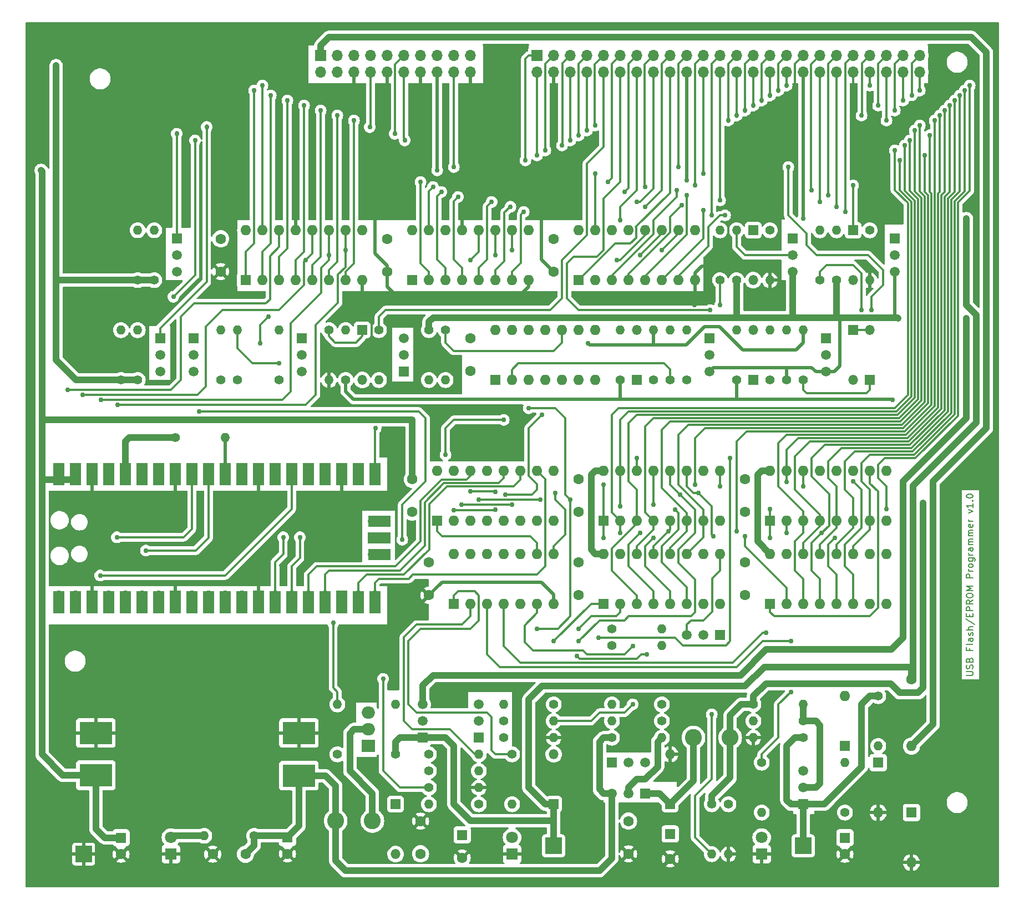
<source format=gtl>
G04 #@! TF.GenerationSoftware,KiCad,Pcbnew,8.0.0*
G04 #@! TF.CreationDate,2024-03-08T17:43:01-03:00*
G04 #@! TF.ProjectId,usbflashprog,75736266-6c61-4736-9870-726f672e6b69,v0.3.0 rev.A*
G04 #@! TF.SameCoordinates,Original*
G04 #@! TF.FileFunction,Copper,L1,Top*
G04 #@! TF.FilePolarity,Positive*
%FSLAX46Y46*%
G04 Gerber Fmt 4.6, Leading zero omitted, Abs format (unit mm)*
G04 Created by KiCad (PCBNEW 8.0.0) date 2024-03-08 17:43:01*
%MOMM*%
%LPD*%
G01*
G04 APERTURE LIST*
%ADD10C,0.187500*%
G04 #@! TA.AperFunction,NonConductor*
%ADD11C,0.187500*%
G04 #@! TD*
G04 #@! TA.AperFunction,ComponentPad*
%ADD12R,2.500000X2.500000*%
G04 #@! TD*
G04 #@! TA.AperFunction,ComponentPad*
%ADD13R,1.500000X1.500000*%
G04 #@! TD*
G04 #@! TA.AperFunction,ComponentPad*
%ADD14O,1.500000X1.500000*%
G04 #@! TD*
G04 #@! TA.AperFunction,ComponentPad*
%ADD15R,1.600000X1.600000*%
G04 #@! TD*
G04 #@! TA.AperFunction,ComponentPad*
%ADD16O,1.600000X1.600000*%
G04 #@! TD*
G04 #@! TA.AperFunction,ComponentPad*
%ADD17C,1.400000*%
G04 #@! TD*
G04 #@! TA.AperFunction,ComponentPad*
%ADD18O,1.400000X1.400000*%
G04 #@! TD*
G04 #@! TA.AperFunction,ComponentPad*
%ADD19C,1.600000*%
G04 #@! TD*
G04 #@! TA.AperFunction,ComponentPad*
%ADD20R,1.800000X1.800000*%
G04 #@! TD*
G04 #@! TA.AperFunction,ComponentPad*
%ADD21C,1.800000*%
G04 #@! TD*
G04 #@! TA.AperFunction,ComponentPad*
%ADD22C,1.500000*%
G04 #@! TD*
G04 #@! TA.AperFunction,ComponentPad*
%ADD23R,2.000000X1.905000*%
G04 #@! TD*
G04 #@! TA.AperFunction,ComponentPad*
%ADD24O,2.000000X1.905000*%
G04 #@! TD*
G04 #@! TA.AperFunction,ComponentPad*
%ADD25O,1.700000X1.700000*%
G04 #@! TD*
G04 #@! TA.AperFunction,SMDPad,CuDef*
%ADD26R,1.700000X3.500000*%
G04 #@! TD*
G04 #@! TA.AperFunction,ComponentPad*
%ADD27R,1.700000X1.700000*%
G04 #@! TD*
G04 #@! TA.AperFunction,SMDPad,CuDef*
%ADD28R,3.500000X1.700000*%
G04 #@! TD*
G04 #@! TA.AperFunction,ComponentPad*
%ADD29C,2.600000*%
G04 #@! TD*
G04 #@! TA.AperFunction,ComponentPad*
%ADD30R,5.000000X3.500000*%
G04 #@! TD*
G04 #@! TA.AperFunction,ViaPad*
%ADD31C,0.762000*%
G04 #@! TD*
G04 #@! TA.AperFunction,Conductor*
%ADD32C,0.508000*%
G04 #@! TD*
G04 #@! TA.AperFunction,Conductor*
%ADD33C,0.304800*%
G04 #@! TD*
G04 #@! TA.AperFunction,Conductor*
%ADD34C,1.016000*%
G04 #@! TD*
G04 APERTURE END LIST*
D10*
D11*
X208399910Y-124094740D02*
X209222387Y-124094740D01*
X209222387Y-124094740D02*
X209319149Y-124046359D01*
X209319149Y-124046359D02*
X209367530Y-123997978D01*
X209367530Y-123997978D02*
X209415910Y-123901216D01*
X209415910Y-123901216D02*
X209415910Y-123707692D01*
X209415910Y-123707692D02*
X209367530Y-123610930D01*
X209367530Y-123610930D02*
X209319149Y-123562549D01*
X209319149Y-123562549D02*
X209222387Y-123514168D01*
X209222387Y-123514168D02*
X208399910Y-123514168D01*
X209367530Y-123078740D02*
X209415910Y-122933597D01*
X209415910Y-122933597D02*
X209415910Y-122691692D01*
X209415910Y-122691692D02*
X209367530Y-122594930D01*
X209367530Y-122594930D02*
X209319149Y-122546549D01*
X209319149Y-122546549D02*
X209222387Y-122498168D01*
X209222387Y-122498168D02*
X209125625Y-122498168D01*
X209125625Y-122498168D02*
X209028863Y-122546549D01*
X209028863Y-122546549D02*
X208980482Y-122594930D01*
X208980482Y-122594930D02*
X208932101Y-122691692D01*
X208932101Y-122691692D02*
X208883720Y-122885216D01*
X208883720Y-122885216D02*
X208835339Y-122981978D01*
X208835339Y-122981978D02*
X208786958Y-123030359D01*
X208786958Y-123030359D02*
X208690196Y-123078740D01*
X208690196Y-123078740D02*
X208593434Y-123078740D01*
X208593434Y-123078740D02*
X208496672Y-123030359D01*
X208496672Y-123030359D02*
X208448291Y-122981978D01*
X208448291Y-122981978D02*
X208399910Y-122885216D01*
X208399910Y-122885216D02*
X208399910Y-122643311D01*
X208399910Y-122643311D02*
X208448291Y-122498168D01*
X208883720Y-121724073D02*
X208932101Y-121578930D01*
X208932101Y-121578930D02*
X208980482Y-121530549D01*
X208980482Y-121530549D02*
X209077244Y-121482168D01*
X209077244Y-121482168D02*
X209222387Y-121482168D01*
X209222387Y-121482168D02*
X209319149Y-121530549D01*
X209319149Y-121530549D02*
X209367530Y-121578930D01*
X209367530Y-121578930D02*
X209415910Y-121675692D01*
X209415910Y-121675692D02*
X209415910Y-122062740D01*
X209415910Y-122062740D02*
X208399910Y-122062740D01*
X208399910Y-122062740D02*
X208399910Y-121724073D01*
X208399910Y-121724073D02*
X208448291Y-121627311D01*
X208448291Y-121627311D02*
X208496672Y-121578930D01*
X208496672Y-121578930D02*
X208593434Y-121530549D01*
X208593434Y-121530549D02*
X208690196Y-121530549D01*
X208690196Y-121530549D02*
X208786958Y-121578930D01*
X208786958Y-121578930D02*
X208835339Y-121627311D01*
X208835339Y-121627311D02*
X208883720Y-121724073D01*
X208883720Y-121724073D02*
X208883720Y-122062740D01*
X208883720Y-119933978D02*
X208883720Y-120272645D01*
X209415910Y-120272645D02*
X208399910Y-120272645D01*
X208399910Y-120272645D02*
X208399910Y-119788835D01*
X209415910Y-119256645D02*
X209367530Y-119353407D01*
X209367530Y-119353407D02*
X209270768Y-119401788D01*
X209270768Y-119401788D02*
X208399910Y-119401788D01*
X209415910Y-118434169D02*
X208883720Y-118434169D01*
X208883720Y-118434169D02*
X208786958Y-118482550D01*
X208786958Y-118482550D02*
X208738577Y-118579312D01*
X208738577Y-118579312D02*
X208738577Y-118772836D01*
X208738577Y-118772836D02*
X208786958Y-118869598D01*
X209367530Y-118434169D02*
X209415910Y-118530931D01*
X209415910Y-118530931D02*
X209415910Y-118772836D01*
X209415910Y-118772836D02*
X209367530Y-118869598D01*
X209367530Y-118869598D02*
X209270768Y-118917979D01*
X209270768Y-118917979D02*
X209174006Y-118917979D01*
X209174006Y-118917979D02*
X209077244Y-118869598D01*
X209077244Y-118869598D02*
X209028863Y-118772836D01*
X209028863Y-118772836D02*
X209028863Y-118530931D01*
X209028863Y-118530931D02*
X208980482Y-118434169D01*
X209367530Y-117998741D02*
X209415910Y-117901979D01*
X209415910Y-117901979D02*
X209415910Y-117708455D01*
X209415910Y-117708455D02*
X209367530Y-117611693D01*
X209367530Y-117611693D02*
X209270768Y-117563312D01*
X209270768Y-117563312D02*
X209222387Y-117563312D01*
X209222387Y-117563312D02*
X209125625Y-117611693D01*
X209125625Y-117611693D02*
X209077244Y-117708455D01*
X209077244Y-117708455D02*
X209077244Y-117853598D01*
X209077244Y-117853598D02*
X209028863Y-117950360D01*
X209028863Y-117950360D02*
X208932101Y-117998741D01*
X208932101Y-117998741D02*
X208883720Y-117998741D01*
X208883720Y-117998741D02*
X208786958Y-117950360D01*
X208786958Y-117950360D02*
X208738577Y-117853598D01*
X208738577Y-117853598D02*
X208738577Y-117708455D01*
X208738577Y-117708455D02*
X208786958Y-117611693D01*
X209415910Y-117127884D02*
X208399910Y-117127884D01*
X209415910Y-116692455D02*
X208883720Y-116692455D01*
X208883720Y-116692455D02*
X208786958Y-116740836D01*
X208786958Y-116740836D02*
X208738577Y-116837598D01*
X208738577Y-116837598D02*
X208738577Y-116982741D01*
X208738577Y-116982741D02*
X208786958Y-117079503D01*
X208786958Y-117079503D02*
X208835339Y-117127884D01*
X208351530Y-115482931D02*
X209657815Y-116353789D01*
X208883720Y-115144265D02*
X208883720Y-114805598D01*
X209415910Y-114660455D02*
X209415910Y-115144265D01*
X209415910Y-115144265D02*
X208399910Y-115144265D01*
X208399910Y-115144265D02*
X208399910Y-114660455D01*
X209415910Y-114225027D02*
X208399910Y-114225027D01*
X208399910Y-114225027D02*
X208399910Y-113837979D01*
X208399910Y-113837979D02*
X208448291Y-113741217D01*
X208448291Y-113741217D02*
X208496672Y-113692836D01*
X208496672Y-113692836D02*
X208593434Y-113644455D01*
X208593434Y-113644455D02*
X208738577Y-113644455D01*
X208738577Y-113644455D02*
X208835339Y-113692836D01*
X208835339Y-113692836D02*
X208883720Y-113741217D01*
X208883720Y-113741217D02*
X208932101Y-113837979D01*
X208932101Y-113837979D02*
X208932101Y-114225027D01*
X209415910Y-112628455D02*
X208932101Y-112967122D01*
X209415910Y-113209027D02*
X208399910Y-113209027D01*
X208399910Y-113209027D02*
X208399910Y-112821979D01*
X208399910Y-112821979D02*
X208448291Y-112725217D01*
X208448291Y-112725217D02*
X208496672Y-112676836D01*
X208496672Y-112676836D02*
X208593434Y-112628455D01*
X208593434Y-112628455D02*
X208738577Y-112628455D01*
X208738577Y-112628455D02*
X208835339Y-112676836D01*
X208835339Y-112676836D02*
X208883720Y-112725217D01*
X208883720Y-112725217D02*
X208932101Y-112821979D01*
X208932101Y-112821979D02*
X208932101Y-113209027D01*
X208399910Y-111999503D02*
X208399910Y-111805979D01*
X208399910Y-111805979D02*
X208448291Y-111709217D01*
X208448291Y-111709217D02*
X208545053Y-111612455D01*
X208545053Y-111612455D02*
X208738577Y-111564074D01*
X208738577Y-111564074D02*
X209077244Y-111564074D01*
X209077244Y-111564074D02*
X209270768Y-111612455D01*
X209270768Y-111612455D02*
X209367530Y-111709217D01*
X209367530Y-111709217D02*
X209415910Y-111805979D01*
X209415910Y-111805979D02*
X209415910Y-111999503D01*
X209415910Y-111999503D02*
X209367530Y-112096265D01*
X209367530Y-112096265D02*
X209270768Y-112193027D01*
X209270768Y-112193027D02*
X209077244Y-112241408D01*
X209077244Y-112241408D02*
X208738577Y-112241408D01*
X208738577Y-112241408D02*
X208545053Y-112193027D01*
X208545053Y-112193027D02*
X208448291Y-112096265D01*
X208448291Y-112096265D02*
X208399910Y-111999503D01*
X209415910Y-111128646D02*
X208399910Y-111128646D01*
X208399910Y-111128646D02*
X209125625Y-110789979D01*
X209125625Y-110789979D02*
X208399910Y-110451312D01*
X208399910Y-110451312D02*
X209415910Y-110451312D01*
X209415910Y-109193408D02*
X208399910Y-109193408D01*
X208399910Y-109193408D02*
X208399910Y-108806360D01*
X208399910Y-108806360D02*
X208448291Y-108709598D01*
X208448291Y-108709598D02*
X208496672Y-108661217D01*
X208496672Y-108661217D02*
X208593434Y-108612836D01*
X208593434Y-108612836D02*
X208738577Y-108612836D01*
X208738577Y-108612836D02*
X208835339Y-108661217D01*
X208835339Y-108661217D02*
X208883720Y-108709598D01*
X208883720Y-108709598D02*
X208932101Y-108806360D01*
X208932101Y-108806360D02*
X208932101Y-109193408D01*
X209415910Y-108177408D02*
X208738577Y-108177408D01*
X208932101Y-108177408D02*
X208835339Y-108129027D01*
X208835339Y-108129027D02*
X208786958Y-108080646D01*
X208786958Y-108080646D02*
X208738577Y-107983884D01*
X208738577Y-107983884D02*
X208738577Y-107887122D01*
X209415910Y-107403313D02*
X209367530Y-107500075D01*
X209367530Y-107500075D02*
X209319149Y-107548456D01*
X209319149Y-107548456D02*
X209222387Y-107596837D01*
X209222387Y-107596837D02*
X208932101Y-107596837D01*
X208932101Y-107596837D02*
X208835339Y-107548456D01*
X208835339Y-107548456D02*
X208786958Y-107500075D01*
X208786958Y-107500075D02*
X208738577Y-107403313D01*
X208738577Y-107403313D02*
X208738577Y-107258170D01*
X208738577Y-107258170D02*
X208786958Y-107161408D01*
X208786958Y-107161408D02*
X208835339Y-107113027D01*
X208835339Y-107113027D02*
X208932101Y-107064646D01*
X208932101Y-107064646D02*
X209222387Y-107064646D01*
X209222387Y-107064646D02*
X209319149Y-107113027D01*
X209319149Y-107113027D02*
X209367530Y-107161408D01*
X209367530Y-107161408D02*
X209415910Y-107258170D01*
X209415910Y-107258170D02*
X209415910Y-107403313D01*
X208738577Y-106193789D02*
X209561053Y-106193789D01*
X209561053Y-106193789D02*
X209657815Y-106242170D01*
X209657815Y-106242170D02*
X209706196Y-106290551D01*
X209706196Y-106290551D02*
X209754577Y-106387313D01*
X209754577Y-106387313D02*
X209754577Y-106532456D01*
X209754577Y-106532456D02*
X209706196Y-106629218D01*
X209367530Y-106193789D02*
X209415910Y-106290551D01*
X209415910Y-106290551D02*
X209415910Y-106484075D01*
X209415910Y-106484075D02*
X209367530Y-106580837D01*
X209367530Y-106580837D02*
X209319149Y-106629218D01*
X209319149Y-106629218D02*
X209222387Y-106677599D01*
X209222387Y-106677599D02*
X208932101Y-106677599D01*
X208932101Y-106677599D02*
X208835339Y-106629218D01*
X208835339Y-106629218D02*
X208786958Y-106580837D01*
X208786958Y-106580837D02*
X208738577Y-106484075D01*
X208738577Y-106484075D02*
X208738577Y-106290551D01*
X208738577Y-106290551D02*
X208786958Y-106193789D01*
X209415910Y-105709980D02*
X208738577Y-105709980D01*
X208932101Y-105709980D02*
X208835339Y-105661599D01*
X208835339Y-105661599D02*
X208786958Y-105613218D01*
X208786958Y-105613218D02*
X208738577Y-105516456D01*
X208738577Y-105516456D02*
X208738577Y-105419694D01*
X209415910Y-104645599D02*
X208883720Y-104645599D01*
X208883720Y-104645599D02*
X208786958Y-104693980D01*
X208786958Y-104693980D02*
X208738577Y-104790742D01*
X208738577Y-104790742D02*
X208738577Y-104984266D01*
X208738577Y-104984266D02*
X208786958Y-105081028D01*
X209367530Y-104645599D02*
X209415910Y-104742361D01*
X209415910Y-104742361D02*
X209415910Y-104984266D01*
X209415910Y-104984266D02*
X209367530Y-105081028D01*
X209367530Y-105081028D02*
X209270768Y-105129409D01*
X209270768Y-105129409D02*
X209174006Y-105129409D01*
X209174006Y-105129409D02*
X209077244Y-105081028D01*
X209077244Y-105081028D02*
X209028863Y-104984266D01*
X209028863Y-104984266D02*
X209028863Y-104742361D01*
X209028863Y-104742361D02*
X208980482Y-104645599D01*
X209415910Y-104161790D02*
X208738577Y-104161790D01*
X208835339Y-104161790D02*
X208786958Y-104113409D01*
X208786958Y-104113409D02*
X208738577Y-104016647D01*
X208738577Y-104016647D02*
X208738577Y-103871504D01*
X208738577Y-103871504D02*
X208786958Y-103774742D01*
X208786958Y-103774742D02*
X208883720Y-103726361D01*
X208883720Y-103726361D02*
X209415910Y-103726361D01*
X208883720Y-103726361D02*
X208786958Y-103677980D01*
X208786958Y-103677980D02*
X208738577Y-103581218D01*
X208738577Y-103581218D02*
X208738577Y-103436075D01*
X208738577Y-103436075D02*
X208786958Y-103339314D01*
X208786958Y-103339314D02*
X208883720Y-103290933D01*
X208883720Y-103290933D02*
X209415910Y-103290933D01*
X209415910Y-102807123D02*
X208738577Y-102807123D01*
X208835339Y-102807123D02*
X208786958Y-102758742D01*
X208786958Y-102758742D02*
X208738577Y-102661980D01*
X208738577Y-102661980D02*
X208738577Y-102516837D01*
X208738577Y-102516837D02*
X208786958Y-102420075D01*
X208786958Y-102420075D02*
X208883720Y-102371694D01*
X208883720Y-102371694D02*
X209415910Y-102371694D01*
X208883720Y-102371694D02*
X208786958Y-102323313D01*
X208786958Y-102323313D02*
X208738577Y-102226551D01*
X208738577Y-102226551D02*
X208738577Y-102081408D01*
X208738577Y-102081408D02*
X208786958Y-101984647D01*
X208786958Y-101984647D02*
X208883720Y-101936266D01*
X208883720Y-101936266D02*
X209415910Y-101936266D01*
X209367530Y-101065408D02*
X209415910Y-101162170D01*
X209415910Y-101162170D02*
X209415910Y-101355694D01*
X209415910Y-101355694D02*
X209367530Y-101452456D01*
X209367530Y-101452456D02*
X209270768Y-101500837D01*
X209270768Y-101500837D02*
X208883720Y-101500837D01*
X208883720Y-101500837D02*
X208786958Y-101452456D01*
X208786958Y-101452456D02*
X208738577Y-101355694D01*
X208738577Y-101355694D02*
X208738577Y-101162170D01*
X208738577Y-101162170D02*
X208786958Y-101065408D01*
X208786958Y-101065408D02*
X208883720Y-101017027D01*
X208883720Y-101017027D02*
X208980482Y-101017027D01*
X208980482Y-101017027D02*
X209077244Y-101500837D01*
X209415910Y-100581599D02*
X208738577Y-100581599D01*
X208932101Y-100581599D02*
X208835339Y-100533218D01*
X208835339Y-100533218D02*
X208786958Y-100484837D01*
X208786958Y-100484837D02*
X208738577Y-100388075D01*
X208738577Y-100388075D02*
X208738577Y-100291313D01*
X208738577Y-99275314D02*
X209415910Y-99033409D01*
X209415910Y-99033409D02*
X208738577Y-98791504D01*
X209415910Y-97872266D02*
X209415910Y-98452838D01*
X209415910Y-98162552D02*
X208399910Y-98162552D01*
X208399910Y-98162552D02*
X208545053Y-98259314D01*
X208545053Y-98259314D02*
X208641815Y-98356076D01*
X208641815Y-98356076D02*
X208690196Y-98452838D01*
X209319149Y-97436838D02*
X209367530Y-97388457D01*
X209367530Y-97388457D02*
X209415910Y-97436838D01*
X209415910Y-97436838D02*
X209367530Y-97485219D01*
X209367530Y-97485219D02*
X209319149Y-97436838D01*
X209319149Y-97436838D02*
X209415910Y-97436838D01*
X208399910Y-96759504D02*
X208399910Y-96662742D01*
X208399910Y-96662742D02*
X208448291Y-96565980D01*
X208448291Y-96565980D02*
X208496672Y-96517599D01*
X208496672Y-96517599D02*
X208593434Y-96469218D01*
X208593434Y-96469218D02*
X208786958Y-96420837D01*
X208786958Y-96420837D02*
X209028863Y-96420837D01*
X209028863Y-96420837D02*
X209222387Y-96469218D01*
X209222387Y-96469218D02*
X209319149Y-96517599D01*
X209319149Y-96517599D02*
X209367530Y-96565980D01*
X209367530Y-96565980D02*
X209415910Y-96662742D01*
X209415910Y-96662742D02*
X209415910Y-96759504D01*
X209415910Y-96759504D02*
X209367530Y-96856266D01*
X209367530Y-96856266D02*
X209319149Y-96904647D01*
X209319149Y-96904647D02*
X209222387Y-96953028D01*
X209222387Y-96953028D02*
X209028863Y-97001409D01*
X209028863Y-97001409D02*
X208786958Y-97001409D01*
X208786958Y-97001409D02*
X208593434Y-96953028D01*
X208593434Y-96953028D02*
X208496672Y-96904647D01*
X208496672Y-96904647D02*
X208448291Y-96856266D01*
X208448291Y-96856266D02*
X208399910Y-96759504D01*
D12*
X145420000Y-150124000D03*
D13*
X193680000Y-79009000D03*
D14*
X193680000Y-71389000D03*
D15*
X178455000Y-100469000D03*
D16*
X180995000Y-100469000D03*
X183535000Y-100469000D03*
X186075000Y-100469000D03*
X188615000Y-100469000D03*
X191155000Y-100469000D03*
X193695000Y-100469000D03*
X196235000Y-100469000D03*
X196235000Y-92849000D03*
X193695000Y-92849000D03*
X191155000Y-92849000D03*
X188615000Y-92849000D03*
X186075000Y-92849000D03*
X183535000Y-92849000D03*
X180995000Y-92849000D03*
X178455000Y-92849000D03*
D13*
X191140000Y-71379000D03*
D14*
X191140000Y-78999000D03*
D17*
X161930000Y-128534000D03*
D18*
X154310000Y-128534000D03*
D17*
X154310000Y-133614000D03*
D18*
X161930000Y-133614000D03*
D15*
X189870000Y-148894000D03*
D19*
X189870000Y-151394000D03*
D20*
X177170000Y-151394000D03*
D21*
X177170000Y-148854000D03*
D17*
X126370000Y-141234000D03*
D18*
X133990000Y-141234000D03*
D12*
X73665000Y-151394000D03*
D17*
X183520000Y-79004000D03*
D18*
X183520000Y-71384000D03*
D17*
X126370000Y-136154000D03*
D18*
X133990000Y-136154000D03*
D19*
X126370000Y-106869000D03*
X126370000Y-111869000D03*
D17*
X137800000Y-131074000D03*
D18*
X145420000Y-131074000D03*
D13*
X122560000Y-77734000D03*
D22*
X122560000Y-75194000D03*
X122560000Y-72654000D03*
D23*
X117155000Y-134884000D03*
D24*
X117155000Y-132344000D03*
X117155000Y-129804000D03*
D19*
X200030000Y-124724000D03*
D16*
X200030000Y-134884000D03*
D17*
X87632991Y-87779000D03*
D18*
X95252991Y-87779000D03*
D17*
X133990000Y-143774000D03*
D18*
X126370000Y-143774000D03*
D19*
X120000000Y-57494000D03*
X120000000Y-62494000D03*
D17*
X99700000Y-148590000D03*
D18*
X92080000Y-148590000D03*
D13*
X181870000Y-57414000D03*
D22*
X181870000Y-59954000D03*
X181870000Y-62494000D03*
D13*
X116210000Y-71379000D03*
D14*
X116210000Y-78999000D03*
D13*
X169190000Y-72654000D03*
D22*
X169190000Y-75194000D03*
X169190000Y-77734000D03*
D17*
X118750000Y-71384000D03*
D18*
X118750000Y-79004000D03*
D15*
X178440000Y-113179000D03*
D16*
X180980000Y-113179000D03*
X183520000Y-113179000D03*
X186060000Y-113179000D03*
X188600000Y-113179000D03*
X191140000Y-113179000D03*
X193680000Y-113179000D03*
X196220000Y-113179000D03*
X196220000Y-105559000D03*
X193680000Y-105559000D03*
X191140000Y-105559000D03*
X188600000Y-105559000D03*
X186060000Y-105559000D03*
X183520000Y-105559000D03*
X180980000Y-105559000D03*
X178440000Y-105559000D03*
D17*
X81925000Y-79014000D03*
D18*
X81925000Y-71394000D03*
D19*
X156850000Y-146354000D03*
X156850000Y-151354000D03*
D15*
X136525000Y-78994000D03*
D16*
X139065000Y-78994000D03*
X141605000Y-78994000D03*
X144145000Y-78994000D03*
X146685000Y-78994000D03*
X149225000Y-78994000D03*
X151765000Y-78994000D03*
X151765000Y-71374000D03*
X149225000Y-71374000D03*
X146685000Y-71374000D03*
X144145000Y-71374000D03*
X141605000Y-71374000D03*
X139065000Y-71374000D03*
X136525000Y-71374000D03*
D17*
X189870000Y-145044000D03*
D18*
X189870000Y-137424000D03*
D15*
X153055000Y-100469000D03*
D16*
X155595000Y-100469000D03*
X158135000Y-100469000D03*
X160675000Y-100469000D03*
X163215000Y-100469000D03*
X165755000Y-100469000D03*
X168295000Y-100469000D03*
X170835000Y-100469000D03*
X170835000Y-92849000D03*
X168295000Y-92849000D03*
X165755000Y-92849000D03*
X163215000Y-92849000D03*
X160675000Y-92849000D03*
X158135000Y-92849000D03*
X155595000Y-92849000D03*
X153055000Y-92849000D03*
D13*
X125460000Y-133614000D03*
D22*
X125460000Y-131074000D03*
X125460000Y-128534000D03*
D13*
X191120000Y-56139000D03*
D14*
X191120000Y-63759000D03*
D15*
X104780000Y-148854000D03*
D19*
X104780000Y-151354000D03*
D17*
X175900000Y-128534000D03*
D18*
X183520000Y-128534000D03*
D17*
X84455000Y-63754000D03*
D18*
X84455000Y-56134000D03*
D17*
X193660000Y-56144000D03*
D18*
X193660000Y-63764000D03*
D15*
X127640000Y-100479000D03*
D16*
X130180000Y-100479000D03*
X132720000Y-100479000D03*
X135260000Y-100479000D03*
X137800000Y-100479000D03*
X140340000Y-100479000D03*
X142880000Y-100479000D03*
X145420000Y-100479000D03*
X145420000Y-92859000D03*
X142880000Y-92859000D03*
X140340000Y-92859000D03*
X137800000Y-92859000D03*
X135260000Y-92859000D03*
X132720000Y-92859000D03*
X130180000Y-92859000D03*
X127640000Y-92859000D03*
D17*
X183520000Y-131074000D03*
D18*
X175900000Y-131074000D03*
D17*
X103510000Y-79004000D03*
D18*
X103510000Y-71384000D03*
D15*
X98410000Y-63764000D03*
D16*
X100950000Y-63764000D03*
X103490000Y-63764000D03*
X106030000Y-63764000D03*
X108570000Y-63764000D03*
X111110000Y-63764000D03*
X113650000Y-63764000D03*
X116190000Y-63764000D03*
X116190000Y-56144000D03*
X113650000Y-56144000D03*
X111110000Y-56144000D03*
X108570000Y-56144000D03*
X106030000Y-56144000D03*
X103490000Y-56144000D03*
X100950000Y-56144000D03*
X98410000Y-56144000D03*
D13*
X133990000Y-133614000D03*
D22*
X133990000Y-131074000D03*
X133990000Y-128534000D03*
D15*
X130175000Y-113169000D03*
D16*
X132715000Y-113169000D03*
X135255000Y-113169000D03*
X137795000Y-113169000D03*
X140335000Y-113169000D03*
X142875000Y-113169000D03*
X145415000Y-113169000D03*
X145415000Y-105549000D03*
X142875000Y-105549000D03*
X140335000Y-105549000D03*
X137795000Y-105549000D03*
X135255000Y-105549000D03*
X132715000Y-105549000D03*
X130175000Y-105549000D03*
D17*
X188580000Y-63764000D03*
D18*
X188580000Y-56144000D03*
D17*
X79385000Y-79014000D03*
D18*
X79385000Y-71394000D03*
D13*
X159390000Y-142144000D03*
D22*
X156850000Y-142144000D03*
X154310000Y-142144000D03*
D17*
X137800000Y-133614000D03*
D18*
X145420000Y-133614000D03*
D15*
X194950000Y-137424000D03*
D16*
X194950000Y-145044000D03*
D13*
X87905000Y-57404000D03*
D22*
X87905000Y-59944000D03*
X87905000Y-62484000D03*
D17*
X155580000Y-79004000D03*
D18*
X155580000Y-71384000D03*
D17*
X177170000Y-137424000D03*
D18*
X177170000Y-145044000D03*
D13*
X154310000Y-137424000D03*
D22*
X156850000Y-137424000D03*
X159390000Y-137424000D03*
D17*
X186040000Y-63764000D03*
D18*
X186040000Y-56144000D03*
D19*
X94600000Y-57454000D03*
X94600000Y-62454000D03*
D15*
X149225000Y-63754000D03*
D16*
X151765000Y-63754000D03*
X154305000Y-63754000D03*
X156845000Y-63754000D03*
X159385000Y-63754000D03*
X161925000Y-63754000D03*
X164465000Y-63754000D03*
X167005000Y-63754000D03*
X167005000Y-56134000D03*
X164465000Y-56134000D03*
X161925000Y-56134000D03*
X159385000Y-56134000D03*
X156845000Y-56134000D03*
X154305000Y-56134000D03*
X151765000Y-56134000D03*
X149225000Y-56134000D03*
D17*
X94620000Y-79004000D03*
D18*
X94620000Y-71384000D03*
D17*
X145420000Y-128534000D03*
D18*
X137800000Y-128534000D03*
D13*
X85375000Y-72664000D03*
D22*
X85375000Y-75204000D03*
X85375000Y-77744000D03*
D13*
X145420000Y-143779000D03*
D14*
X145420000Y-136159000D03*
D17*
X165740000Y-79004000D03*
D18*
X165740000Y-71384000D03*
D13*
X197470000Y-57414000D03*
D22*
X197470000Y-59954000D03*
X197470000Y-62494000D03*
D17*
X163200000Y-79004000D03*
D18*
X163200000Y-71384000D03*
D17*
X126370000Y-138694000D03*
D18*
X133990000Y-138694000D03*
D13*
X183520000Y-143774000D03*
D22*
X183520000Y-141234000D03*
X183520000Y-138694000D03*
D13*
X163200000Y-143779000D03*
D14*
X163200000Y-136159000D03*
D25*
X69870000Y-112024000D03*
D26*
X69870000Y-112924000D03*
D25*
X72410000Y-112024000D03*
D26*
X72410000Y-112924000D03*
D27*
X74950000Y-112024000D03*
D26*
X74950000Y-112924000D03*
D25*
X77490000Y-112024000D03*
D26*
X77490000Y-112924000D03*
D25*
X80030000Y-112024000D03*
D26*
X80030000Y-112924000D03*
D25*
X82570000Y-112024000D03*
D26*
X82570000Y-112924000D03*
D25*
X85110000Y-112024000D03*
D26*
X85110000Y-112924000D03*
D27*
X87650000Y-112024000D03*
D26*
X87650000Y-112924000D03*
D25*
X90190000Y-112024000D03*
D26*
X90190000Y-112924000D03*
D25*
X92730000Y-112024000D03*
D26*
X92730000Y-112924000D03*
D25*
X95270000Y-112024000D03*
D26*
X95270000Y-112924000D03*
D25*
X97810000Y-112024000D03*
D26*
X97810000Y-112924000D03*
D27*
X100350000Y-112024000D03*
D26*
X100350000Y-112924000D03*
D25*
X102890000Y-112024000D03*
D26*
X102890000Y-112924000D03*
D25*
X105430000Y-112024000D03*
D26*
X105430000Y-112924000D03*
D25*
X107970000Y-112024000D03*
D26*
X107970000Y-112924000D03*
D25*
X110510000Y-112024000D03*
D26*
X110510000Y-112924000D03*
D27*
X113050000Y-112024000D03*
D26*
X113050000Y-112924000D03*
D25*
X115590000Y-112024000D03*
D26*
X115590000Y-112924000D03*
D25*
X118130000Y-112024000D03*
D26*
X118130000Y-112924000D03*
D25*
X118130000Y-94244000D03*
D26*
X118130000Y-93344000D03*
D25*
X115590000Y-94244000D03*
D26*
X115590000Y-93344000D03*
D27*
X113050000Y-94244000D03*
D26*
X113050000Y-93344000D03*
D25*
X110510000Y-94244000D03*
D26*
X110510000Y-93344000D03*
D25*
X107970000Y-94244000D03*
D26*
X107970000Y-93344000D03*
D25*
X105430000Y-94244000D03*
D26*
X105430000Y-93344000D03*
D25*
X102890000Y-94244000D03*
D26*
X102890000Y-93344000D03*
D27*
X100350000Y-94244000D03*
D26*
X100350000Y-93344000D03*
D25*
X97810000Y-94244000D03*
D26*
X97810000Y-93344000D03*
D25*
X95270000Y-94244000D03*
D26*
X95270000Y-93344000D03*
D25*
X92730000Y-94244000D03*
D26*
X92730000Y-93344000D03*
D25*
X90190000Y-94244000D03*
D26*
X90190000Y-93344000D03*
D27*
X87650000Y-94244000D03*
D26*
X87650000Y-93344000D03*
D25*
X85110000Y-94244000D03*
D26*
X85110000Y-93344000D03*
D25*
X82570000Y-94244000D03*
D26*
X82570000Y-93344000D03*
D25*
X80030000Y-94244000D03*
D26*
X80030000Y-93344000D03*
D25*
X77490000Y-94244000D03*
D26*
X77490000Y-93344000D03*
D27*
X74950000Y-94244000D03*
D26*
X74950000Y-93344000D03*
D25*
X72410000Y-94244000D03*
D26*
X72410000Y-93344000D03*
D25*
X69870000Y-94244000D03*
D26*
X69870000Y-93344000D03*
D25*
X117900000Y-105674000D03*
D28*
X118800000Y-105674000D03*
D27*
X117900000Y-103134000D03*
D28*
X118800000Y-103134000D03*
D25*
X117900000Y-100594000D03*
D28*
X118800000Y-100594000D03*
D17*
X126370000Y-71384000D03*
D18*
X126370000Y-79004000D03*
D17*
X128910000Y-71384000D03*
D18*
X128910000Y-79004000D03*
D27*
X109860000Y-29474000D03*
D25*
X109860000Y-32014000D03*
X112400000Y-29474000D03*
X112400000Y-32014000D03*
X114940000Y-29474000D03*
X114940000Y-32014000D03*
X117480000Y-29474000D03*
X117480000Y-32014000D03*
X120020000Y-29474000D03*
X120020000Y-32014000D03*
X122560000Y-29474000D03*
X122560000Y-32014000D03*
X125100000Y-29474000D03*
X125100000Y-32014000D03*
X127640000Y-29474000D03*
X127640000Y-32014000D03*
X130180000Y-29474000D03*
X130180000Y-32014000D03*
X132720000Y-29474000D03*
X132720000Y-32014000D03*
D13*
X175880000Y-56139000D03*
D14*
X175880000Y-63759000D03*
D17*
X170800000Y-63764000D03*
D18*
X170800000Y-56144000D03*
D17*
X183520000Y-133614000D03*
D18*
X175900000Y-133614000D03*
D17*
X154310000Y-119529000D03*
D18*
X161930000Y-119529000D03*
D15*
X131450000Y-148471349D03*
D19*
X131450000Y-151971349D03*
X125100000Y-151354000D03*
X125100000Y-146354000D03*
X145400000Y-57494000D03*
X145400000Y-62494000D03*
D15*
X163200000Y-148321349D03*
D19*
X163200000Y-152121349D03*
D17*
X160660000Y-79004000D03*
D18*
X160660000Y-71384000D03*
D17*
X178440000Y-79004000D03*
D18*
X178440000Y-71384000D03*
D13*
X106960000Y-72654000D03*
D22*
X106960000Y-75194000D03*
X106960000Y-77734000D03*
D13*
X158120000Y-79009000D03*
D14*
X158120000Y-71389000D03*
D17*
X172090000Y-143774000D03*
D18*
X172090000Y-151394000D03*
D19*
X98390000Y-151394000D03*
X93390000Y-151394000D03*
D17*
X173360000Y-79004000D03*
D18*
X173360000Y-71384000D03*
D19*
X149230000Y-94169000D03*
X149230000Y-99169000D03*
D13*
X175900000Y-79009000D03*
D14*
X175900000Y-71389000D03*
D27*
X142875000Y-29474000D03*
D25*
X142875000Y-32014000D03*
X145415000Y-29474000D03*
X145415000Y-32014000D03*
X147955000Y-29474000D03*
X147955000Y-32014000D03*
X150495000Y-29474000D03*
X150495000Y-32014000D03*
X153035000Y-29474000D03*
X153035000Y-32014000D03*
X155575000Y-29474000D03*
X155575000Y-32014000D03*
X158115000Y-29474000D03*
X158115000Y-32014000D03*
X160655000Y-29474000D03*
X160655000Y-32014000D03*
X163195000Y-29474000D03*
X163195000Y-32014000D03*
X165735000Y-29474000D03*
X165735000Y-32014000D03*
X168275000Y-29474000D03*
X168275000Y-32014000D03*
X170815000Y-29474000D03*
X170815000Y-32014000D03*
X173355000Y-29474000D03*
X173355000Y-32014000D03*
X175895000Y-29474000D03*
X175895000Y-32014000D03*
X178435000Y-29474000D03*
X178435000Y-32014000D03*
X180975000Y-29474000D03*
X180975000Y-32014000D03*
X183515000Y-29474000D03*
X183515000Y-32014000D03*
X186055000Y-29474000D03*
X186055000Y-32014000D03*
X188595000Y-29474000D03*
X188595000Y-32014000D03*
X191135000Y-29474000D03*
X191135000Y-32014000D03*
X193675000Y-29474000D03*
X193675000Y-32014000D03*
X196215000Y-29474000D03*
X196215000Y-32014000D03*
X198755000Y-29474000D03*
X198755000Y-32014000D03*
X201295000Y-29474000D03*
X201295000Y-32014000D03*
D17*
X111130000Y-71384000D03*
D18*
X111130000Y-79004000D03*
D17*
X97160000Y-79004000D03*
D18*
X97160000Y-71384000D03*
D19*
X174630000Y-106869000D03*
X174630000Y-111869000D03*
D17*
X161930000Y-131074000D03*
D18*
X154310000Y-131074000D03*
D19*
X174630000Y-94169000D03*
X174630000Y-99169000D03*
D17*
X169550000Y-143774000D03*
D18*
X169550000Y-151394000D03*
D13*
X90450000Y-72654000D03*
D22*
X90450000Y-75194000D03*
X90450000Y-77734000D03*
D20*
X139070000Y-151394000D03*
D21*
X139070000Y-148854000D03*
D15*
X123825000Y-63754000D03*
D16*
X126365000Y-63754000D03*
X128905000Y-63754000D03*
X131445000Y-63754000D03*
X133985000Y-63754000D03*
X136525000Y-63754000D03*
X139065000Y-63754000D03*
X141605000Y-63754000D03*
X141605000Y-56134000D03*
X139065000Y-56134000D03*
X136525000Y-56134000D03*
X133985000Y-56134000D03*
X131445000Y-56134000D03*
X128905000Y-56134000D03*
X126365000Y-56134000D03*
X123825000Y-56134000D03*
D13*
X121290000Y-143769000D03*
D14*
X121290000Y-151389000D03*
D29*
X112140000Y-146314000D03*
X117740000Y-146314000D03*
D17*
X113670000Y-79004000D03*
D18*
X113670000Y-71384000D03*
D13*
X186970000Y-72654000D03*
D22*
X186970000Y-75194000D03*
X186970000Y-77734000D03*
D15*
X200030000Y-145044000D03*
D16*
X200030000Y-152664000D03*
D17*
X180980000Y-79004000D03*
D18*
X180980000Y-71384000D03*
D19*
X123830000Y-94169000D03*
X123830000Y-99169000D03*
D17*
X173340000Y-63764000D03*
D18*
X173340000Y-56144000D03*
D29*
X166750000Y-133614000D03*
X172350000Y-133614000D03*
D19*
X149230000Y-106869000D03*
X149230000Y-111869000D03*
D30*
X75540000Y-139354000D03*
X75540000Y-132904000D03*
X106540000Y-132904000D03*
X106540000Y-139404000D03*
D17*
X194950000Y-127264000D03*
D18*
X194950000Y-134884000D03*
D17*
X112400000Y-136154000D03*
D18*
X112400000Y-128534000D03*
D13*
X170820000Y-117899000D03*
D22*
X168280000Y-117899000D03*
X165740000Y-117899000D03*
D15*
X189870000Y-134884000D03*
D16*
X189870000Y-127264000D03*
D17*
X154310000Y-116989000D03*
D18*
X161930000Y-116989000D03*
D19*
X132720000Y-72654000D03*
X132720000Y-77654000D03*
D17*
X121290000Y-136154000D03*
D18*
X121290000Y-128534000D03*
D15*
X153040000Y-113179000D03*
D16*
X155580000Y-113179000D03*
X158120000Y-113179000D03*
X160660000Y-113179000D03*
X163200000Y-113179000D03*
X165740000Y-113179000D03*
X168280000Y-113179000D03*
X170820000Y-113179000D03*
X170820000Y-105559000D03*
X168280000Y-105559000D03*
X165740000Y-105559000D03*
X163200000Y-105559000D03*
X160660000Y-105559000D03*
X158120000Y-105559000D03*
X155580000Y-105559000D03*
X153040000Y-105559000D03*
D17*
X139070000Y-136154000D03*
D18*
X139070000Y-143774000D03*
D17*
X178420000Y-56144000D03*
D18*
X178420000Y-63764000D03*
D17*
X81915000Y-63754000D03*
D18*
X81915000Y-56134000D03*
D20*
X87000000Y-151394000D03*
D21*
X87000000Y-148854000D03*
D15*
X79380000Y-148894000D03*
D19*
X79380000Y-151394000D03*
D12*
X183520000Y-150124000D03*
D31*
X166878000Y-67564000D03*
X118745000Y-44450000D03*
X132715000Y-44450000D03*
X116205000Y-67945000D03*
X150622000Y-73406000D03*
X106045000Y-52705000D03*
X207010000Y-132080000D03*
X76200000Y-43180000D03*
X182245000Y-36195000D03*
X81280000Y-50800000D03*
X81280000Y-43180000D03*
X125095000Y-44450000D03*
X135636000Y-83566000D03*
X113030000Y-102870000D03*
X178435000Y-61595000D03*
X132842000Y-83566000D03*
X191135000Y-36195000D03*
X132715000Y-52705000D03*
X207010000Y-135890000D03*
X118110000Y-52705000D03*
X95885000Y-102870000D03*
X76200000Y-50800000D03*
X197172500Y-82052000D03*
X201808000Y-97800000D03*
X123825000Y-85100000D03*
X67183000Y-46990000D03*
X127635000Y-46990000D03*
X197998000Y-69606000D03*
X208412000Y-69606000D03*
X208412000Y-54356000D03*
X183515000Y-54356000D03*
X155580000Y-54612500D03*
X167010000Y-49286000D03*
X191120000Y-49286000D03*
X169291000Y-68326000D03*
X130180000Y-46492000D03*
X193934000Y-68336000D03*
X164470000Y-46492000D03*
X181234000Y-46492000D03*
X69474000Y-30998000D03*
X141102000Y-45476000D03*
X155595000Y-98308000D03*
X163962000Y-98816000D03*
X198252000Y-45476000D03*
X153040000Y-103134000D03*
X142880000Y-44714000D03*
X167010000Y-95006000D03*
X202062000Y-44714000D03*
X153040000Y-95006000D03*
X160660000Y-103134000D03*
X158628000Y-102372000D03*
X155580000Y-102372000D03*
X197490000Y-43952000D03*
X144150000Y-43952000D03*
X199014000Y-43190000D03*
X146690000Y-43190000D03*
X147960000Y-42428000D03*
X199776000Y-42428000D03*
X149230000Y-41666000D03*
X202824000Y-41640600D03*
X162946000Y-102118000D03*
X173360000Y-102118000D03*
X200538000Y-40904000D03*
X150500000Y-40904000D03*
X201300000Y-40142000D03*
X151770000Y-40142000D03*
X153670000Y-48768000D03*
X125095000Y-48768000D03*
X128270000Y-50292000D03*
X156210000Y-50292000D03*
X159372145Y-49517145D03*
X127000000Y-49530000D03*
X158115000Y-51816000D03*
X135953500Y-51816000D03*
X138811000Y-52552600D03*
X159385000Y-52578000D03*
X165735000Y-48524000D03*
X168280000Y-47508000D03*
X151765000Y-47498000D03*
X169532145Y-53835145D03*
X140843000Y-53340000D03*
X170815000Y-51587400D03*
X130810000Y-51054000D03*
X114940000Y-39390000D03*
X172090000Y-39390000D03*
X173360000Y-38628000D03*
X112400000Y-38628000D03*
X174630000Y-37866000D03*
X109860000Y-37866000D03*
X175900000Y-37104000D03*
X107320000Y-37104000D03*
X177170000Y-36342000D03*
X104780000Y-36342000D03*
X178440000Y-35580000D03*
X102240000Y-35580000D03*
X99700000Y-34818000D03*
X179710000Y-34818000D03*
X180980000Y-34056000D03*
X100970000Y-34056000D03*
X164211000Y-50038000D03*
X184785000Y-50063400D03*
X164973000Y-52324000D03*
X186055000Y-51841400D03*
X187325000Y-50800000D03*
X165735000Y-50800000D03*
X188595000Y-52603400D03*
X168275000Y-53086000D03*
X189929400Y-53340000D03*
X171577000Y-53873400D03*
X192410000Y-38628000D03*
X191140000Y-94498000D03*
X180980000Y-94523400D03*
X204348000Y-38628000D03*
X178440000Y-98675600D03*
X193680000Y-34056000D03*
X208920000Y-34056000D03*
X188346000Y-103134000D03*
X178440000Y-103134000D03*
X196220000Y-98675600D03*
X186314000Y-102372000D03*
X180980000Y-102372000D03*
X205872000Y-37104000D03*
X194950000Y-37104000D03*
X196220000Y-39390000D03*
X203586000Y-39390000D03*
X205110000Y-37866000D03*
X197490000Y-37866000D03*
X198760000Y-36342000D03*
X206634000Y-36342000D03*
X207396000Y-35580000D03*
X200089400Y-35520600D03*
X208158000Y-34818000D03*
X201300000Y-34818000D03*
X92456000Y-40386000D03*
X117348000Y-40386000D03*
X121158000Y-41402000D03*
X87884000Y-41402000D03*
X122682000Y-42418000D03*
X87376000Y-66294000D03*
X90678000Y-42418000D03*
X103510000Y-76464000D03*
X118242000Y-86370000D03*
X91318000Y-83830000D03*
X122306000Y-103388000D03*
X181615000Y-118894000D03*
X181615000Y-126629000D03*
X76205000Y-108849000D03*
X177805000Y-117624000D03*
X83190000Y-105039000D03*
X169550000Y-130058000D03*
X159644000Y-120914000D03*
X148976000Y-121168000D03*
X157485000Y-119644000D03*
X157485000Y-128534000D03*
X111765000Y-116100000D03*
X78745000Y-103019000D03*
X119385000Y-124622400D03*
X170820000Y-67574000D03*
X145674000Y-96276000D03*
X192410000Y-68336000D03*
X106685000Y-103019000D03*
X131335600Y-98054000D03*
X139070000Y-98040600D03*
X136530000Y-98790600D03*
X130129355Y-98866645D03*
X133990000Y-97304000D03*
X143388000Y-97292000D03*
X128910000Y-90434000D03*
X137800000Y-85100000D03*
X132720000Y-96022000D03*
X136530000Y-96056210D03*
X138054000Y-96530000D03*
X143642000Y-84338000D03*
X161930000Y-59192000D03*
X78872000Y-82814000D03*
X139070000Y-59192000D03*
X113670000Y-59192000D03*
X76332000Y-82052000D03*
X136530000Y-59954000D03*
X111130000Y-59954000D03*
X158628000Y-59954000D03*
X73538000Y-81290000D03*
X155072000Y-60716000D03*
X107574000Y-60716000D03*
X132720000Y-60716000D03*
X71252000Y-80528000D03*
X160660000Y-98040600D03*
X141610000Y-83322000D03*
X147960000Y-97292000D03*
X142880000Y-116989000D03*
X100584000Y-73406000D03*
X104145000Y-103019000D03*
X101854000Y-69342000D03*
X145420000Y-118894000D03*
X149230000Y-116989000D03*
X167518000Y-96276000D03*
X174630000Y-102880000D03*
X169804000Y-102880000D03*
X149230000Y-118894000D03*
X164724000Y-96530000D03*
X172344000Y-90942000D03*
X152307045Y-118356955D03*
X158120000Y-90942000D03*
X170820000Y-95260000D03*
X183520000Y-95260000D03*
D32*
X143510000Y-48895000D02*
X143510000Y-60604000D01*
D33*
X172085000Y-55245000D02*
X177165000Y-50165000D01*
D32*
X131445000Y-53975000D02*
X132715000Y-52705000D01*
X128384000Y-109855000D02*
X126370000Y-111869000D01*
X118110000Y-59690000D02*
X118110000Y-52705000D01*
X143510000Y-48895000D02*
X132720000Y-48895000D01*
X132720000Y-32014000D02*
X132720000Y-44445000D01*
X143510000Y-60604000D02*
X145400000Y-62494000D01*
X150876000Y-73660000D02*
X161544000Y-73660000D01*
X145415000Y-111760000D02*
X143510000Y-109855000D01*
X114940000Y-32014000D02*
X114940000Y-36835000D01*
X141605000Y-64770000D02*
X141605000Y-63754000D01*
X140335000Y-66040000D02*
X141605000Y-64770000D01*
X178405000Y-61595000D02*
X178420000Y-61610000D01*
X168402000Y-70866000D02*
X165608000Y-73660000D01*
X116205000Y-38100000D02*
X116205000Y-43815000D01*
X125095000Y-44450000D02*
X125100000Y-44445000D01*
X183520000Y-73274000D02*
X182372000Y-74422000D01*
X120020000Y-32014000D02*
X120020000Y-40000000D01*
X183520000Y-71384000D02*
X183520000Y-73274000D01*
X74950000Y-107315000D02*
X94615000Y-107315000D01*
X74950000Y-112024000D02*
X74950000Y-109982000D01*
X132720000Y-50795000D02*
X132715000Y-50800000D01*
D33*
X182245000Y-30744000D02*
X182245000Y-36195000D01*
X177165000Y-41275000D02*
X182245000Y-36195000D01*
X183515000Y-29474000D02*
X182245000Y-30744000D01*
D32*
X167005000Y-63754000D02*
X167005000Y-67437000D01*
X143510000Y-109855000D02*
X128384000Y-109855000D01*
X132715000Y-44450000D02*
X132720000Y-44455000D01*
X94615000Y-107315000D02*
X99060000Y-102870000D01*
D33*
X115316000Y-75692000D02*
X112522000Y-75692000D01*
X172085000Y-61468000D02*
X172085000Y-55245000D01*
D32*
X171958000Y-61595000D02*
X168021000Y-61595000D01*
X171958000Y-61595000D02*
X178405000Y-61595000D01*
X145415000Y-32014000D02*
X145415000Y-46990000D01*
X87650000Y-94244000D02*
X87650000Y-100330000D01*
X118110000Y-59690000D02*
X120000000Y-61580000D01*
X95885000Y-102870000D02*
X99060000Y-102870000D01*
X182372000Y-74422000D02*
X174244000Y-74422000D01*
X99060000Y-102870000D02*
X100350000Y-101580000D01*
X113050000Y-94244000D02*
X113050000Y-102850000D01*
X116840000Y-44450000D02*
X118745000Y-44450000D01*
X178420000Y-61610000D02*
X178420000Y-63764000D01*
X74950000Y-109982000D02*
X87630000Y-109982000D01*
D33*
X111130000Y-77084000D02*
X111130000Y-79004000D01*
X112522000Y-75692000D02*
X111130000Y-77084000D01*
D32*
X74950000Y-109982000D02*
X74950000Y-107315000D01*
X165608000Y-73660000D02*
X161544000Y-73660000D01*
X100330000Y-112004000D02*
X100350000Y-112024000D01*
X118745000Y-41275000D02*
X118745000Y-44450000D01*
X125100000Y-32014000D02*
X125095000Y-44450000D01*
X168021000Y-61595000D02*
X167005000Y-62611000D01*
D33*
X117602000Y-73406000D02*
X115316000Y-75692000D01*
D32*
X132720000Y-44455000D02*
X132720000Y-50795000D01*
X106030000Y-56144000D02*
X106030000Y-52720000D01*
X76200000Y-43180000D02*
X76200000Y-50800000D01*
X116205000Y-63779000D02*
X116190000Y-63764000D01*
X207010000Y-132080000D02*
X207010000Y-135890000D01*
X145415000Y-46990000D02*
X143510000Y-48895000D01*
X132715000Y-50800000D02*
X132715000Y-52705000D01*
X114940000Y-36835000D02*
X116205000Y-38100000D01*
X87630000Y-109982000D02*
X100330000Y-109982000D01*
X113050000Y-102850000D02*
X113030000Y-102870000D01*
X116205000Y-43815000D02*
X116840000Y-44450000D01*
D33*
X177165000Y-50165000D02*
X177165000Y-41275000D01*
D32*
X100350000Y-101580000D02*
X100350000Y-94244000D01*
X132715000Y-48900000D02*
X132715000Y-50800000D01*
X106030000Y-52720000D02*
X106045000Y-52705000D01*
D33*
X117602000Y-69342000D02*
X117602000Y-73406000D01*
D32*
X100330000Y-109982000D02*
X100330000Y-112004000D01*
X135636000Y-83566000D02*
X132842000Y-83566000D01*
D33*
X191135000Y-32014000D02*
X191135000Y-36195000D01*
D32*
X160782000Y-73660000D02*
X160660000Y-73538000D01*
X120020000Y-40000000D02*
X118745000Y-41275000D01*
X150622000Y-73406000D02*
X150876000Y-73660000D01*
X131445000Y-56134000D02*
X131445000Y-53975000D01*
X170688000Y-70866000D02*
X168402000Y-70866000D01*
X74950000Y-100330000D02*
X74950000Y-94244000D01*
X145415000Y-113169000D02*
X145415000Y-111760000D01*
X174244000Y-74422000D02*
X170688000Y-70866000D01*
X116205000Y-67945000D02*
X116205000Y-63779000D01*
X120000000Y-64755000D02*
X121285000Y-66040000D01*
X87650000Y-110002000D02*
X87630000Y-109982000D01*
X120000000Y-62494000D02*
X120000000Y-61580000D01*
D33*
X116205000Y-67945000D02*
X117602000Y-69342000D01*
D32*
X160660000Y-73538000D02*
X160660000Y-71384000D01*
X161544000Y-73660000D02*
X160782000Y-73660000D01*
X87650000Y-112024000D02*
X87650000Y-110002000D01*
X167005000Y-62611000D02*
X167005000Y-63754000D01*
X132720000Y-48895000D02*
X132715000Y-48900000D01*
X167005000Y-67437000D02*
X166878000Y-67564000D01*
X81280000Y-50800000D02*
X81280000Y-43180000D01*
D33*
X171958000Y-61595000D02*
X172085000Y-61468000D01*
D32*
X120000000Y-62494000D02*
X120000000Y-64755000D01*
X87650000Y-100330000D02*
X74950000Y-100330000D01*
X121285000Y-66040000D02*
X140335000Y-66040000D01*
X132720000Y-44445000D02*
X132715000Y-44450000D01*
X74950000Y-107315000D02*
X74950000Y-100330000D01*
D34*
X99700000Y-150084000D02*
X98390000Y-151394000D01*
X106540000Y-139404000D02*
X110570000Y-139404000D01*
X112140000Y-152404000D02*
X113670000Y-153934000D01*
X154310000Y-133614000D02*
X153040000Y-133614000D01*
X99700000Y-148590000D02*
X99700000Y-150084000D01*
X152405000Y-153934000D02*
X154310000Y-152029000D01*
X106540000Y-139404000D02*
X106540000Y-147094000D01*
X112140000Y-146314000D02*
X112140000Y-140974000D01*
X106540000Y-147094000D02*
X104780000Y-148854000D01*
X152405000Y-141509000D02*
X153040000Y-142144000D01*
X152405000Y-134249000D02*
X152405000Y-141509000D01*
X104780000Y-148854000D02*
X104516000Y-148590000D01*
X104516000Y-148590000D02*
X99700000Y-148590000D01*
X112140000Y-146314000D02*
X112140000Y-152404000D01*
X112140000Y-140974000D02*
X110570000Y-139404000D01*
X113670000Y-153934000D02*
X152405000Y-153934000D01*
X153040000Y-133614000D02*
X152405000Y-134249000D01*
X154310000Y-142144000D02*
X153040000Y-142144000D01*
X154310000Y-152029000D02*
X154310000Y-142144000D01*
X201046000Y-126756000D02*
X198252000Y-126756000D01*
D32*
X197096300Y-81975800D02*
X114863800Y-81975800D01*
X197172500Y-82052000D02*
X197096300Y-81975800D01*
D34*
X169550000Y-143774000D02*
X169550000Y-142504000D01*
X175900000Y-127264000D02*
X175900000Y-128534000D01*
X196855000Y-125359000D02*
X177805000Y-125359000D01*
D32*
X155580000Y-79004000D02*
X155580000Y-81798000D01*
D34*
X173995000Y-128534000D02*
X172350000Y-130179000D01*
X172350000Y-139704000D02*
X172350000Y-133614000D01*
X201808000Y-97800000D02*
X201808000Y-125994000D01*
D32*
X113670000Y-80782000D02*
X113670000Y-79004000D01*
D34*
X175900000Y-128534000D02*
X173995000Y-128534000D01*
D32*
X173360000Y-81975800D02*
X173360000Y-79004000D01*
X114863800Y-81975800D02*
X113670000Y-80782000D01*
D34*
X177805000Y-125359000D02*
X175900000Y-127264000D01*
X169550000Y-142504000D02*
X172350000Y-139704000D01*
X198252000Y-126756000D02*
X196855000Y-125359000D01*
X172350000Y-130179000D02*
X172350000Y-133614000D01*
X201808000Y-125994000D02*
X201046000Y-126756000D01*
X151135000Y-104924000D02*
X151770000Y-105559000D01*
X178440000Y-105559000D02*
X176535000Y-103654000D01*
X176535000Y-103654000D02*
X176535000Y-93494000D01*
X176535000Y-93494000D02*
X177180000Y-92849000D01*
X153055000Y-92849000D02*
X151780000Y-92849000D01*
X151135000Y-93494000D02*
X151135000Y-104924000D01*
X177180000Y-92849000D02*
X178455000Y-92849000D01*
X151770000Y-105559000D02*
X153040000Y-105559000D01*
X151780000Y-92849000D02*
X151135000Y-93494000D01*
X70515000Y-139354000D02*
X67315000Y-136154000D01*
X75540000Y-139354000D02*
X75540000Y-147554000D01*
D32*
X127635000Y-32776000D02*
X127635000Y-32014000D01*
D34*
X69870000Y-94244000D02*
X67430000Y-94244000D01*
X75540000Y-147554000D02*
X76880000Y-148894000D01*
X76880000Y-148894000D02*
X79380000Y-148894000D01*
X123825000Y-85100000D02*
X67310000Y-85100000D01*
X75540000Y-139354000D02*
X70515000Y-139354000D01*
D32*
X127640000Y-40650000D02*
X127640000Y-32776000D01*
D34*
X123825000Y-90349000D02*
X123830000Y-90354000D01*
X123830000Y-90354000D02*
X123830000Y-94169000D01*
D32*
X127635000Y-40655000D02*
X127640000Y-40650000D01*
D34*
X67315000Y-90544000D02*
X67310000Y-90539000D01*
X72410000Y-94244000D02*
X69870000Y-94244000D01*
D32*
X127635000Y-46990000D02*
X127635000Y-40655000D01*
D34*
X67310000Y-90539000D02*
X67310000Y-47117000D01*
X67310000Y-47117000D02*
X67183000Y-46990000D01*
X67315000Y-136154000D02*
X67315000Y-90544000D01*
X123825000Y-85100000D02*
X123825000Y-90349000D01*
X196970000Y-120164000D02*
X177862500Y-120164000D01*
X126370000Y-70099000D02*
X127000000Y-69469000D01*
D32*
X180345000Y-77099000D02*
X180980000Y-77099000D01*
D34*
X181610000Y-69469000D02*
X188595000Y-69469000D01*
X197470000Y-69469000D02*
X196850000Y-69469000D01*
X126370000Y-71384000D02*
X126370000Y-70099000D01*
D32*
X185425000Y-77734000D02*
X186970000Y-77734000D01*
D34*
X181870000Y-62494000D02*
X181870000Y-69209000D01*
D32*
X169190000Y-77734000D02*
X169825000Y-77099000D01*
X180980000Y-77099000D02*
X180980000Y-79004000D01*
D34*
X197861000Y-69469000D02*
X197998000Y-69606000D01*
X198760000Y-94498000D02*
X198760000Y-118374000D01*
X127640000Y-124089000D02*
X128009000Y-124089000D01*
X125460000Y-125634000D02*
X127005000Y-124089000D01*
X127005000Y-124089000D02*
X127640000Y-124089000D01*
X188595000Y-69469000D02*
X189108000Y-69469000D01*
X125460000Y-128534000D02*
X125460000Y-125634000D01*
D32*
X189108000Y-76908500D02*
X188949250Y-77067250D01*
D34*
X173340000Y-69454000D02*
X173355000Y-69469000D01*
X128009000Y-124089000D02*
X173937500Y-124089000D01*
X208412000Y-84846000D02*
X198760000Y-94498000D01*
D32*
X189108000Y-69469000D02*
X189108000Y-76908500D01*
D34*
X173340000Y-63764000D02*
X173340000Y-69454000D01*
D32*
X169825000Y-77099000D02*
X180345000Y-77099000D01*
X184790000Y-77099000D02*
X185425000Y-77734000D01*
D34*
X196850000Y-69469000D02*
X197861000Y-69469000D01*
X208412000Y-69606000D02*
X208412000Y-84846000D01*
X177862500Y-120164000D02*
X173937500Y-124089000D01*
X127000000Y-69469000D02*
X173355000Y-69469000D01*
D32*
X188282500Y-77734000D02*
X186970000Y-77734000D01*
X197470000Y-62494000D02*
X197470000Y-69469000D01*
D34*
X188580000Y-69454000D02*
X188595000Y-69469000D01*
D32*
X180345000Y-77099000D02*
X184790000Y-77099000D01*
D34*
X188580000Y-63764000D02*
X188580000Y-69454000D01*
X198760000Y-118374000D02*
X196970000Y-120164000D01*
X181870000Y-69209000D02*
X181610000Y-69469000D01*
D32*
X188949250Y-77067250D02*
X188282500Y-77734000D01*
D34*
X189108000Y-69469000D02*
X196850000Y-69469000D01*
X173355000Y-69469000D02*
X181610000Y-69469000D01*
X87264000Y-148590000D02*
X92080000Y-148590000D01*
X87000000Y-148854000D02*
X87264000Y-148590000D01*
X208412000Y-67574000D02*
X209936000Y-69098000D01*
X177551000Y-122819000D02*
X174630000Y-125740000D01*
X145420000Y-150124000D02*
X145420000Y-146314000D01*
X174630000Y-125740000D02*
X143642000Y-125740000D01*
X209936000Y-85481000D02*
X200284000Y-95133000D01*
X141610000Y-141234000D02*
X144155000Y-143779000D01*
X130180000Y-134884000D02*
X130180000Y-143774000D01*
X125460000Y-133614000D02*
X128910000Y-133614000D01*
X121925000Y-133614000D02*
X125460000Y-133614000D01*
X128910000Y-133614000D02*
X130180000Y-134884000D01*
X200030000Y-122946000D02*
X199903000Y-122819000D01*
X132720000Y-146314000D02*
X145420000Y-146314000D01*
X130180000Y-143774000D02*
X132720000Y-146314000D01*
X143642000Y-125740000D02*
X141610000Y-127772000D01*
X200284000Y-124470000D02*
X200030000Y-124724000D01*
X208412000Y-54356000D02*
X208412000Y-67574000D01*
D32*
X183515000Y-32014000D02*
X183515000Y-54356000D01*
D34*
X200284000Y-95133000D02*
X200284000Y-124470000D01*
X199903000Y-122819000D02*
X177551000Y-122819000D01*
X141610000Y-127772000D02*
X141610000Y-141234000D01*
X145420000Y-146314000D02*
X145420000Y-143779000D01*
X209936000Y-69098000D02*
X209936000Y-85481000D01*
X121290000Y-134249000D02*
X121925000Y-133614000D01*
X200030000Y-124724000D02*
X200030000Y-122946000D01*
X144155000Y-143779000D02*
X145420000Y-143779000D01*
X121290000Y-136154000D02*
X121290000Y-134249000D01*
X161565000Y-142144000D02*
X163200000Y-143779000D01*
X166750000Y-133614000D02*
X166750000Y-140224000D01*
X159390000Y-142144000D02*
X161565000Y-142144000D01*
X163200000Y-143779000D02*
X163200000Y-143774000D01*
X166750000Y-140224000D02*
X166692500Y-140281500D01*
X163200000Y-143774000D02*
X166692500Y-140281500D01*
D33*
X158120000Y-50033000D02*
X155580000Y-52573000D01*
X158120000Y-32014000D02*
X158120000Y-50033000D01*
X155580000Y-52573000D02*
X155580000Y-54612500D01*
X167005000Y-30744000D02*
X168275000Y-29474000D01*
X191120000Y-56139000D02*
X191120000Y-49286000D01*
X167010000Y-49286000D02*
X167010000Y-30744000D01*
X153035000Y-51308000D02*
X153035000Y-59182000D01*
X149225000Y-68326000D02*
X169291000Y-68326000D01*
X147447000Y-66548000D02*
X149225000Y-68326000D01*
X148463000Y-60198000D02*
X147447000Y-61214000D01*
X147447000Y-61214000D02*
X147447000Y-66548000D01*
X155580000Y-32014000D02*
X155580000Y-48763000D01*
X152019000Y-60198000D02*
X148463000Y-60198000D01*
X153035000Y-59182000D02*
X152019000Y-60198000D01*
X155580000Y-48763000D02*
X153035000Y-51308000D01*
D34*
X117740000Y-146314000D02*
X117740000Y-142129000D01*
X117740000Y-142129000D02*
X114305000Y-138694000D01*
X114305000Y-132979000D02*
X114940000Y-132344000D01*
X114940000Y-132344000D02*
X117155000Y-132344000D01*
X114305000Y-138694000D02*
X114305000Y-132979000D01*
D33*
X195707000Y-62235000D02*
X193426000Y-59954000D01*
X130180000Y-32776000D02*
X130180000Y-46492000D01*
X193172000Y-81036000D02*
X193680000Y-80528000D01*
X193934000Y-66304000D02*
X195707000Y-64531000D01*
X185557000Y-59954000D02*
X184023000Y-58420000D01*
X181229000Y-53848000D02*
X181229000Y-46497000D01*
X193680000Y-80528000D02*
X193680000Y-79009000D01*
X183520000Y-79004000D02*
X183520000Y-80528000D01*
X130175000Y-32014000D02*
X130175000Y-32776000D01*
X184023000Y-56642000D02*
X181229000Y-53848000D01*
X195707000Y-64531000D02*
X195707000Y-62235000D01*
X181229000Y-46497000D02*
X181234000Y-46492000D01*
X193934000Y-68336000D02*
X193934000Y-66304000D01*
X184028000Y-81036000D02*
X193172000Y-81036000D01*
X193426000Y-59954000D02*
X185557000Y-59954000D01*
X164465000Y-30744000D02*
X165735000Y-29474000D01*
X183520000Y-80528000D02*
X184028000Y-81036000D01*
X164470000Y-30744000D02*
X164470000Y-46492000D01*
X184023000Y-58420000D02*
X184023000Y-56642000D01*
X193680000Y-71389000D02*
X191150000Y-71389000D01*
X191150000Y-71389000D02*
X191140000Y-71379000D01*
X150495000Y-47498000D02*
X150495000Y-56896000D01*
X150495000Y-56896000D02*
X146685000Y-60706000D01*
X150500000Y-45984000D02*
X150500000Y-47493000D01*
X116210000Y-72336500D02*
X116210000Y-71379000D01*
X115257500Y-73289000D02*
X116210000Y-72336500D01*
X153040000Y-43444000D02*
X150500000Y-45984000D01*
X118750000Y-69337000D02*
X118750000Y-71384000D01*
X146685000Y-60706000D02*
X146685000Y-66548000D01*
X153040000Y-32014000D02*
X153040000Y-43444000D01*
X146685000Y-66548000D02*
X144907000Y-68326000D01*
X144907000Y-68326000D02*
X119761000Y-68326000D01*
X112082500Y-73289000D02*
X115257500Y-73289000D01*
X119761000Y-68326000D02*
X118750000Y-69337000D01*
X111130000Y-72336500D02*
X112082500Y-73289000D01*
X150500000Y-47493000D02*
X150495000Y-47498000D01*
X111130000Y-71384000D02*
X111130000Y-72336500D01*
D34*
X69484000Y-63754000D02*
X81915000Y-63754000D01*
X84455000Y-63754000D02*
X81915000Y-63754000D01*
X69474000Y-75956000D02*
X72532000Y-79014000D01*
X79385000Y-79014000D02*
X81925000Y-79014000D01*
X69474000Y-63764000D02*
X69484000Y-63754000D01*
X69474000Y-30998000D02*
X69474000Y-75956000D01*
X72532000Y-79014000D02*
X79385000Y-79014000D01*
X109855000Y-27950000D02*
X111125000Y-26680000D01*
X211460000Y-86370000D02*
X203332000Y-94498000D01*
X203332000Y-131582000D02*
X200030000Y-134884000D01*
X109855000Y-29474000D02*
X109855000Y-27950000D01*
X211460000Y-28966000D02*
X211460000Y-86370000D01*
X209174000Y-26680000D02*
X211460000Y-28966000D01*
X203332000Y-94498000D02*
X203332000Y-131582000D01*
X111125000Y-26680000D02*
X209174000Y-26680000D01*
D33*
X200030000Y-81500420D02*
X200030000Y-51818520D01*
X156850000Y-83830000D02*
X197700420Y-83830000D01*
X142875000Y-29474000D02*
X141610000Y-29474000D01*
X155595000Y-98308000D02*
X155595000Y-92849000D01*
X198252000Y-50040520D02*
X198252000Y-45476000D01*
X163962000Y-98816000D02*
X164470000Y-99324000D01*
X165740000Y-110639000D02*
X165740000Y-113179000D01*
X164470000Y-99324000D02*
X164470000Y-101864000D01*
X141102000Y-29982000D02*
X141102000Y-45476000D01*
X164470000Y-101864000D02*
X161930000Y-104404000D01*
X200030000Y-51818520D02*
X198252000Y-50040520D01*
X155595000Y-92849000D02*
X155595000Y-85085000D01*
X197700420Y-83830000D02*
X200030000Y-81500420D01*
X161930000Y-104404000D02*
X161930000Y-106829000D01*
X155595000Y-85085000D02*
X156850000Y-83830000D01*
X161930000Y-106829000D02*
X165740000Y-110639000D01*
X141610000Y-29474000D02*
X141102000Y-29982000D01*
X159390000Y-104404000D02*
X159390000Y-107464000D01*
X202570000Y-82552520D02*
X202570000Y-50766420D01*
X153040000Y-100484000D02*
X153055000Y-100469000D01*
X160660000Y-103134000D02*
X159390000Y-104404000D01*
X142875000Y-32014000D02*
X142875000Y-44709000D01*
X163200000Y-111274000D02*
X163200000Y-113179000D01*
X198752521Y-86369999D02*
X202570000Y-82552520D01*
X167010000Y-95006000D02*
X167010000Y-87894000D01*
X168534000Y-86370000D02*
X198752521Y-86369999D01*
X153055000Y-95245000D02*
X153040000Y-95260000D01*
X142875000Y-44709000D02*
X142880000Y-44714000D01*
X202570000Y-50766420D02*
X202062000Y-50258420D01*
X153055000Y-100469000D02*
X153055000Y-95245000D01*
X202062000Y-50258420D02*
X202062000Y-44714000D01*
X159390000Y-107464000D02*
X163200000Y-111274000D01*
X153040000Y-103134000D02*
X153040000Y-100484000D01*
X167010000Y-87894000D02*
X168534000Y-86370000D01*
X153040000Y-95260000D02*
X153040000Y-95006000D01*
X156850000Y-104150000D02*
X156850000Y-107464000D01*
X199522000Y-52028940D02*
X199420530Y-51927470D01*
X199420530Y-51927470D02*
X197490000Y-49996940D01*
X155595000Y-100469000D02*
X154310000Y-99184000D01*
X158628000Y-102372000D02*
X156850000Y-104150000D01*
X144150000Y-30739000D02*
X144150000Y-43952000D01*
X154310000Y-84338000D02*
X155326000Y-83322000D01*
X199522000Y-81290000D02*
X199522000Y-52028940D01*
X197490000Y-83322000D02*
X199522000Y-81290000D01*
X160660000Y-111274000D02*
X160660000Y-113179000D01*
X156850000Y-107464000D02*
X160660000Y-111274000D01*
X155326000Y-83322000D02*
X197490000Y-83322000D01*
X197490000Y-49996940D02*
X197490000Y-43952000D01*
X145415000Y-29474000D02*
X144150000Y-30739000D01*
X155580000Y-100484000D02*
X155595000Y-100469000D01*
X154310000Y-99184000D02*
X154310000Y-84338000D01*
X155580000Y-102372000D02*
X155580000Y-100484000D01*
X156850000Y-94498000D02*
X156850000Y-85608000D01*
X146749400Y-30679600D02*
X147955000Y-29474000D01*
X158135000Y-95783000D02*
X156850000Y-94498000D01*
X154310000Y-104741867D02*
X154310000Y-108099000D01*
X197910841Y-84337999D02*
X200538000Y-81710840D01*
X154310000Y-108099000D02*
X158120000Y-111909000D01*
X156850000Y-85608000D02*
X158120000Y-84338000D01*
X200538000Y-81710840D02*
X200538000Y-51608100D01*
X158135000Y-100469000D02*
X158135000Y-95783000D01*
X158135000Y-100469000D02*
X158135000Y-100916866D01*
X146749400Y-43130600D02*
X146749400Y-30679600D01*
X158135000Y-100916866D02*
X154310000Y-104741867D01*
X199014000Y-50084100D02*
X199014000Y-43190000D01*
X158120000Y-111909000D02*
X158120000Y-113179000D01*
X200538000Y-51608100D02*
X199014000Y-50084100D01*
X146690000Y-43190000D02*
X146749400Y-43130600D01*
X158120000Y-84338000D02*
X197910841Y-84337999D01*
X158120000Y-105559000D02*
X158120000Y-104372420D01*
X198121262Y-84845998D02*
X201046000Y-81921260D01*
X201046000Y-81921260D02*
X201046000Y-51397680D01*
X160675000Y-101817420D02*
X160675000Y-100469000D01*
X199801400Y-50153080D02*
X199801400Y-42453400D01*
X199801400Y-42453400D02*
X199776000Y-42428000D01*
X158120000Y-104372420D02*
X160675000Y-101817420D01*
X160675000Y-100469000D02*
X159390000Y-99184000D01*
X159390000Y-99184000D02*
X159390000Y-86116000D01*
X147960000Y-42174000D02*
X147955000Y-42169000D01*
X160660000Y-84846000D02*
X195966000Y-84846000D01*
X201046000Y-51397680D02*
X199801400Y-50153080D01*
X195966000Y-84846000D02*
X198121262Y-84845998D01*
X159390000Y-86116000D02*
X160660000Y-84846000D01*
X147955000Y-42169000D02*
X147955000Y-32014000D01*
X162946000Y-102086420D02*
X163215000Y-101817420D01*
X160660000Y-104372420D02*
X160660000Y-105559000D01*
X202824000Y-50302000D02*
X202824000Y-41640600D01*
X203078000Y-82762940D02*
X203078000Y-50556000D01*
X173360000Y-102118000D02*
X173360000Y-88402000D01*
X203078000Y-50556000D02*
X202824000Y-50302000D01*
X173360000Y-88402000D02*
X174884000Y-86878000D01*
X149230000Y-30739000D02*
X150495000Y-29474000D01*
X174884000Y-86878000D02*
X198962942Y-86877998D01*
X149230000Y-41666000D02*
X149230000Y-30739000D01*
X162946000Y-102118000D02*
X162914420Y-102118000D01*
X163215000Y-101817420D02*
X163215000Y-100469000D01*
X162914420Y-102118000D02*
X160660000Y-104372420D01*
X162946000Y-102118000D02*
X162946000Y-102086420D01*
X198962942Y-86877998D02*
X203078000Y-82762940D01*
X150495000Y-40899000D02*
X150495000Y-32014000D01*
X163200000Y-104658000D02*
X165755000Y-102103000D01*
X163200000Y-105559000D02*
X163200000Y-104658000D01*
X165755000Y-99339000D02*
X161930000Y-95514000D01*
X195966000Y-85354000D02*
X198331683Y-85353997D01*
X165755000Y-100469000D02*
X165755000Y-99339000D01*
X201554000Y-82131680D02*
X201554000Y-51187260D01*
X200538000Y-50171260D02*
X200538000Y-40904000D01*
X201554000Y-51187260D02*
X200538000Y-50171260D01*
X161930000Y-95514000D02*
X161930000Y-86624000D01*
X163200000Y-85354000D02*
X195966000Y-85354000D01*
X198331683Y-85353997D02*
X201554000Y-82131680D01*
X150500000Y-40904000D02*
X150495000Y-40899000D01*
X165755000Y-102103000D02*
X165755000Y-100469000D01*
X161930000Y-86624000D02*
X163200000Y-85354000D01*
X164470000Y-87386000D02*
X165994000Y-85862000D01*
X202062000Y-82342100D02*
X202062000Y-50976840D01*
X151700600Y-40072600D02*
X151770000Y-40142000D01*
X168295000Y-103004000D02*
X168295000Y-100469000D01*
X168295000Y-98831000D02*
X164470000Y-95006000D01*
X165994000Y-85862000D02*
X198542100Y-85862000D01*
X165740000Y-105559000D02*
X168295000Y-103004000D01*
X168295000Y-100469000D02*
X168295000Y-98831000D01*
X201300000Y-50214840D02*
X201300000Y-40396000D01*
X198542100Y-85862000D02*
X202062000Y-82342100D01*
X164470000Y-95006000D02*
X164470000Y-87386000D01*
X153035000Y-29474000D02*
X151700600Y-30808400D01*
X202062000Y-50976840D02*
X201300000Y-50214840D01*
X151700600Y-30808400D02*
X151700600Y-40072600D01*
X126365000Y-62484000D02*
X126365000Y-63754000D01*
X154310000Y-48128000D02*
X153670000Y-48768000D01*
X154305000Y-30744000D02*
X155575000Y-29474000D01*
X125095000Y-48768000D02*
X125095000Y-61214000D01*
X154310000Y-30744000D02*
X154310000Y-48128000D01*
X125095000Y-61214000D02*
X126365000Y-62484000D01*
X156850000Y-43190000D02*
X156850000Y-30744000D01*
X128905000Y-63754000D02*
X128905000Y-61849000D01*
X156845000Y-49657000D02*
X156845000Y-43195000D01*
X128905000Y-61849000D02*
X127635000Y-60579000D01*
X127635000Y-50927000D02*
X128270000Y-50292000D01*
X156845000Y-43195000D02*
X156850000Y-43190000D01*
X156210000Y-50292000D02*
X156845000Y-49657000D01*
X156845000Y-30744000D02*
X158115000Y-29474000D01*
X127635000Y-60579000D02*
X127635000Y-50927000D01*
X127000000Y-49530000D02*
X126365000Y-50165000D01*
X159372145Y-49517145D02*
X159320600Y-49465600D01*
X126365000Y-50165000D02*
X126365000Y-56134000D01*
X159320600Y-30808400D02*
X160655000Y-29474000D01*
X159325600Y-49470600D02*
X159372145Y-49517145D01*
X159325600Y-30808400D02*
X159325600Y-49470600D01*
X160660000Y-49779000D02*
X158623000Y-51816000D01*
X158623000Y-51816000D02*
X158115000Y-51816000D01*
X135255000Y-52514500D02*
X135953500Y-51816000D01*
X135255000Y-60579000D02*
X135255000Y-52514500D01*
X160660000Y-32014000D02*
X160660000Y-49779000D01*
X133985000Y-63754000D02*
X133985000Y-61849000D01*
X133985000Y-61849000D02*
X135255000Y-60579000D01*
X161925000Y-30744000D02*
X163195000Y-29474000D01*
X136525000Y-62230000D02*
X136525000Y-63754000D01*
X161930000Y-50033000D02*
X159385000Y-52578000D01*
X161930000Y-30744000D02*
X161930000Y-50033000D01*
X137909400Y-60845600D02*
X136525000Y-62230000D01*
X137909400Y-53454200D02*
X137909400Y-60845600D01*
X138811000Y-52552600D02*
X137909400Y-53454200D01*
X163200000Y-32014000D02*
X163200000Y-50414000D01*
X158000600Y-57279400D02*
X157104000Y-58176000D01*
X151770000Y-61214000D02*
X151765000Y-61214000D01*
X163200000Y-50414000D02*
X157979633Y-55634367D01*
X154808000Y-58176000D02*
X151770000Y-61214000D01*
X157104000Y-58176000D02*
X154808000Y-58176000D01*
X158000600Y-55655334D02*
X158000600Y-57279400D01*
X151765000Y-61214000D02*
X149225000Y-63754000D01*
X157979633Y-55634367D02*
X158000600Y-55655334D01*
D34*
X183520000Y-133614000D02*
X182250000Y-133614000D01*
X192410000Y-138059000D02*
X192410000Y-128534000D01*
X193680000Y-127264000D02*
X194950000Y-127264000D01*
X183520000Y-143774000D02*
X186695000Y-143774000D01*
X180980000Y-134884000D02*
X180980000Y-143139000D01*
X181615000Y-143774000D02*
X183520000Y-143774000D01*
X180980000Y-143139000D02*
X181615000Y-143774000D01*
X183520000Y-150124000D02*
X183520000Y-143774000D01*
D32*
X165740000Y-41691400D02*
X165740000Y-32014000D01*
D34*
X192410000Y-128534000D02*
X193680000Y-127264000D01*
X186695000Y-143774000D02*
X192410000Y-138059000D01*
D32*
X165735000Y-48524000D02*
X165735000Y-40904000D01*
D34*
X182250000Y-133614000D02*
X180980000Y-134884000D01*
D33*
X168280000Y-47508000D02*
X168280000Y-32014000D01*
X151765000Y-56134000D02*
X151765000Y-47498000D01*
X140449400Y-53733600D02*
X140843000Y-53340000D01*
X139065000Y-62484000D02*
X140449400Y-61099600D01*
X169532145Y-53835145D02*
X169532145Y-30756855D01*
X140449400Y-61099600D02*
X140449400Y-53733600D01*
X139065000Y-63754000D02*
X139065000Y-62484000D01*
X169532145Y-30756855D02*
X170815000Y-29474000D01*
X131445000Y-63754000D02*
X131445000Y-61849000D01*
X130175000Y-51689000D02*
X130810000Y-51054000D01*
X131445000Y-61849000D02*
X130175000Y-60579000D01*
X170820000Y-51582400D02*
X170815000Y-51587400D01*
X130175000Y-60579000D02*
X130175000Y-51689000D01*
X170820000Y-32014000D02*
X170820000Y-51582400D01*
X113650000Y-62499000D02*
X114935000Y-61214000D01*
X114940000Y-61214000D02*
X114940000Y-39390000D01*
X173355000Y-29474000D02*
X172085000Y-30744000D01*
X113650000Y-63764000D02*
X113650000Y-62499000D01*
X172090000Y-30744000D02*
X172090000Y-39634000D01*
X111110000Y-62245000D02*
X112395000Y-60960000D01*
X173360000Y-32014000D02*
X173360000Y-38872000D01*
X111110000Y-63764000D02*
X111110000Y-62245000D01*
X112400000Y-60960000D02*
X112400000Y-38628000D01*
X109860000Y-54610000D02*
X109860000Y-37866000D01*
X109855000Y-60198000D02*
X109855000Y-54610000D01*
X175895000Y-29474000D02*
X174625000Y-30744000D01*
X174630000Y-30744000D02*
X174630000Y-38110000D01*
X108570000Y-63764000D02*
X108570000Y-61483000D01*
X108570000Y-61483000D02*
X109855000Y-60198000D01*
X107320000Y-59436000D02*
X107320000Y-37104000D01*
X175900000Y-32776000D02*
X175900000Y-37348000D01*
X175895000Y-32014000D02*
X175895000Y-32776000D01*
X106030000Y-63764000D02*
X106030000Y-60721000D01*
X106030000Y-60721000D02*
X107315000Y-59436000D01*
X104780000Y-58928000D02*
X104780000Y-36342000D01*
X177170000Y-30744000D02*
X177170000Y-36586000D01*
X178435000Y-29474000D02*
X177165000Y-30744000D01*
X103490000Y-60213000D02*
X104775000Y-58928000D01*
X103490000Y-63764000D02*
X103490000Y-60213000D01*
X102235000Y-58166000D02*
X100950000Y-59451000D01*
X178435000Y-32014000D02*
X178435000Y-32776000D01*
X178440000Y-32776000D02*
X178440000Y-35824000D01*
X100950000Y-59451000D02*
X100950000Y-63764000D01*
X102240000Y-35580000D02*
X102240000Y-58166000D01*
X98410000Y-59451000D02*
X99695000Y-58166000D01*
X98410000Y-63764000D02*
X98410000Y-59451000D01*
X99700000Y-58166000D02*
X99700000Y-34818000D01*
X179710000Y-35062000D02*
X179710000Y-30744000D01*
X179705000Y-30744000D02*
X180975000Y-29474000D01*
X180975000Y-32014000D02*
X180975000Y-32268000D01*
X100955000Y-56144000D02*
X100955000Y-34071000D01*
X100955000Y-34071000D02*
X100970000Y-34056000D01*
X180980000Y-32268000D02*
X180980000Y-34300000D01*
X184720600Y-49999000D02*
X184785000Y-50063400D01*
X164211000Y-50038000D02*
X164211000Y-51054000D01*
X154305000Y-63077066D02*
X154305000Y-63754000D01*
X160655000Y-54610000D02*
X160655000Y-56727066D01*
X160655000Y-56727066D02*
X154305000Y-63077066D01*
X186055000Y-29474000D02*
X184720600Y-30808400D01*
X184720600Y-30808400D02*
X184720600Y-49999000D01*
X164211000Y-51054000D02*
X160655000Y-54610000D01*
X186055000Y-32014000D02*
X186055000Y-51841400D01*
X156845000Y-62848266D02*
X156845000Y-63754000D01*
X163195000Y-56498266D02*
X156845000Y-62848266D01*
X164973000Y-52324000D02*
X163195000Y-54102000D01*
X163195000Y-54102000D02*
X163195000Y-56498266D01*
X165735000Y-50800000D02*
X165735000Y-56769000D01*
X165735000Y-56769000D02*
X159385000Y-63119000D01*
X159385000Y-63119000D02*
X159385000Y-63754000D01*
X187325000Y-30744000D02*
X187325000Y-50800000D01*
X188595000Y-29474000D02*
X187325000Y-30744000D01*
X168275000Y-53086000D02*
X168275000Y-57404000D01*
X168275000Y-57404000D02*
X161925000Y-63754000D01*
X188595000Y-32014000D02*
X188595000Y-52603400D01*
X189929400Y-30679600D02*
X189929400Y-53340000D01*
X169037000Y-58547000D02*
X164465000Y-63119000D01*
X170789600Y-53873400D02*
X169037000Y-55626000D01*
X191135000Y-29474000D02*
X189929400Y-30679600D01*
X164465000Y-63119000D02*
X164465000Y-63754000D01*
X169037000Y-55626000D02*
X169037000Y-58547000D01*
X171577000Y-53873400D02*
X170789600Y-53873400D01*
X180980000Y-94523400D02*
X180980000Y-94274000D01*
X204094000Y-50556000D02*
X204348000Y-50302000D01*
X192469400Y-30679600D02*
X192469400Y-38568600D01*
X182758000Y-87894000D02*
X199383780Y-87894000D01*
X189870000Y-107464000D02*
X191140000Y-108734000D01*
X189870000Y-104150000D02*
X189870000Y-107464000D01*
X191140000Y-108734000D02*
X191140000Y-113179000D01*
X180995000Y-94259000D02*
X180995000Y-92849000D01*
X192410000Y-38374000D02*
X192410000Y-38628000D01*
X191140000Y-94498000D02*
X192410000Y-95768000D01*
X193675000Y-29474000D02*
X192469400Y-30679600D01*
X180995000Y-89657000D02*
X182758000Y-87894000D01*
X199383780Y-87894000D02*
X204094000Y-83183780D01*
X192469400Y-38433400D02*
X192410000Y-38374000D01*
X180995000Y-92849000D02*
X180995000Y-89657000D01*
X192410000Y-95768000D02*
X192410000Y-101610000D01*
X180980000Y-94274000D02*
X180995000Y-94259000D01*
X192410000Y-101610000D02*
X189870000Y-104150000D01*
X204348000Y-50302000D02*
X204348000Y-38628000D01*
X204094000Y-83183780D02*
X204094000Y-50556000D01*
X192469400Y-38568600D02*
X192410000Y-38628000D01*
X187330000Y-104150000D02*
X188346000Y-103134000D01*
X178440000Y-103134000D02*
X178440000Y-100484000D01*
X207142000Y-84446300D02*
X207142000Y-51905680D01*
X178440000Y-100484000D02*
X178455000Y-100469000D01*
X194950000Y-91958000D02*
X195966000Y-90942000D01*
X188600000Y-113179000D02*
X188600000Y-108734000D01*
X187330000Y-107464000D02*
X187330000Y-104150000D01*
X178440000Y-98675600D02*
X178455000Y-98690600D01*
X196220000Y-95260000D02*
X194950000Y-93990000D01*
X194950000Y-93990000D02*
X194950000Y-91958000D01*
X193675000Y-32014000D02*
X193680000Y-32019000D01*
X196220000Y-98675600D02*
X196220000Y-95260000D01*
X208920000Y-50127680D02*
X208920000Y-34056000D01*
X207142000Y-51905680D02*
X208920000Y-50127680D01*
X200646302Y-90941998D02*
X207142000Y-84446300D01*
X195966000Y-90942000D02*
X200646302Y-90941998D01*
X178455000Y-98690600D02*
X178455000Y-100469000D01*
X193680000Y-32019000D02*
X193680000Y-34056000D01*
X188600000Y-108734000D02*
X187330000Y-107464000D01*
X187459400Y-101226600D02*
X187459400Y-96405400D01*
X184790000Y-93736000D02*
X184790000Y-90942000D01*
X199804622Y-88909998D02*
X205110000Y-83604620D01*
X186060000Y-109369000D02*
X186060000Y-113179000D01*
X180980000Y-102372000D02*
X180980000Y-100484000D01*
X186822000Y-88910000D02*
X199804622Y-88909998D01*
X186314000Y-102372000D02*
X187459400Y-101226600D01*
X196215000Y-29474000D02*
X194945000Y-30744000D01*
X194945000Y-30744000D02*
X194945000Y-37099000D01*
X205872000Y-50302000D02*
X205872000Y-37104000D01*
X184790000Y-90942000D02*
X186822000Y-88910000D01*
X187459400Y-96405400D02*
X184790000Y-93736000D01*
X205110000Y-51064000D02*
X205872000Y-50302000D01*
X184790000Y-103896000D02*
X184790000Y-108099000D01*
X194945000Y-37099000D02*
X194950000Y-37104000D01*
X186314000Y-102372000D02*
X184790000Y-103896000D01*
X205110000Y-83604620D02*
X205110000Y-51064000D01*
X184790000Y-108099000D02*
X186060000Y-109369000D01*
X180980000Y-100484000D02*
X180995000Y-100469000D01*
X183535000Y-100469000D02*
X183535000Y-102369000D01*
X179710000Y-95260000D02*
X179710000Y-91196000D01*
X179710000Y-95260000D02*
X183535000Y-99085000D01*
X183535000Y-99339000D02*
X183520000Y-99324000D01*
X183535000Y-102369000D02*
X182250000Y-103654000D01*
X199173363Y-87385997D02*
X203586000Y-82973360D01*
X180980000Y-87386000D02*
X197236000Y-87386000D01*
X179710000Y-91196000D02*
X179710000Y-90180000D01*
X179710000Y-91196000D02*
X179710000Y-90688000D01*
X196215000Y-32522000D02*
X196215000Y-35316000D01*
X196215000Y-33792000D02*
X196220000Y-39390000D01*
X179710000Y-88656000D02*
X180980000Y-87386000D01*
X203586000Y-82973360D02*
X203586000Y-39390000D01*
X183520000Y-109369000D02*
X183520000Y-113179000D01*
X179710000Y-90180000D02*
X179710000Y-88656000D01*
X179710000Y-90688000D02*
X179710000Y-90180000D01*
X197236000Y-87386000D02*
X199173363Y-87385997D01*
X183535000Y-100469000D02*
X183535000Y-99085000D01*
X196215000Y-32014000D02*
X196215000Y-32522000D01*
X183535000Y-100469000D02*
X183535000Y-99339000D01*
X182250000Y-103654000D02*
X182250000Y-108099000D01*
X182250000Y-108099000D02*
X183520000Y-109369000D01*
X197490000Y-30739000D02*
X198755000Y-29474000D01*
X186075000Y-100469000D02*
X186075000Y-99593000D01*
X182250000Y-95768000D02*
X182250000Y-90688000D01*
X205110000Y-50302000D02*
X205110000Y-37866000D01*
X183520000Y-103896000D02*
X186075000Y-101341000D01*
X182250000Y-90688000D02*
X184536000Y-88402000D01*
X204602000Y-50810000D02*
X205110000Y-50302000D01*
X186075000Y-99593000D02*
X182250000Y-95768000D01*
X186075000Y-101341000D02*
X186075000Y-100469000D01*
X199594201Y-88401999D02*
X204602000Y-83394200D01*
X204602000Y-83394200D02*
X204602000Y-50810000D01*
X184536000Y-88402000D02*
X199594201Y-88401999D01*
X197490000Y-37866000D02*
X197490000Y-30739000D01*
X183520000Y-105559000D02*
X183520000Y-103896000D01*
X187330000Y-93990000D02*
X187330000Y-91450000D01*
X205618000Y-51274420D02*
X206634000Y-50258420D01*
X200015043Y-89417997D02*
X205618000Y-83815040D01*
X205618000Y-83815040D02*
X205618000Y-51274420D01*
X186060000Y-105559000D02*
X186060000Y-104150000D01*
X188615000Y-100469000D02*
X188615000Y-95275000D01*
X188615000Y-101595000D02*
X188615000Y-100469000D01*
X206634000Y-50258420D02*
X206634000Y-36342000D01*
X198755000Y-33792000D02*
X198760000Y-36342000D01*
X197490000Y-89418000D02*
X200015043Y-89417997D01*
X198755000Y-32014000D02*
X198755000Y-35316000D01*
X186060000Y-104150000D02*
X188615000Y-101595000D01*
X189362000Y-89418000D02*
X197490000Y-89418000D01*
X187330000Y-91450000D02*
X189362000Y-89418000D01*
X188615000Y-95275000D02*
X187330000Y-93990000D01*
X191155000Y-100469000D02*
X191155000Y-97053000D01*
X188600000Y-104150000D02*
X191155000Y-101595000D01*
X201295000Y-29474000D02*
X200089400Y-30679600D01*
X206126000Y-51484840D02*
X207396000Y-50214840D01*
X191155000Y-97053000D02*
X189870000Y-95768000D01*
X207396000Y-50214840D02*
X207396000Y-35580000D01*
X200089400Y-30679600D02*
X200089400Y-35520600D01*
X188600000Y-105559000D02*
X188600000Y-104150000D01*
X191155000Y-101595000D02*
X191155000Y-100469000D01*
X189870000Y-91450000D02*
X191394000Y-89926000D01*
X200225460Y-89926000D02*
X206126000Y-84025460D01*
X189870000Y-95768000D02*
X189870000Y-91450000D01*
X206126000Y-84025460D02*
X206126000Y-51484840D01*
X191394000Y-89926000D02*
X200225460Y-89926000D01*
X201300000Y-34818000D02*
X201295000Y-34813000D01*
X193695000Y-95783000D02*
X192410000Y-94498000D01*
X192410000Y-91704000D02*
X193680000Y-90434000D01*
X193695000Y-100469000D02*
X193695000Y-95783000D01*
X193680000Y-90434000D02*
X200435881Y-90433999D01*
X200435881Y-90433999D02*
X206634000Y-84235880D01*
X206634000Y-84235880D02*
X206634000Y-51695260D01*
X192410000Y-94498000D02*
X192410000Y-91704000D01*
X193695000Y-101849000D02*
X193695000Y-100469000D01*
X191140000Y-104404000D02*
X193695000Y-101849000D01*
X191140000Y-105559000D02*
X191140000Y-104404000D01*
X206634000Y-51695260D02*
X208158000Y-50171260D01*
X208158000Y-50171260D02*
X208158000Y-34818000D01*
X201295000Y-32014000D02*
X201295000Y-34813000D01*
X92456000Y-64008000D02*
X92456000Y-40132000D01*
X117480000Y-40254000D02*
X117348000Y-40386000D01*
X85375000Y-72664000D02*
X85375000Y-71089000D01*
X85375000Y-71089000D02*
X92456000Y-64008000D01*
X117480000Y-32268000D02*
X117480000Y-40254000D01*
X121225600Y-30808400D02*
X122560000Y-29474000D01*
X121158000Y-41402000D02*
X121225600Y-41334400D01*
X121225600Y-41334400D02*
X121225600Y-30808400D01*
X87905000Y-57404000D02*
X87905000Y-41169000D01*
X90678000Y-42418000D02*
X90678000Y-62992000D01*
X90678000Y-62992000D02*
X87376000Y-66294000D01*
X122560000Y-42042000D02*
X122682000Y-42164000D01*
X122560000Y-32268000D02*
X122560000Y-42042000D01*
D34*
X158120000Y-139964000D02*
X156850000Y-141234000D01*
X156850000Y-141234000D02*
X156850000Y-142144000D01*
X161295000Y-138059000D02*
X159390000Y-139964000D01*
X159390000Y-139964000D02*
X158120000Y-139964000D01*
X161295000Y-134249000D02*
X161295000Y-138059000D01*
X161930000Y-133614000D02*
X161295000Y-134249000D01*
X186060000Y-140599000D02*
X186060000Y-131709000D01*
X183520000Y-131074000D02*
X183520000Y-128534000D01*
X183520000Y-141234000D02*
X185425000Y-141234000D01*
X185425000Y-141234000D02*
X186060000Y-140599000D01*
X185425000Y-131074000D02*
X183520000Y-131074000D01*
X186060000Y-131709000D02*
X185425000Y-131074000D01*
D33*
X173340000Y-56144000D02*
X173340000Y-58664000D01*
X181870000Y-59954000D02*
X174630000Y-59954000D01*
X173340000Y-58664000D02*
X174630000Y-59954000D01*
X103510000Y-76464000D02*
X99446000Y-76464000D01*
X99446000Y-76464000D02*
X97160000Y-74178000D01*
X97160000Y-74178000D02*
X97160000Y-71384000D01*
X118130000Y-94244000D02*
X118130000Y-86482000D01*
X118130000Y-86482000D02*
X118242000Y-86370000D01*
X170820000Y-108099000D02*
X170820000Y-105559000D01*
X165740000Y-117899000D02*
X165740000Y-116354000D01*
X169664400Y-109254600D02*
X170820000Y-108099000D01*
X169664400Y-114334600D02*
X169664400Y-109254600D01*
X165740000Y-116354000D02*
X166375000Y-115719000D01*
X166375000Y-115719000D02*
X168280000Y-115719000D01*
X168280000Y-115719000D02*
X169664400Y-114334600D01*
X125862000Y-94498000D02*
X125862000Y-84846000D01*
X125862000Y-84846000D02*
X124846000Y-83830000D01*
X122306000Y-103388000D02*
X122306000Y-98054000D01*
X124846000Y-83830000D02*
X91318000Y-83830000D01*
X122306000Y-98054000D02*
X125862000Y-94498000D01*
X137165000Y-122819000D02*
X173360000Y-122819000D01*
X137165000Y-122819000D02*
X135255000Y-120909000D01*
X179710000Y-133614000D02*
X177170000Y-136154000D01*
X177285000Y-118894000D02*
X173360000Y-122819000D01*
X181615000Y-126629000D02*
X179710000Y-128534000D01*
X177170000Y-136154000D02*
X177170000Y-137424000D01*
X181615000Y-118894000D02*
X177285000Y-118894000D01*
X179710000Y-128534000D02*
X179710000Y-133614000D01*
X135255000Y-120909000D02*
X135255000Y-113169000D01*
X76205000Y-108849000D02*
X95255000Y-108849000D01*
X95255000Y-108849000D02*
X105430000Y-98674000D01*
X105430000Y-98674000D02*
X105430000Y-94244000D01*
X172610000Y-122184000D02*
X140340000Y-122184000D01*
X177285000Y-117624000D02*
X172725000Y-122184000D01*
X172725000Y-122184000D02*
X172610000Y-122184000D01*
X140340000Y-122184000D02*
X137795000Y-119639000D01*
X137795000Y-119639000D02*
X137795000Y-113169000D01*
X177805000Y-117624000D02*
X177285000Y-117624000D01*
X159644000Y-120914000D02*
X158755000Y-120914000D01*
X92730000Y-103119000D02*
X90810000Y-105039000D01*
X167010000Y-148854000D02*
X169550000Y-151394000D01*
X90810000Y-105039000D02*
X83190000Y-105039000D01*
X167010000Y-142504000D02*
X167010000Y-148854000D01*
X158120000Y-121549000D02*
X149357000Y-121549000D01*
X169550000Y-139964000D02*
X167010000Y-142504000D01*
X158755000Y-120914000D02*
X158120000Y-121549000D01*
X149357000Y-121549000D02*
X148976000Y-121168000D01*
X169550000Y-130058000D02*
X169550000Y-139964000D01*
X92730000Y-94244000D02*
X92730000Y-103119000D01*
X156215000Y-129804000D02*
X152405000Y-129804000D01*
X142875000Y-114559000D02*
X142875000Y-113169000D01*
X142245000Y-120279000D02*
X140975000Y-119009000D01*
X157485000Y-119644000D02*
X156215000Y-120914000D01*
X149865000Y-120279000D02*
X142245000Y-120279000D01*
X140975000Y-119009000D02*
X140975000Y-116469000D01*
X150500000Y-120914000D02*
X149865000Y-120279000D01*
X151135000Y-131074000D02*
X145420000Y-131074000D01*
X152405000Y-129804000D02*
X151135000Y-131074000D01*
X140975000Y-116469000D02*
X142880000Y-114564000D01*
X142880000Y-114564000D02*
X142875000Y-114559000D01*
X156215000Y-120914000D02*
X150500000Y-120914000D01*
X157485000Y-128534000D02*
X156215000Y-129804000D01*
X133990000Y-115719000D02*
X133990000Y-111909000D01*
X135895000Y-135519000D02*
X135895000Y-130439000D01*
X133990000Y-111909000D02*
X133355000Y-111274000D01*
X123195000Y-118894000D02*
X125058290Y-117030710D01*
X136530000Y-136154000D02*
X135895000Y-135519000D01*
X135895000Y-130439000D02*
X135260000Y-129804000D01*
X133355000Y-111274000D02*
X130815000Y-111274000D01*
X135260000Y-129804000D02*
X124465000Y-129804000D01*
X139070000Y-136154000D02*
X136530000Y-136154000D01*
X130175000Y-111914000D02*
X130175000Y-113169000D01*
X125058290Y-117030710D02*
X132678290Y-117030710D01*
X124465000Y-129804000D02*
X123195000Y-128534000D01*
X130815000Y-111274000D02*
X130175000Y-111914000D01*
X132678290Y-117030710D02*
X133990000Y-115719000D01*
X123195000Y-128534000D02*
X123195000Y-118894000D01*
X112400000Y-128534000D02*
X112400000Y-126629000D01*
X111765000Y-125994000D02*
X111765000Y-116100000D01*
X112400000Y-126629000D02*
X111765000Y-125994000D01*
X122560000Y-118259000D02*
X124465000Y-116354000D01*
X122560000Y-131074000D02*
X122560000Y-118259000D01*
X131450000Y-116354000D02*
X132720000Y-115084000D01*
X133990000Y-136154000D02*
X133355000Y-136154000D01*
X132715000Y-115079000D02*
X132715000Y-113169000D01*
X123830000Y-132344000D02*
X122560000Y-131074000D01*
X133355000Y-136154000D02*
X129545000Y-132344000D01*
X129545000Y-132344000D02*
X123830000Y-132344000D01*
X132720000Y-115084000D02*
X132715000Y-115079000D01*
X124465000Y-116354000D02*
X131450000Y-116354000D01*
X119385000Y-138694000D02*
X121925000Y-141234000D01*
X88905000Y-103019000D02*
X78745000Y-103019000D01*
X90190000Y-94244000D02*
X90190000Y-101734000D01*
X121925000Y-141234000D02*
X126370000Y-141234000D01*
X119385000Y-124622400D02*
X119385000Y-138694000D01*
X90190000Y-101734000D02*
X88905000Y-103019000D01*
D34*
X80030000Y-88399000D02*
X80650000Y-87779000D01*
X80650000Y-87779000D02*
X87632991Y-87779000D01*
X80030000Y-94244000D02*
X80030000Y-88399000D01*
D33*
X145415000Y-104409000D02*
X147198000Y-102626000D01*
X147198000Y-98816000D02*
X145674000Y-97292000D01*
X170800000Y-67300000D02*
X170800000Y-63764000D01*
X147198000Y-102626000D02*
X147198000Y-98816000D01*
X145415000Y-105549000D02*
X145415000Y-104409000D01*
X145674000Y-97292000D02*
X145674000Y-96276000D01*
X170820000Y-67320000D02*
X170800000Y-67300000D01*
X170820000Y-67574000D02*
X170820000Y-67320000D01*
X187076000Y-61478000D02*
X186040000Y-62514000D01*
X191140000Y-61478000D02*
X187076000Y-61478000D01*
X192410000Y-62748000D02*
X191140000Y-61478000D01*
X186040000Y-62514000D02*
X186040000Y-63764000D01*
X192410000Y-68336000D02*
X192410000Y-62748000D01*
X162247500Y-76464000D02*
X140022500Y-76464000D01*
X140022500Y-76464000D02*
X139065000Y-77421500D01*
X163200000Y-79004000D02*
X163200000Y-77416500D01*
X163200000Y-77416500D02*
X162247500Y-76464000D01*
X139065000Y-77421500D02*
X139065000Y-78994000D01*
X130175000Y-74549000D02*
X145415000Y-74549000D01*
X145415000Y-74549000D02*
X146685000Y-73279000D01*
X128910000Y-71384000D02*
X128910000Y-73284000D01*
X128910000Y-73284000D02*
X130175000Y-74549000D01*
X146685000Y-73279000D02*
X146685000Y-71374000D01*
X106685000Y-106194000D02*
X105415000Y-107464000D01*
X105430000Y-107479000D02*
X105430000Y-112024000D01*
X105415000Y-107464000D02*
X105430000Y-107479000D01*
X106685000Y-103019000D02*
X106685000Y-106194000D01*
X139056600Y-98054000D02*
X139070000Y-98040600D01*
X131335600Y-98054000D02*
X139056600Y-98054000D01*
X142875000Y-105549000D02*
X142875000Y-103891000D01*
X142875000Y-103891000D02*
X141864000Y-102880000D01*
X141864000Y-102880000D02*
X128402000Y-102880000D01*
X127640000Y-102118000D02*
X127640000Y-100479000D01*
X128402000Y-102880000D02*
X127640000Y-102118000D01*
X136453955Y-98866645D02*
X130129355Y-98866645D01*
X136530000Y-98790600D02*
X136453955Y-98866645D01*
X143376000Y-97304000D02*
X143388000Y-97292000D01*
X133990000Y-97304000D02*
X143376000Y-97304000D01*
X137800000Y-85100000D02*
X130175000Y-85100000D01*
X128910000Y-90434000D02*
X128910000Y-86375000D01*
X130175000Y-85100000D02*
X128905000Y-86370000D01*
X128910000Y-86375000D02*
X128905000Y-86370000D01*
X136495790Y-96022000D02*
X132720000Y-96022000D01*
X136530000Y-96056210D02*
X136495790Y-96022000D01*
X142880000Y-95768000D02*
X142118000Y-96530000D01*
X141610000Y-93609000D02*
X142880000Y-94879000D01*
X141610000Y-86370000D02*
X141610000Y-93609000D01*
X142880000Y-94879000D02*
X142880000Y-95768000D01*
X142118000Y-96530000D02*
X138054000Y-96530000D01*
X143642000Y-84338000D02*
X141610000Y-86370000D01*
D32*
X95270000Y-87796009D02*
X95252991Y-87779000D01*
X95270000Y-94244000D02*
X95270000Y-87796009D01*
D33*
X144150000Y-107464000D02*
X144150000Y-94129000D01*
X118115000Y-110004000D02*
X118750000Y-109369000D01*
X123278420Y-109369000D02*
X123913420Y-108734000D01*
X123913420Y-108734000D02*
X142880000Y-108734000D01*
X118750000Y-109369000D02*
X123278420Y-109369000D01*
X118130000Y-112024000D02*
X118130000Y-110019000D01*
X142880000Y-108734000D02*
X144150000Y-107464000D01*
X144150000Y-94129000D02*
X142880000Y-92859000D01*
X118130000Y-110019000D02*
X118115000Y-110004000D01*
X116845000Y-108734000D02*
X115575000Y-110004000D01*
X140340000Y-94244000D02*
X139324000Y-95260000D01*
X126411710Y-97980710D02*
X126411710Y-104882290D01*
X122560000Y-108734000D02*
X116845000Y-108734000D01*
X129132420Y-95260000D02*
X126411710Y-97980710D01*
X140340000Y-92859000D02*
X140340000Y-94244000D01*
X126411710Y-104882290D02*
X122560000Y-108734000D01*
X139324000Y-95260000D02*
X129132420Y-95260000D01*
X115590000Y-110019000D02*
X115590000Y-112024000D01*
X115575000Y-110004000D02*
X115590000Y-110019000D01*
X121925000Y-108099000D02*
X111130000Y-108099000D01*
X137800000Y-92859000D02*
X137800000Y-93990000D01*
X110495000Y-108734000D02*
X110510000Y-108749000D01*
X110510000Y-108749000D02*
X110510000Y-112024000D01*
X111130000Y-108099000D02*
X110495000Y-108734000D01*
X125735000Y-104289000D02*
X121925000Y-108099000D01*
X125735000Y-97673000D02*
X125735000Y-104289000D01*
X137038000Y-94752000D02*
X128656000Y-94752000D01*
X137800000Y-93990000D02*
X137038000Y-94752000D01*
X128656000Y-94752000D02*
X125735000Y-97673000D01*
X125100000Y-97418400D02*
X125100000Y-103654000D01*
X132720000Y-93621000D02*
X132097000Y-94244000D01*
X107970000Y-108719000D02*
X107970000Y-112024000D01*
X109225000Y-107464000D02*
X107970000Y-108719000D01*
X132720000Y-92859000D02*
X132720000Y-93621000D01*
X132097000Y-94244000D02*
X128274400Y-94244000D01*
X128274400Y-94244000D02*
X125100000Y-97418400D01*
X121290000Y-107464000D02*
X109225000Y-107464000D01*
X125100000Y-103654000D02*
X121290000Y-107464000D01*
X78872000Y-82814000D02*
X107574000Y-82814000D01*
X164465000Y-56657000D02*
X164465000Y-56134000D01*
X112494400Y-62936180D02*
X112494400Y-67225600D01*
X109098000Y-70622000D02*
X109098000Y-81290000D01*
X139070000Y-56139000D02*
X139065000Y-56134000D01*
X113670000Y-56164000D02*
X113650000Y-56144000D01*
X113670000Y-61760580D02*
X112494400Y-62936180D01*
X113670000Y-59192000D02*
X113670000Y-61760580D01*
X139070000Y-59192000D02*
X139070000Y-56139000D01*
X161930000Y-59192000D02*
X164465000Y-56657000D01*
X112494400Y-67225600D02*
X109098000Y-70622000D01*
X109098000Y-81290000D02*
X107574000Y-82814000D01*
X113670000Y-59192000D02*
X113670000Y-56164000D01*
X111130000Y-59954000D02*
X111130000Y-60716000D01*
X105288000Y-80782000D02*
X104018000Y-82052000D01*
X136530000Y-59700000D02*
X136525000Y-59695000D01*
X136530000Y-59954000D02*
X136530000Y-59700000D01*
X161925000Y-56657000D02*
X158628000Y-59954000D01*
X161925000Y-56134000D02*
X161925000Y-56657000D01*
X76332000Y-82052000D02*
X104018000Y-82052000D01*
X111130000Y-59700000D02*
X111110000Y-59680000D01*
X111110000Y-59680000D02*
X111110000Y-56144000D01*
X109954400Y-65701600D02*
X105288000Y-70368000D01*
X111130000Y-60716000D02*
X109954400Y-61891600D01*
X109954400Y-61891600D02*
X109954400Y-65701600D01*
X105288000Y-70368000D02*
X105288000Y-80782000D01*
X136525000Y-59695000D02*
X136525000Y-56134000D01*
X94874000Y-68336000D02*
X92334000Y-70876000D01*
X133990000Y-58684000D02*
X133985000Y-58679000D01*
X92334000Y-80020000D02*
X91064000Y-81290000D01*
X91064000Y-81290000D02*
X73538000Y-81290000D01*
X133985000Y-58679000D02*
X133985000Y-56134000D01*
X108570000Y-56144000D02*
X108570000Y-59720000D01*
X107574000Y-60716000D02*
X107320000Y-60970000D01*
X107320000Y-64526000D02*
X103510000Y-68336000D01*
X133990000Y-59446000D02*
X133990000Y-58684000D01*
X155072000Y-60716000D02*
X155536420Y-60716000D01*
X155536420Y-60716000D02*
X159385000Y-56867420D01*
X103510000Y-68336000D02*
X94874000Y-68336000D01*
X107574000Y-60716000D02*
X108570000Y-59720000D01*
X132720000Y-60716000D02*
X133990000Y-59446000D01*
X92334000Y-70876000D02*
X92334000Y-80020000D01*
X159385000Y-56867420D02*
X159385000Y-56134000D01*
X107320000Y-60970000D02*
X107320000Y-64526000D01*
X87000000Y-80528000D02*
X71252000Y-80528000D01*
X101478000Y-67320000D02*
X90556000Y-67320000D01*
X102105600Y-60088400D02*
X102105600Y-66692400D01*
X88524000Y-69352000D02*
X88524000Y-79004000D01*
X103510000Y-58684000D02*
X102105600Y-60088400D01*
X88524000Y-79004000D02*
X87000000Y-80528000D01*
X103490000Y-58156000D02*
X103510000Y-58176000D01*
X103490000Y-56144000D02*
X103490000Y-58156000D01*
X90556000Y-67320000D02*
X88524000Y-69352000D01*
X103510000Y-58176000D02*
X103510000Y-58684000D01*
X102105600Y-66692400D02*
X101478000Y-67320000D01*
X160660000Y-96530000D02*
X160675000Y-96515000D01*
X160675000Y-96515000D02*
X160675000Y-92849000D01*
X141610000Y-83322000D02*
X145674000Y-83322000D01*
X147960000Y-97292000D02*
X147960000Y-115084000D01*
X160675000Y-98025600D02*
X160675000Y-96545000D01*
X160675000Y-96545000D02*
X160660000Y-96530000D01*
X147198000Y-84846000D02*
X147198000Y-96530000D01*
X147960000Y-115084000D02*
X146055000Y-116989000D01*
X145674000Y-83322000D02*
X147198000Y-84846000D01*
X147198000Y-96530000D02*
X147960000Y-97292000D01*
X146055000Y-116989000D02*
X142880000Y-116989000D01*
X160660000Y-98040600D02*
X160675000Y-98025600D01*
X104145000Y-105559000D02*
X104145000Y-103019000D01*
X101854000Y-69342000D02*
X100584000Y-70612000D01*
X100584000Y-70612000D02*
X100584000Y-73406000D01*
X102890000Y-107479000D02*
X102875000Y-107464000D01*
X102890000Y-112024000D02*
X102890000Y-107479000D01*
X102875000Y-107464000D02*
X102875000Y-106829000D01*
X102875000Y-106829000D02*
X104145000Y-105559000D01*
X179075000Y-115084000D02*
X178440000Y-114449000D01*
X145420000Y-118894000D02*
X151135000Y-113179000D01*
X194950000Y-113814000D02*
X193680000Y-115084000D01*
X178440000Y-114449000D02*
X178440000Y-113179000D01*
X151135000Y-113179000D02*
X153040000Y-113179000D01*
X193695000Y-94779000D02*
X194950000Y-96034000D01*
X194950000Y-96034000D02*
X194950000Y-113814000D01*
X193695000Y-92849000D02*
X193695000Y-94779000D01*
X193680000Y-115084000D02*
X179075000Y-115084000D01*
X154945000Y-115084000D02*
X155580000Y-114449000D01*
X167518000Y-96276000D02*
X169550000Y-98308000D01*
X169550000Y-102626000D02*
X169804000Y-102880000D01*
X174630000Y-102880000D02*
X174630000Y-104404000D01*
X165755000Y-95275000D02*
X165755000Y-92849000D01*
X167518000Y-96276000D02*
X166756000Y-96276000D01*
X174630000Y-104404000D02*
X180980000Y-110754000D01*
X169550000Y-98308000D02*
X169550000Y-102626000D01*
X180980000Y-113179000D02*
X180980000Y-110754000D01*
X155580000Y-114449000D02*
X155580000Y-113179000D01*
X166756000Y-96276000D02*
X165755000Y-95275000D01*
X151135000Y-115084000D02*
X154945000Y-115084000D01*
X149230000Y-116989000D02*
X151135000Y-115084000D01*
X167010000Y-102372000D02*
X164470000Y-104912000D01*
X167010000Y-114449000D02*
X166375000Y-115084000D01*
X167010000Y-109484000D02*
X167010000Y-114449000D01*
X164470000Y-106944000D02*
X167010000Y-109484000D01*
X152405000Y-115719000D02*
X149230000Y-118894000D01*
X156215000Y-115719000D02*
X152405000Y-115719000D01*
X163215000Y-95021000D02*
X163215000Y-92849000D01*
X164724000Y-96530000D02*
X163215000Y-95021000D01*
X167010000Y-98816000D02*
X167010000Y-102372000D01*
X164470000Y-104912000D02*
X164470000Y-106944000D01*
X156850000Y-115084000D02*
X156215000Y-115719000D01*
X164724000Y-96530000D02*
X167010000Y-98816000D01*
X166375000Y-115084000D02*
X156850000Y-115084000D01*
X172344000Y-118882000D02*
X171697000Y-119529000D01*
X172344000Y-90942000D02*
X172344000Y-118882000D01*
X158120000Y-90942000D02*
X158135000Y-90957000D01*
X171697000Y-119529000D02*
X165104999Y-119529000D01*
X165104999Y-119529000D02*
X163932954Y-118356955D01*
X163932954Y-118356955D02*
X152307045Y-118356955D01*
X158135000Y-90957000D02*
X158135000Y-92849000D01*
X170835000Y-95245000D02*
X170820000Y-95260000D01*
X170835000Y-92849000D02*
X170835000Y-95245000D01*
X183520000Y-95260000D02*
X183520000Y-92864000D01*
X183520000Y-92864000D02*
X183535000Y-92849000D01*
G04 #@! TA.AperFunction,Conductor*
G36*
X174877149Y-126747322D02*
G01*
X174932327Y-126790184D01*
X174955572Y-126856073D01*
X174946312Y-126910163D01*
X174922564Y-126967497D01*
X174922562Y-126967503D01*
X174883500Y-127163881D01*
X174883500Y-127393500D01*
X174863815Y-127460539D01*
X174811011Y-127506294D01*
X174759500Y-127517500D01*
X173894881Y-127517500D01*
X173698503Y-127556562D01*
X173698497Y-127556564D01*
X173513508Y-127633189D01*
X173347013Y-127744436D01*
X173347012Y-127744437D01*
X171968037Y-129123415D01*
X171702019Y-129389433D01*
X171665118Y-129426334D01*
X171560433Y-129531018D01*
X171449189Y-129697508D01*
X171372564Y-129882497D01*
X171372562Y-129882503D01*
X171333500Y-130078881D01*
X171333500Y-132052667D01*
X171313815Y-132119706D01*
X171279352Y-132155120D01*
X171219260Y-132196089D01*
X171020560Y-132380456D01*
X171020558Y-132380458D01*
X170851557Y-132592379D01*
X170716029Y-132827120D01*
X170617003Y-133079435D01*
X170616997Y-133079454D01*
X170556684Y-133343705D01*
X170556683Y-133343710D01*
X170536429Y-133613995D01*
X170536429Y-133614004D01*
X170556683Y-133884289D01*
X170556684Y-133884294D01*
X170616997Y-134148545D01*
X170616999Y-134148554D01*
X170617001Y-134148559D01*
X170716029Y-134400879D01*
X170851557Y-134635621D01*
X171020558Y-134847542D01*
X171219257Y-135031907D01*
X171279351Y-135072878D01*
X171323653Y-135126907D01*
X171333500Y-135175332D01*
X171333500Y-139231590D01*
X171313815Y-139298629D01*
X171297181Y-139319271D01*
X170406469Y-140209982D01*
X170345146Y-140243467D01*
X170275454Y-140238483D01*
X170219521Y-140196611D01*
X170195104Y-140131147D01*
X170197170Y-140098114D01*
X170210900Y-140029094D01*
X170210900Y-139898907D01*
X170210900Y-130700932D01*
X170230585Y-130633893D01*
X170242751Y-130617959D01*
X170273585Y-130583715D01*
X170367075Y-130421785D01*
X170424855Y-130243956D01*
X170444400Y-130058000D01*
X170424855Y-129872044D01*
X170367075Y-129694215D01*
X170355379Y-129673956D01*
X170273586Y-129532286D01*
X170148469Y-129393330D01*
X169997204Y-129283429D01*
X169997201Y-129283427D01*
X169997200Y-129283427D01*
X169951698Y-129263168D01*
X169826390Y-129207376D01*
X169826384Y-129207374D01*
X169682364Y-129176762D01*
X169643490Y-129168500D01*
X169456510Y-129168500D01*
X169424450Y-129175314D01*
X169273615Y-129207374D01*
X169273609Y-129207376D01*
X169102800Y-129283427D01*
X169102795Y-129283429D01*
X168951530Y-129393330D01*
X168826413Y-129532286D01*
X168732925Y-129694213D01*
X168675146Y-129872039D01*
X168675145Y-129872041D01*
X168655600Y-130058000D01*
X168675145Y-130243958D01*
X168675146Y-130243960D01*
X168732925Y-130421786D01*
X168797170Y-130533061D01*
X168826415Y-130583715D01*
X168857249Y-130617959D01*
X168887479Y-130680950D01*
X168889100Y-130700932D01*
X168889100Y-139638883D01*
X168869415Y-139705922D01*
X168852781Y-139726564D01*
X167933172Y-140646173D01*
X167871849Y-140679658D01*
X167802157Y-140674674D01*
X167746224Y-140632802D01*
X167721807Y-140567338D01*
X167726383Y-140526502D01*
X167726248Y-140526476D01*
X167726564Y-140524886D01*
X167726833Y-140522488D01*
X167727431Y-140520512D01*
X167727436Y-140520502D01*
X167760957Y-140351983D01*
X167766500Y-140324119D01*
X167766500Y-135175332D01*
X167786185Y-135108293D01*
X167820649Y-135072878D01*
X167880743Y-135031907D01*
X168079442Y-134847542D01*
X168248443Y-134635621D01*
X168383971Y-134400879D01*
X168482999Y-134148559D01*
X168543315Y-133884299D01*
X168544836Y-133864000D01*
X168563571Y-133614004D01*
X168563571Y-133613995D01*
X168543316Y-133343710D01*
X168543315Y-133343705D01*
X168543315Y-133343701D01*
X168482999Y-133079441D01*
X168383971Y-132827121D01*
X168248443Y-132592379D01*
X168079442Y-132380458D01*
X167880743Y-132196093D01*
X167656786Y-132043401D01*
X167656780Y-132043398D01*
X167656779Y-132043397D01*
X167656778Y-132043396D01*
X167412574Y-131925795D01*
X167412576Y-131925795D01*
X167153559Y-131845899D01*
X167153553Y-131845897D01*
X166885535Y-131805500D01*
X166885528Y-131805500D01*
X166614472Y-131805500D01*
X166614464Y-131805500D01*
X166346446Y-131845897D01*
X166346440Y-131845899D01*
X166087427Y-131925794D01*
X165843219Y-132043398D01*
X165619256Y-132196093D01*
X165420560Y-132380456D01*
X165420558Y-132380458D01*
X165251557Y-132592379D01*
X165116029Y-132827120D01*
X165017003Y-133079435D01*
X165016997Y-133079454D01*
X164956684Y-133343705D01*
X164956683Y-133343710D01*
X164936429Y-133613995D01*
X164936429Y-133614004D01*
X164956683Y-133884289D01*
X164956684Y-133884294D01*
X165016997Y-134148545D01*
X165016999Y-134148554D01*
X165017001Y-134148559D01*
X165116029Y-134400879D01*
X165251557Y-134635621D01*
X165420558Y-134847542D01*
X165619257Y-135031907D01*
X165679351Y-135072878D01*
X165723653Y-135126907D01*
X165733500Y-135175332D01*
X165733500Y-139751590D01*
X165713815Y-139818629D01*
X165697181Y-139839271D01*
X164422681Y-141113771D01*
X164361358Y-141147256D01*
X164291666Y-141142272D01*
X164235733Y-141100400D01*
X164211316Y-141034936D01*
X164211000Y-141026090D01*
X164211000Y-140335000D01*
X160755910Y-140335000D01*
X160688871Y-140315315D01*
X160643116Y-140262511D01*
X160633172Y-140193353D01*
X160662197Y-140129797D01*
X160668229Y-140123319D01*
X162084565Y-138706983D01*
X162084567Y-138706981D01*
X162195810Y-138540493D01*
X162272436Y-138355502D01*
X162302616Y-138203778D01*
X162311500Y-138159118D01*
X162311500Y-137301035D01*
X162331185Y-137233996D01*
X162383989Y-137188241D01*
X162453147Y-137178297D01*
X162506625Y-137199461D01*
X162572611Y-137245666D01*
X162770843Y-137338103D01*
X162950000Y-137386106D01*
X162950000Y-136439330D01*
X162969745Y-136459075D01*
X163055255Y-136508444D01*
X163150630Y-136534000D01*
X163249370Y-136534000D01*
X163344745Y-136508444D01*
X163430255Y-136459075D01*
X163450000Y-136439330D01*
X163450000Y-137386105D01*
X163629156Y-137338103D01*
X163629157Y-137338103D01*
X163827387Y-137245666D01*
X164006554Y-137120212D01*
X164161212Y-136965554D01*
X164286666Y-136786387D01*
X164379101Y-136588159D01*
X164379105Y-136588150D01*
X164427108Y-136409000D01*
X163480330Y-136409000D01*
X163500075Y-136389255D01*
X163549444Y-136303745D01*
X163575000Y-136208370D01*
X163575000Y-136109630D01*
X163549444Y-136014255D01*
X163500075Y-135928745D01*
X163480330Y-135909000D01*
X164427108Y-135909000D01*
X164427108Y-135908999D01*
X164379105Y-135729849D01*
X164379101Y-135729840D01*
X164286666Y-135531612D01*
X164286664Y-135531608D01*
X164161216Y-135352450D01*
X164161211Y-135352444D01*
X164006554Y-135197787D01*
X163827387Y-135072333D01*
X163629159Y-134979898D01*
X163629150Y-134979894D01*
X163450000Y-134931891D01*
X163450000Y-135878670D01*
X163430255Y-135858925D01*
X163344745Y-135809556D01*
X163249370Y-135784000D01*
X163150630Y-135784000D01*
X163055255Y-135809556D01*
X162969745Y-135858925D01*
X162950000Y-135878670D01*
X162950000Y-134931892D01*
X162949999Y-134931891D01*
X162770849Y-134979894D01*
X162770840Y-134979898D01*
X162572612Y-135072333D01*
X162572608Y-135072335D01*
X162506623Y-135118539D01*
X162440417Y-135140866D01*
X162372650Y-135123856D01*
X162324837Y-135072907D01*
X162311500Y-135016964D01*
X162311500Y-134848531D01*
X162331185Y-134781492D01*
X162383094Y-134736150D01*
X162536558Y-134664589D01*
X162709776Y-134543301D01*
X162859301Y-134393776D01*
X162980589Y-134220558D01*
X163069956Y-134028910D01*
X163124686Y-133824655D01*
X163143116Y-133614000D01*
X163124686Y-133403345D01*
X163069956Y-133199090D01*
X162980589Y-133007442D01*
X162859301Y-132834224D01*
X162859299Y-132834221D01*
X162709778Y-132684700D01*
X162536558Y-132563411D01*
X162536556Y-132563410D01*
X162515071Y-132553391D01*
X162344910Y-132474044D01*
X162344906Y-132474043D01*
X162344902Y-132474041D01*
X162306586Y-132463775D01*
X162246925Y-132427410D01*
X162216396Y-132364564D01*
X162224690Y-132295188D01*
X162269175Y-132241310D01*
X162306586Y-132224225D01*
X162323040Y-132219816D01*
X162344910Y-132213956D01*
X162536558Y-132124589D01*
X162709776Y-132003301D01*
X162859301Y-131853776D01*
X162980589Y-131680558D01*
X163069956Y-131488910D01*
X163124686Y-131284655D01*
X163143116Y-131074000D01*
X163124686Y-130863345D01*
X163069956Y-130659090D01*
X162980589Y-130467442D01*
X162859301Y-130294224D01*
X162859299Y-130294221D01*
X162709778Y-130144700D01*
X162536558Y-130023411D01*
X162536556Y-130023410D01*
X162454209Y-129985011D01*
X162344910Y-129934044D01*
X162344906Y-129934043D01*
X162344902Y-129934041D01*
X162306586Y-129923775D01*
X162246925Y-129887410D01*
X162216396Y-129824564D01*
X162224690Y-129755188D01*
X162269175Y-129701310D01*
X162306586Y-129684225D01*
X162323040Y-129679816D01*
X162344910Y-129673956D01*
X162536558Y-129584589D01*
X162709776Y-129463301D01*
X162859301Y-129313776D01*
X162980589Y-129140558D01*
X163069956Y-128948910D01*
X163124686Y-128744655D01*
X163143116Y-128534000D01*
X163124686Y-128323345D01*
X163069956Y-128119090D01*
X162980589Y-127927442D01*
X162859301Y-127754224D01*
X162859299Y-127754221D01*
X162709778Y-127604700D01*
X162536558Y-127483411D01*
X162536556Y-127483410D01*
X162479726Y-127456910D01*
X162344910Y-127394044D01*
X162344906Y-127394043D01*
X162344902Y-127394041D01*
X162140660Y-127339315D01*
X162140656Y-127339314D01*
X162140655Y-127339314D01*
X162140654Y-127339313D01*
X162140649Y-127339313D01*
X161930002Y-127320884D01*
X161929998Y-127320884D01*
X161719350Y-127339313D01*
X161719339Y-127339315D01*
X161515097Y-127394041D01*
X161515088Y-127394045D01*
X161323443Y-127483410D01*
X161323441Y-127483411D01*
X161150221Y-127604700D01*
X161000700Y-127754221D01*
X160879411Y-127927441D01*
X160879410Y-127927443D01*
X160790045Y-128119088D01*
X160790041Y-128119097D01*
X160735315Y-128323339D01*
X160735313Y-128323350D01*
X160716884Y-128533998D01*
X160716884Y-128534001D01*
X160735313Y-128744649D01*
X160735315Y-128744660D01*
X160790041Y-128948902D01*
X160790043Y-128948906D01*
X160790044Y-128948910D01*
X160841713Y-129059715D01*
X160879410Y-129140556D01*
X160879411Y-129140558D01*
X161000700Y-129313778D01*
X161150221Y-129463299D01*
X161193747Y-129493776D01*
X161323442Y-129584589D01*
X161515090Y-129673956D01*
X161530389Y-129678055D01*
X161553414Y-129684225D01*
X161613074Y-129720590D01*
X161643603Y-129783437D01*
X161635308Y-129852813D01*
X161590823Y-129906691D01*
X161553414Y-129923775D01*
X161515094Y-129934042D01*
X161515088Y-129934045D01*
X161323443Y-130023410D01*
X161323441Y-130023411D01*
X161150221Y-130144700D01*
X161000700Y-130294221D01*
X160879411Y-130467441D01*
X160879410Y-130467443D01*
X160790045Y-130659088D01*
X160790041Y-130659097D01*
X160735315Y-130863339D01*
X160735313Y-130863350D01*
X160716884Y-131073998D01*
X160716884Y-131074001D01*
X160735313Y-131284649D01*
X160735315Y-131284660D01*
X160790041Y-131488902D01*
X160790043Y-131488906D01*
X160790044Y-131488910D01*
X160845989Y-131608884D01*
X160879410Y-131680556D01*
X160879411Y-131680558D01*
X161000700Y-131853778D01*
X161150221Y-132003299D01*
X161150224Y-132003301D01*
X161323442Y-132124589D01*
X161515090Y-132213956D01*
X161517120Y-132214500D01*
X161553414Y-132224225D01*
X161613074Y-132260590D01*
X161643603Y-132323437D01*
X161635308Y-132392813D01*
X161590823Y-132446691D01*
X161553414Y-132463775D01*
X161515094Y-132474042D01*
X161515088Y-132474045D01*
X161323443Y-132563410D01*
X161323441Y-132563411D01*
X161150221Y-132684700D01*
X161000700Y-132834221D01*
X160879411Y-133007441D01*
X160879410Y-133007443D01*
X160790043Y-133199090D01*
X160755700Y-133327256D01*
X160723608Y-133382841D01*
X160647019Y-133459432D01*
X160647018Y-133459433D01*
X160505435Y-133601015D01*
X160505434Y-133601016D01*
X160394189Y-133767508D01*
X160317564Y-133952497D01*
X160317562Y-133952503D01*
X160278500Y-134148881D01*
X160278500Y-135766000D01*
X160258815Y-135833039D01*
X160206011Y-135878794D01*
X160154500Y-135890000D01*
X153545500Y-135890000D01*
X153478461Y-135870315D01*
X153432706Y-135817511D01*
X153421500Y-135766000D01*
X153421500Y-134754500D01*
X153441185Y-134687461D01*
X153493989Y-134641706D01*
X153545500Y-134630500D01*
X153615660Y-134630500D01*
X153682699Y-134650185D01*
X153686782Y-134652924D01*
X153703439Y-134664587D01*
X153703442Y-134664589D01*
X153895090Y-134753956D01*
X154099345Y-134808686D01*
X154249812Y-134821850D01*
X154309998Y-134827116D01*
X154310000Y-134827116D01*
X154310002Y-134827116D01*
X154362663Y-134822508D01*
X154520655Y-134808686D01*
X154724910Y-134753956D01*
X154916558Y-134664589D01*
X155089776Y-134543301D01*
X155239301Y-134393776D01*
X155360589Y-134220558D01*
X155449956Y-134028910D01*
X155504686Y-133824655D01*
X155523116Y-133614000D01*
X155504686Y-133403345D01*
X155449956Y-133199090D01*
X155360589Y-133007442D01*
X155239301Y-132834224D01*
X155239299Y-132834221D01*
X155089778Y-132684700D01*
X154916558Y-132563411D01*
X154916556Y-132563410D01*
X154895071Y-132553391D01*
X154724910Y-132474044D01*
X154724906Y-132474043D01*
X154724902Y-132474041D01*
X154686586Y-132463775D01*
X154626925Y-132427410D01*
X154596396Y-132364564D01*
X154604690Y-132295188D01*
X154649175Y-132241310D01*
X154686586Y-132224225D01*
X154703040Y-132219816D01*
X154724910Y-132213956D01*
X154916558Y-132124589D01*
X155089776Y-132003301D01*
X155239301Y-131853776D01*
X155360589Y-131680558D01*
X155449956Y-131488910D01*
X155504686Y-131284655D01*
X155523116Y-131074000D01*
X155504686Y-130863345D01*
X155449956Y-130659090D01*
X155441954Y-130641929D01*
X155441662Y-130641303D01*
X155431171Y-130572225D01*
X155459692Y-130508442D01*
X155518169Y-130470203D01*
X155554045Y-130464900D01*
X156280095Y-130464900D01*
X156280096Y-130464899D01*
X156407777Y-130439502D01*
X156528054Y-130389682D01*
X156636299Y-130317355D01*
X157493834Y-129459818D01*
X157555157Y-129426334D01*
X157572057Y-129424516D01*
X157572022Y-129424180D01*
X157578488Y-129423500D01*
X157578490Y-129423500D01*
X157761385Y-129384625D01*
X157761387Y-129384623D01*
X157761390Y-129384623D01*
X157807956Y-129363890D01*
X157932200Y-129308573D01*
X158083470Y-129198669D01*
X158208585Y-129059715D01*
X158302075Y-128897785D01*
X158359855Y-128719956D01*
X158379400Y-128534000D01*
X158359855Y-128348044D01*
X158302075Y-128170215D01*
X158268870Y-128112702D01*
X158208586Y-128008286D01*
X158089254Y-127875755D01*
X158083470Y-127869331D01*
X158083469Y-127869330D01*
X157932204Y-127759429D01*
X157932201Y-127759427D01*
X157932200Y-127759427D01*
X157873826Y-127733437D01*
X157761390Y-127683376D01*
X157761384Y-127683374D01*
X157598386Y-127648729D01*
X157578490Y-127644500D01*
X157391510Y-127644500D01*
X157371614Y-127648729D01*
X157208615Y-127683374D01*
X157208609Y-127683376D01*
X157037800Y-127759427D01*
X157037795Y-127759429D01*
X156886530Y-127869330D01*
X156761413Y-128008286D01*
X156667925Y-128170213D01*
X156610146Y-128348039D01*
X156610145Y-128348041D01*
X156599917Y-128445349D01*
X156573331Y-128509964D01*
X156564277Y-128520067D01*
X155977565Y-129106781D01*
X155916242Y-129140266D01*
X155889884Y-129143100D01*
X155554045Y-129143100D01*
X155487006Y-129123415D01*
X155441251Y-129070611D01*
X155431307Y-129001453D01*
X155441662Y-128966697D01*
X155443083Y-128963648D01*
X155449956Y-128948910D01*
X155504686Y-128744655D01*
X155523116Y-128534000D01*
X155504686Y-128323345D01*
X155449956Y-128119090D01*
X155360589Y-127927442D01*
X155239301Y-127754224D01*
X155239299Y-127754221D01*
X155089778Y-127604700D01*
X154916558Y-127483411D01*
X154916556Y-127483410D01*
X154859726Y-127456910D01*
X154724910Y-127394044D01*
X154724906Y-127394043D01*
X154724902Y-127394041D01*
X154520660Y-127339315D01*
X154520656Y-127339314D01*
X154520655Y-127339314D01*
X154520654Y-127339313D01*
X154520649Y-127339313D01*
X154310002Y-127320884D01*
X154309998Y-127320884D01*
X154099350Y-127339313D01*
X154099339Y-127339315D01*
X153895097Y-127394041D01*
X153895088Y-127394045D01*
X153703443Y-127483410D01*
X153703441Y-127483411D01*
X153530221Y-127604700D01*
X153380700Y-127754221D01*
X153259411Y-127927441D01*
X153259410Y-127927443D01*
X153170045Y-128119088D01*
X153170041Y-128119097D01*
X153115315Y-128323339D01*
X153115313Y-128323350D01*
X153096884Y-128533998D01*
X153096884Y-128534001D01*
X153115313Y-128744649D01*
X153115315Y-128744660D01*
X153170041Y-128948902D01*
X153170043Y-128948908D01*
X153170044Y-128948910D01*
X153170045Y-128948912D01*
X153178338Y-128966697D01*
X153188829Y-129035775D01*
X153160308Y-129099558D01*
X153101831Y-129137797D01*
X153065955Y-129143100D01*
X152339904Y-129143100D01*
X152268946Y-129157215D01*
X152242377Y-129162500D01*
X152219709Y-129167008D01*
X152212222Y-129168498D01*
X152212221Y-129168498D01*
X152091952Y-129218314D01*
X152091939Y-129218321D01*
X151983702Y-129290643D01*
X151960570Y-129313776D01*
X151891645Y-129382701D01*
X150897565Y-130376781D01*
X150836242Y-130410266D01*
X150809884Y-130413100D01*
X146497089Y-130413100D01*
X146430050Y-130393415D01*
X146395514Y-130360223D01*
X146349299Y-130294221D01*
X146199778Y-130144700D01*
X146026558Y-130023411D01*
X146026556Y-130023410D01*
X145944209Y-129985011D01*
X145834910Y-129934044D01*
X145834906Y-129934043D01*
X145834902Y-129934041D01*
X145796586Y-129923775D01*
X145736925Y-129887410D01*
X145706396Y-129824564D01*
X145714690Y-129755188D01*
X145759175Y-129701310D01*
X145796586Y-129684225D01*
X145813040Y-129679816D01*
X145834910Y-129673956D01*
X146026558Y-129584589D01*
X146199776Y-129463301D01*
X146349301Y-129313776D01*
X146470589Y-129140558D01*
X146559956Y-128948910D01*
X146614686Y-128744655D01*
X146633116Y-128534000D01*
X146614686Y-128323345D01*
X146559956Y-128119090D01*
X146470589Y-127927442D01*
X146349301Y-127754224D01*
X146349299Y-127754221D01*
X146199778Y-127604700D01*
X146026558Y-127483411D01*
X146026556Y-127483410D01*
X145969726Y-127456910D01*
X145834910Y-127394044D01*
X145834906Y-127394043D01*
X145834902Y-127394041D01*
X145630660Y-127339315D01*
X145630656Y-127339314D01*
X145630655Y-127339314D01*
X145630654Y-127339313D01*
X145630649Y-127339313D01*
X145420002Y-127320884D01*
X145419998Y-127320884D01*
X145209350Y-127339313D01*
X145209339Y-127339315D01*
X145005097Y-127394041D01*
X145005088Y-127394045D01*
X144813443Y-127483410D01*
X144813441Y-127483411D01*
X144640221Y-127604700D01*
X144490700Y-127754221D01*
X144369411Y-127927441D01*
X144369410Y-127927443D01*
X144280045Y-128119088D01*
X144280041Y-128119097D01*
X144225315Y-128323339D01*
X144225313Y-128323350D01*
X144206884Y-128533998D01*
X144206884Y-128534001D01*
X144225313Y-128744649D01*
X144225315Y-128744660D01*
X144280041Y-128948902D01*
X144280043Y-128948906D01*
X144280044Y-128948910D01*
X144331713Y-129059715D01*
X144369410Y-129140556D01*
X144369411Y-129140558D01*
X144490700Y-129313778D01*
X144640221Y-129463299D01*
X144683747Y-129493776D01*
X144813442Y-129584589D01*
X145005090Y-129673956D01*
X145020389Y-129678055D01*
X145043414Y-129684225D01*
X145103074Y-129720590D01*
X145133603Y-129783437D01*
X145125308Y-129852813D01*
X145080823Y-129906691D01*
X145043414Y-129923775D01*
X145005094Y-129934042D01*
X145005088Y-129934045D01*
X144813443Y-130023410D01*
X144813441Y-130023411D01*
X144640221Y-130144700D01*
X144490700Y-130294221D01*
X144369411Y-130467441D01*
X144369410Y-130467443D01*
X144280045Y-130659088D01*
X144280041Y-130659097D01*
X144225315Y-130863339D01*
X144225313Y-130863350D01*
X144206884Y-131073998D01*
X144206884Y-131074001D01*
X144225313Y-131284649D01*
X144225315Y-131284660D01*
X144280041Y-131488902D01*
X144280043Y-131488906D01*
X144280044Y-131488910D01*
X144335989Y-131608884D01*
X144369410Y-131680556D01*
X144369411Y-131680558D01*
X144490700Y-131853778D01*
X144640221Y-132003299D01*
X144640224Y-132003301D01*
X144813442Y-132124589D01*
X145005090Y-132213956D01*
X145005096Y-132213957D01*
X145005097Y-132213958D01*
X145056293Y-132227676D01*
X145115954Y-132264041D01*
X145146483Y-132326888D01*
X145138188Y-132396263D01*
X145093703Y-132450141D01*
X145068994Y-132463077D01*
X144882831Y-132535197D01*
X144882820Y-132535202D01*
X144693738Y-132652278D01*
X144529391Y-132802099D01*
X144395368Y-132979574D01*
X144296239Y-133178650D01*
X144243505Y-133364000D01*
X145175025Y-133364000D01*
X145139930Y-133399095D01*
X145093852Y-133478905D01*
X145070000Y-133567922D01*
X145070000Y-133660078D01*
X145093852Y-133749095D01*
X145139930Y-133828905D01*
X145175025Y-133864000D01*
X144243505Y-133864000D01*
X144296239Y-134049349D01*
X144395368Y-134248425D01*
X144529391Y-134425900D01*
X144693738Y-134575721D01*
X144882820Y-134692797D01*
X144882822Y-134692798D01*
X144997639Y-134737278D01*
X145053040Y-134779851D01*
X145076631Y-134845618D01*
X145060920Y-134913698D01*
X145010896Y-134962477D01*
X144992841Y-134969576D01*
X144993007Y-134970030D01*
X144987926Y-134971878D01*
X144788346Y-135064944D01*
X144788342Y-135064946D01*
X144607967Y-135191247D01*
X144607960Y-135191252D01*
X144452252Y-135346960D01*
X144452247Y-135346967D01*
X144325946Y-135527342D01*
X144325944Y-135527346D01*
X144232881Y-135726920D01*
X144175885Y-135939627D01*
X144175884Y-135939634D01*
X144156693Y-136158997D01*
X144156693Y-136159002D01*
X144175884Y-136378365D01*
X144175885Y-136378372D01*
X144187417Y-136421407D01*
X144232880Y-136591076D01*
X144232881Y-136591079D01*
X144232882Y-136591081D01*
X144323954Y-136786387D01*
X144325944Y-136790654D01*
X144452251Y-136971038D01*
X144607962Y-137126749D01*
X144788346Y-137253056D01*
X144987924Y-137346120D01*
X145200629Y-137403115D01*
X145357322Y-137416823D01*
X145419998Y-137422307D01*
X145420000Y-137422307D01*
X145420002Y-137422307D01*
X145474842Y-137417509D01*
X145639371Y-137403115D01*
X145852076Y-137346120D01*
X146051654Y-137253056D01*
X146232038Y-137126749D01*
X146387749Y-136971038D01*
X146514056Y-136790654D01*
X146607120Y-136591076D01*
X146664115Y-136378371D01*
X146681723Y-136177102D01*
X146683307Y-136159002D01*
X146683307Y-136158997D01*
X146674111Y-136053884D01*
X146664115Y-135939629D01*
X146607120Y-135726924D01*
X146514056Y-135527347D01*
X146514054Y-135527344D01*
X146514053Y-135527342D01*
X146406838Y-135374224D01*
X146387749Y-135346962D01*
X146232038Y-135191251D01*
X146051654Y-135064944D01*
X146051650Y-135064942D01*
X145852077Y-134971880D01*
X145846993Y-134970030D01*
X145847666Y-134968179D01*
X145795384Y-134936298D01*
X145764867Y-134873445D01*
X145773175Y-134804071D01*
X145817670Y-134750201D01*
X145842361Y-134737278D01*
X145957174Y-134692799D01*
X145957179Y-134692797D01*
X146146261Y-134575721D01*
X146310608Y-134425900D01*
X146444631Y-134248425D01*
X146543760Y-134049349D01*
X146596495Y-133864000D01*
X145664975Y-133864000D01*
X145700070Y-133828905D01*
X145746148Y-133749095D01*
X145770000Y-133660078D01*
X145770000Y-133567922D01*
X145746148Y-133478905D01*
X145700070Y-133399095D01*
X145664975Y-133364000D01*
X146596495Y-133364000D01*
X146543760Y-133178650D01*
X146444631Y-132979574D01*
X146310608Y-132802099D01*
X146146261Y-132652278D01*
X145957179Y-132535202D01*
X145957177Y-132535201D01*
X145771005Y-132463078D01*
X145715603Y-132420505D01*
X145692013Y-132354738D01*
X145707724Y-132286658D01*
X145757748Y-132237879D01*
X145783706Y-132227676D01*
X145834910Y-132213956D01*
X146026558Y-132124589D01*
X146199776Y-132003301D01*
X146349301Y-131853776D01*
X146395514Y-131787777D01*
X146450091Y-131744152D01*
X146497089Y-131734900D01*
X151200095Y-131734900D01*
X151200096Y-131734899D01*
X151327777Y-131709502D01*
X151448054Y-131659682D01*
X151556299Y-131587355D01*
X152642434Y-130501218D01*
X152703757Y-130467734D01*
X152730115Y-130464900D01*
X153065955Y-130464900D01*
X153132994Y-130484585D01*
X153178749Y-130537389D01*
X153188693Y-130606547D01*
X153178338Y-130641303D01*
X153170045Y-130659087D01*
X153170041Y-130659097D01*
X153115315Y-130863339D01*
X153115313Y-130863350D01*
X153096884Y-131073998D01*
X153096884Y-131074001D01*
X153115313Y-131284649D01*
X153115315Y-131284660D01*
X153170041Y-131488902D01*
X153170043Y-131488906D01*
X153170044Y-131488910D01*
X153225989Y-131608884D01*
X153259410Y-131680556D01*
X153259411Y-131680558D01*
X153380700Y-131853778D01*
X153530221Y-132003299D01*
X153530224Y-132003301D01*
X153703442Y-132124589D01*
X153895090Y-132213956D01*
X153897120Y-132214500D01*
X153933414Y-132224225D01*
X153993074Y-132260590D01*
X154023603Y-132323437D01*
X154015308Y-132392813D01*
X153970823Y-132446691D01*
X153933414Y-132463775D01*
X153895094Y-132474042D01*
X153895088Y-132474045D01*
X153703441Y-132563411D01*
X153703439Y-132563412D01*
X153686782Y-132575076D01*
X153620575Y-132597403D01*
X153615660Y-132597500D01*
X152939882Y-132597500D01*
X152743503Y-132636562D01*
X152743497Y-132636564D01*
X152558508Y-132713189D01*
X152392016Y-132824434D01*
X152392015Y-132824435D01*
X151914038Y-133302414D01*
X151757019Y-133459433D01*
X151716157Y-133500295D01*
X151615433Y-133601018D01*
X151504189Y-133767508D01*
X151427564Y-133952497D01*
X151427562Y-133952503D01*
X151388500Y-134148881D01*
X151388500Y-134148884D01*
X151388500Y-141408884D01*
X151388500Y-141609116D01*
X151388500Y-141609118D01*
X151388499Y-141609118D01*
X151427562Y-141805496D01*
X151427564Y-141805502D01*
X151470641Y-141909500D01*
X151504190Y-141990493D01*
X151525581Y-142022507D01*
X151615434Y-142156983D01*
X151615435Y-142156984D01*
X152250433Y-142791981D01*
X152392019Y-142933567D01*
X152558507Y-143044810D01*
X152743498Y-143121436D01*
X152812764Y-143135214D01*
X152935191Y-143159567D01*
X152997102Y-143191952D01*
X153031676Y-143252668D01*
X153035000Y-143281184D01*
X153035000Y-143510000D01*
X153169500Y-143510000D01*
X153236539Y-143529685D01*
X153282294Y-143582489D01*
X153293500Y-143634000D01*
X153293500Y-151556590D01*
X153273815Y-151623629D01*
X153257181Y-151644271D01*
X152020271Y-152881181D01*
X151958948Y-152914666D01*
X151932590Y-152917500D01*
X140344000Y-152917500D01*
X140276961Y-152897815D01*
X140231206Y-152845011D01*
X140221262Y-152775853D01*
X140250287Y-152712297D01*
X140269689Y-152694233D01*
X140327190Y-152651186D01*
X140413350Y-152536093D01*
X140413354Y-152536086D01*
X140463596Y-152401379D01*
X140463598Y-152401372D01*
X140469999Y-152341844D01*
X140470000Y-152341827D01*
X140470000Y-151644000D01*
X139445278Y-151644000D01*
X139489333Y-151567694D01*
X139520000Y-151453244D01*
X139520000Y-151334756D01*
X139489333Y-151220306D01*
X139445278Y-151144000D01*
X140470000Y-151144000D01*
X140470000Y-150446172D01*
X140469999Y-150446155D01*
X140463598Y-150386627D01*
X140463596Y-150386620D01*
X140413354Y-150251913D01*
X140413350Y-150251906D01*
X140327190Y-150136812D01*
X140327187Y-150136809D01*
X140212093Y-150050649D01*
X140212086Y-150050645D01*
X140139823Y-150023693D01*
X140083889Y-149981822D01*
X140059472Y-149916357D01*
X140074324Y-149848084D01*
X140091927Y-149823528D01*
X140177566Y-149730500D01*
X140185314Y-149722083D01*
X140312984Y-149526669D01*
X140406749Y-149312907D01*
X140464051Y-149086626D01*
X140483327Y-148854000D01*
X140478906Y-148800649D01*
X140464051Y-148621377D01*
X140464051Y-148621374D01*
X140406749Y-148395093D01*
X140312984Y-148181331D01*
X140195956Y-148002206D01*
X140185313Y-147985915D01*
X140027223Y-147814185D01*
X140027222Y-147814184D01*
X140027220Y-147814182D01*
X139843017Y-147670810D01*
X139843015Y-147670809D01*
X139843014Y-147670808D01*
X139843011Y-147670806D01*
X139644827Y-147563555D01*
X139595236Y-147514336D01*
X139580128Y-147446119D01*
X139604298Y-147380563D01*
X139660074Y-147338482D01*
X139703844Y-147330500D01*
X144279500Y-147330500D01*
X144346539Y-147350185D01*
X144392294Y-147402989D01*
X144403500Y-147454500D01*
X144403500Y-148241500D01*
X144383815Y-148308539D01*
X144331011Y-148354294D01*
X144279500Y-148365500D01*
X144121345Y-148365500D01*
X144060797Y-148372011D01*
X144060795Y-148372011D01*
X143923795Y-148423111D01*
X143806739Y-148510739D01*
X143719111Y-148627795D01*
X143668011Y-148764795D01*
X143668011Y-148764797D01*
X143661500Y-148825345D01*
X143661500Y-151422654D01*
X143668011Y-151483202D01*
X143668011Y-151483204D01*
X143710820Y-151597975D01*
X143719111Y-151620204D01*
X143806739Y-151737261D01*
X143923796Y-151824889D01*
X144060799Y-151875989D01*
X144088050Y-151878918D01*
X144121345Y-151882499D01*
X144121362Y-151882500D01*
X146718638Y-151882500D01*
X146718654Y-151882499D01*
X146745692Y-151879591D01*
X146779201Y-151875989D01*
X146916204Y-151824889D01*
X147033261Y-151737261D01*
X147120889Y-151620204D01*
X147171989Y-151483201D01*
X147176877Y-151437734D01*
X147178499Y-151422654D01*
X147178500Y-151422637D01*
X147178500Y-148825362D01*
X147178499Y-148825345D01*
X147174581Y-148788907D01*
X147171989Y-148764799D01*
X147120889Y-148627796D01*
X147033261Y-148510739D01*
X146916204Y-148423111D01*
X146779203Y-148372011D01*
X146718654Y-148365500D01*
X146718638Y-148365500D01*
X146560500Y-148365500D01*
X146493461Y-148345815D01*
X146447706Y-148293011D01*
X146436500Y-148241500D01*
X146436500Y-145026765D01*
X146456185Y-144959726D01*
X146486191Y-144927497D01*
X146504277Y-144913958D01*
X146533261Y-144892261D01*
X146620889Y-144775204D01*
X146671989Y-144638201D01*
X146676346Y-144597673D01*
X146678499Y-144577654D01*
X146678500Y-144577637D01*
X146678500Y-142980362D01*
X146678499Y-142980345D01*
X146672553Y-142925048D01*
X146671989Y-142919799D01*
X146668259Y-142909799D01*
X146638165Y-142829114D01*
X146620889Y-142782796D01*
X146533261Y-142665739D01*
X146416204Y-142578111D01*
X146408003Y-142575052D01*
X146279203Y-142527011D01*
X146218654Y-142520500D01*
X146218638Y-142520500D01*
X144621362Y-142520500D01*
X144621345Y-142520500D01*
X144560797Y-142527011D01*
X144560796Y-142527011D01*
X144475053Y-142558992D01*
X144405362Y-142563976D01*
X144344039Y-142530491D01*
X142662819Y-140849271D01*
X142629334Y-140787948D01*
X142626500Y-140761590D01*
X142626500Y-128244410D01*
X142646185Y-128177371D01*
X142662819Y-128156729D01*
X144026729Y-126792819D01*
X144088052Y-126759334D01*
X144114410Y-126756500D01*
X174730117Y-126756500D01*
X174744510Y-126753636D01*
X174807560Y-126741095D01*
X174877149Y-126747322D01*
G37*
G04 #@! TD.AperFunction*
G04 #@! TA.AperFunction,Conductor*
G36*
X142606629Y-125125185D02*
G01*
X142652384Y-125177989D01*
X142662328Y-125247147D01*
X142633303Y-125310703D01*
X142627271Y-125317181D01*
X140962019Y-126982433D01*
X140926058Y-127018394D01*
X140820433Y-127124018D01*
X140709189Y-127290508D01*
X140632564Y-127475497D01*
X140632562Y-127475503D01*
X140593500Y-127671881D01*
X140593500Y-127671884D01*
X140593500Y-141133884D01*
X140593500Y-141334116D01*
X140593500Y-141334118D01*
X140593499Y-141334118D01*
X140632562Y-141530496D01*
X140632564Y-141530502D01*
X140687239Y-141662500D01*
X140709190Y-141715493D01*
X140756635Y-141786500D01*
X140820434Y-141881983D01*
X143507015Y-144568564D01*
X143507019Y-144568567D01*
X143673503Y-144679809D01*
X143673505Y-144679809D01*
X143673507Y-144679811D01*
X143846427Y-144751436D01*
X143846428Y-144751437D01*
X143858493Y-144756434D01*
X143858498Y-144756436D01*
X143858502Y-144756436D01*
X143858503Y-144756437D01*
X144054881Y-144795500D01*
X144054884Y-144795500D01*
X144172234Y-144795500D01*
X144239273Y-144815185D01*
X144271501Y-144845189D01*
X144306739Y-144892262D01*
X144353809Y-144927497D01*
X144395681Y-144983430D01*
X144403500Y-145026765D01*
X144403500Y-145173500D01*
X144383815Y-145240539D01*
X144331011Y-145286294D01*
X144279500Y-145297500D01*
X133192410Y-145297500D01*
X133125371Y-145277815D01*
X133104729Y-145261181D01*
X131232819Y-143389271D01*
X131199334Y-143327948D01*
X131196500Y-143301590D01*
X131196500Y-135229516D01*
X131216185Y-135162477D01*
X131268989Y-135116722D01*
X131338147Y-135106778D01*
X131401703Y-135135803D01*
X131408181Y-135141835D01*
X132847502Y-136581156D01*
X132872203Y-136616432D01*
X132939410Y-136760557D01*
X132939411Y-136760559D01*
X133060699Y-136933777D01*
X133210221Y-137083299D01*
X133210224Y-137083301D01*
X133383442Y-137204589D01*
X133575090Y-137293956D01*
X133590389Y-137298055D01*
X133613414Y-137304225D01*
X133673074Y-137340590D01*
X133703603Y-137403437D01*
X133695308Y-137472813D01*
X133650823Y-137526691D01*
X133613414Y-137543775D01*
X133575094Y-137554042D01*
X133575088Y-137554045D01*
X133383443Y-137643410D01*
X133383441Y-137643411D01*
X133210221Y-137764700D01*
X133060700Y-137914221D01*
X132939411Y-138087441D01*
X132939410Y-138087443D01*
X132850045Y-138279088D01*
X132850041Y-138279097D01*
X132795315Y-138483339D01*
X132795313Y-138483350D01*
X132776884Y-138693998D01*
X132776884Y-138694001D01*
X132795313Y-138904649D01*
X132795315Y-138904660D01*
X132850041Y-139108902D01*
X132850043Y-139108906D01*
X132850044Y-139108910D01*
X132887391Y-139189000D01*
X132939410Y-139300556D01*
X132939411Y-139300558D01*
X133060700Y-139473778D01*
X133210221Y-139623299D01*
X133253747Y-139653776D01*
X133383442Y-139744589D01*
X133575090Y-139833956D01*
X133575096Y-139833957D01*
X133575097Y-139833958D01*
X133626293Y-139847676D01*
X133685954Y-139884041D01*
X133716483Y-139946888D01*
X133708188Y-140016263D01*
X133663703Y-140070141D01*
X133638994Y-140083077D01*
X133452831Y-140155197D01*
X133452820Y-140155202D01*
X133263738Y-140272278D01*
X133099391Y-140422099D01*
X132965368Y-140599574D01*
X132866239Y-140798650D01*
X132813505Y-140984000D01*
X133745025Y-140984000D01*
X133709930Y-141019095D01*
X133663852Y-141098905D01*
X133640000Y-141187922D01*
X133640000Y-141280078D01*
X133663852Y-141369095D01*
X133709930Y-141448905D01*
X133745025Y-141484000D01*
X132813505Y-141484000D01*
X132866239Y-141669349D01*
X132965368Y-141868425D01*
X133099391Y-142045900D01*
X133263738Y-142195721D01*
X133452820Y-142312797D01*
X133452822Y-142312798D01*
X133638994Y-142384921D01*
X133694395Y-142427494D01*
X133717986Y-142493261D01*
X133702275Y-142561341D01*
X133652251Y-142610120D01*
X133626295Y-142620322D01*
X133575103Y-142634039D01*
X133575088Y-142634045D01*
X133383443Y-142723410D01*
X133383441Y-142723411D01*
X133210221Y-142844700D01*
X133060700Y-142994221D01*
X132939411Y-143167441D01*
X132939410Y-143167443D01*
X132850045Y-143359088D01*
X132850041Y-143359097D01*
X132795315Y-143563339D01*
X132795313Y-143563350D01*
X132776884Y-143773998D01*
X132776884Y-143774001D01*
X132795313Y-143984649D01*
X132795315Y-143984660D01*
X132850041Y-144188902D01*
X132850043Y-144188906D01*
X132850044Y-144188910D01*
X132885162Y-144264221D01*
X132939410Y-144380556D01*
X132939411Y-144380558D01*
X133060700Y-144553778D01*
X133210221Y-144703299D01*
X133210224Y-144703301D01*
X133383442Y-144824589D01*
X133575090Y-144913956D01*
X133779345Y-144968686D01*
X133929812Y-144981850D01*
X133989998Y-144987116D01*
X133990000Y-144987116D01*
X133990002Y-144987116D01*
X134042663Y-144982508D01*
X134200655Y-144968686D01*
X134404910Y-144913956D01*
X134596558Y-144824589D01*
X134769776Y-144703301D01*
X134919301Y-144553776D01*
X135040589Y-144380558D01*
X135129956Y-144188910D01*
X135184686Y-143984655D01*
X135203116Y-143774001D01*
X137856884Y-143774001D01*
X137875313Y-143984649D01*
X137875315Y-143984660D01*
X137930041Y-144188902D01*
X137930043Y-144188906D01*
X137930044Y-144188910D01*
X137965162Y-144264221D01*
X138019410Y-144380556D01*
X138019411Y-144380558D01*
X138140700Y-144553778D01*
X138290221Y-144703299D01*
X138290224Y-144703301D01*
X138463442Y-144824589D01*
X138655090Y-144913956D01*
X138859345Y-144968686D01*
X139009812Y-144981850D01*
X139069998Y-144987116D01*
X139070000Y-144987116D01*
X139070002Y-144987116D01*
X139122663Y-144982508D01*
X139280655Y-144968686D01*
X139484910Y-144913956D01*
X139676558Y-144824589D01*
X139849776Y-144703301D01*
X139999301Y-144553776D01*
X140120589Y-144380558D01*
X140209956Y-144188910D01*
X140264686Y-143984655D01*
X140283116Y-143774000D01*
X140264686Y-143563345D01*
X140209956Y-143359090D01*
X140120589Y-143167442D01*
X139999301Y-142994224D01*
X139999299Y-142994221D01*
X139849778Y-142844700D01*
X139676558Y-142723411D01*
X139676556Y-142723410D01*
X139594209Y-142685011D01*
X139484910Y-142634044D01*
X139484906Y-142634043D01*
X139484902Y-142634041D01*
X139280660Y-142579315D01*
X139280656Y-142579314D01*
X139280655Y-142579314D01*
X139280654Y-142579313D01*
X139280649Y-142579313D01*
X139070002Y-142560884D01*
X139069998Y-142560884D01*
X138859350Y-142579313D01*
X138859339Y-142579315D01*
X138655097Y-142634041D01*
X138655088Y-142634045D01*
X138463443Y-142723410D01*
X138463441Y-142723411D01*
X138290221Y-142844700D01*
X138140700Y-142994221D01*
X138019411Y-143167441D01*
X138019410Y-143167443D01*
X137930045Y-143359088D01*
X137930041Y-143359097D01*
X137875315Y-143563339D01*
X137875313Y-143563350D01*
X137856884Y-143773998D01*
X137856884Y-143774001D01*
X135203116Y-143774001D01*
X135203116Y-143774000D01*
X135184686Y-143563345D01*
X135129956Y-143359090D01*
X135040589Y-143167442D01*
X134919301Y-142994224D01*
X134919299Y-142994221D01*
X134769778Y-142844700D01*
X134596558Y-142723411D01*
X134596556Y-142723410D01*
X134514209Y-142685011D01*
X134404910Y-142634044D01*
X134404907Y-142634043D01*
X134353704Y-142620323D01*
X134294044Y-142583957D01*
X134263516Y-142521110D01*
X134271811Y-142451734D01*
X134316297Y-142397857D01*
X134341005Y-142384921D01*
X134527177Y-142312798D01*
X134527179Y-142312797D01*
X134716261Y-142195721D01*
X134880608Y-142045900D01*
X135014631Y-141868425D01*
X135113760Y-141669349D01*
X135166495Y-141484000D01*
X134234975Y-141484000D01*
X134270070Y-141448905D01*
X134316148Y-141369095D01*
X134340000Y-141280078D01*
X134340000Y-141187922D01*
X134316148Y-141098905D01*
X134270070Y-141019095D01*
X134234975Y-140984000D01*
X135166495Y-140984000D01*
X135113760Y-140798650D01*
X135014631Y-140599574D01*
X134880608Y-140422099D01*
X134716261Y-140272278D01*
X134527179Y-140155202D01*
X134527177Y-140155201D01*
X134341005Y-140083078D01*
X134285603Y-140040505D01*
X134262013Y-139974738D01*
X134277724Y-139906658D01*
X134327748Y-139857879D01*
X134353706Y-139847676D01*
X134404910Y-139833956D01*
X134596558Y-139744589D01*
X134769776Y-139623301D01*
X134919301Y-139473776D01*
X135040589Y-139300558D01*
X135129956Y-139108910D01*
X135184686Y-138904655D01*
X135203116Y-138694000D01*
X135184686Y-138483345D01*
X135135875Y-138301181D01*
X135129958Y-138279097D01*
X135129957Y-138279096D01*
X135129956Y-138279090D01*
X135040589Y-138087442D01*
X134919301Y-137914224D01*
X134919299Y-137914221D01*
X134769778Y-137764700D01*
X134596558Y-137643411D01*
X134596556Y-137643410D01*
X134575071Y-137633391D01*
X134404910Y-137554044D01*
X134404906Y-137554043D01*
X134404902Y-137554041D01*
X134366586Y-137543775D01*
X134306925Y-137507410D01*
X134276396Y-137444564D01*
X134284690Y-137375188D01*
X134329175Y-137321310D01*
X134366586Y-137304225D01*
X134383040Y-137299816D01*
X134404910Y-137293956D01*
X134596558Y-137204589D01*
X134769776Y-137083301D01*
X134919301Y-136933776D01*
X135040589Y-136760558D01*
X135129956Y-136568910D01*
X135184686Y-136364655D01*
X135203116Y-136154000D01*
X135195203Y-136063555D01*
X135208969Y-135995056D01*
X135257585Y-135944873D01*
X135325613Y-135928939D01*
X135391457Y-135952314D01*
X135406412Y-135965067D01*
X136108697Y-136667352D01*
X136108701Y-136667355D01*
X136216939Y-136739678D01*
X136216943Y-136739680D01*
X136216946Y-136739682D01*
X136337223Y-136789503D01*
X136464902Y-136814899D01*
X136464906Y-136814900D01*
X136464907Y-136814900D01*
X137992911Y-136814900D01*
X138059950Y-136834585D01*
X138094486Y-136867777D01*
X138140700Y-136933778D01*
X138290221Y-137083299D01*
X138290224Y-137083301D01*
X138463442Y-137204589D01*
X138655090Y-137293956D01*
X138859345Y-137348686D01*
X139009812Y-137361850D01*
X139069998Y-137367116D01*
X139070000Y-137367116D01*
X139070002Y-137367116D01*
X139122663Y-137362508D01*
X139280655Y-137348686D01*
X139484910Y-137293956D01*
X139676558Y-137204589D01*
X139849776Y-137083301D01*
X139999301Y-136933776D01*
X140120589Y-136760558D01*
X140209956Y-136568910D01*
X140264686Y-136364655D01*
X140283116Y-136154000D01*
X140264686Y-135943345D01*
X140209956Y-135739090D01*
X140120589Y-135547442D01*
X139999301Y-135374224D01*
X139999299Y-135374221D01*
X139849778Y-135224700D01*
X139676558Y-135103411D01*
X139676556Y-135103410D01*
X139609911Y-135072333D01*
X139484910Y-135014044D01*
X139484906Y-135014043D01*
X139484902Y-135014041D01*
X139280660Y-134959315D01*
X139280650Y-134959313D01*
X139178192Y-134950349D01*
X139113123Y-134924896D01*
X139072145Y-134868305D01*
X139065000Y-134826821D01*
X139065000Y-126619000D01*
X132334000Y-126619000D01*
X132334000Y-129019100D01*
X132314315Y-129086139D01*
X132261511Y-129131894D01*
X132210000Y-129143100D01*
X126759213Y-129143100D01*
X126692174Y-129123415D01*
X126646419Y-129070611D01*
X126636475Y-129001453D01*
X126645475Y-128971243D01*
X126645267Y-128971168D01*
X126646543Y-128967661D01*
X126646830Y-128966696D01*
X126647120Y-128966076D01*
X126704115Y-128753371D01*
X126723307Y-128534000D01*
X126704115Y-128314629D01*
X126647120Y-128101924D01*
X126554056Y-127902347D01*
X126510162Y-127839660D01*
X126498925Y-127823611D01*
X126476598Y-127757404D01*
X126476500Y-127752488D01*
X126476500Y-126106410D01*
X126496185Y-126039371D01*
X126512819Y-126018729D01*
X127389729Y-125141819D01*
X127451052Y-125108334D01*
X127477410Y-125105500D01*
X127539884Y-125105500D01*
X127908884Y-125105500D01*
X142539590Y-125105500D01*
X142606629Y-125125185D01*
G37*
G04 #@! TD.AperFunction*
G04 #@! TA.AperFunction,Conductor*
G36*
X122751539Y-86136185D02*
G01*
X122797294Y-86188989D01*
X122808500Y-86240500D01*
X122808500Y-90449115D01*
X122811117Y-90462271D01*
X122813500Y-90486465D01*
X122813500Y-93300315D01*
X122793815Y-93367354D01*
X122791075Y-93371438D01*
X122692479Y-93512246D01*
X122692475Y-93512254D01*
X122595718Y-93719750D01*
X122595714Y-93719761D01*
X122536457Y-93940910D01*
X122536456Y-93940918D01*
X122516502Y-94168998D01*
X122516502Y-94169001D01*
X122536456Y-94397081D01*
X122536457Y-94397089D01*
X122595714Y-94618238D01*
X122595718Y-94618249D01*
X122692475Y-94825745D01*
X122692477Y-94825749D01*
X122823802Y-95013300D01*
X122985700Y-95175198D01*
X123173251Y-95306523D01*
X123298091Y-95364736D01*
X123380750Y-95403281D01*
X123380752Y-95403281D01*
X123380757Y-95403284D01*
X123601913Y-95462543D01*
X123668862Y-95468400D01*
X123733931Y-95493852D01*
X123774910Y-95550443D01*
X123778788Y-95620205D01*
X123745736Y-95679609D01*
X121792647Y-97632697D01*
X121792644Y-97632701D01*
X121720321Y-97740939D01*
X121720314Y-97740952D01*
X121670499Y-97861218D01*
X121670496Y-97861230D01*
X121645100Y-97988902D01*
X121645100Y-102745067D01*
X121625415Y-102812106D01*
X121613250Y-102828039D01*
X121582414Y-102862286D01*
X121488925Y-103024213D01*
X121431146Y-103202039D01*
X121431145Y-103202041D01*
X121411600Y-103388000D01*
X121431145Y-103573958D01*
X121431146Y-103573960D01*
X121488925Y-103751786D01*
X121582413Y-103913713D01*
X121707530Y-104052669D01*
X121858795Y-104162570D01*
X121858796Y-104162570D01*
X121858800Y-104162573D01*
X121960996Y-104208073D01*
X122029609Y-104238623D01*
X122029615Y-104238625D01*
X122212510Y-104277500D01*
X122212511Y-104277500D01*
X122399489Y-104277500D01*
X122399490Y-104277500D01*
X122582385Y-104238625D01*
X122582387Y-104238623D01*
X122582390Y-104238623D01*
X122605501Y-104228332D01*
X122753200Y-104162573D01*
X122904470Y-104052669D01*
X123029585Y-103913715D01*
X123123075Y-103751785D01*
X123180855Y-103573956D01*
X123200400Y-103388000D01*
X123180855Y-103202044D01*
X123123075Y-103024215D01*
X123029585Y-102862285D01*
X122998750Y-102828039D01*
X122968520Y-102765047D01*
X122966900Y-102745067D01*
X122966900Y-100389860D01*
X122986585Y-100322821D01*
X123039389Y-100277066D01*
X123108547Y-100267122D01*
X123162024Y-100288286D01*
X123177510Y-100299130D01*
X123177516Y-100299133D01*
X123383673Y-100395265D01*
X123383682Y-100395269D01*
X123603389Y-100454139D01*
X123603400Y-100454141D01*
X123829998Y-100473966D01*
X123830002Y-100473966D01*
X124056599Y-100454141D01*
X124056610Y-100454139D01*
X124281555Y-100393866D01*
X124282126Y-100395998D01*
X124342381Y-100392150D01*
X124403447Y-100426101D01*
X124436464Y-100487678D01*
X124439100Y-100513112D01*
X124439100Y-103328884D01*
X124419415Y-103395923D01*
X124402781Y-103416565D01*
X121369681Y-106449665D01*
X121308358Y-106483150D01*
X121238666Y-106478166D01*
X121182733Y-106436294D01*
X121158316Y-106370830D01*
X121158000Y-106361984D01*
X121158000Y-98933000D01*
X116205000Y-98933000D01*
X116205000Y-106679100D01*
X116185315Y-106746139D01*
X116132511Y-106791894D01*
X116081000Y-106803100D01*
X109159904Y-106803100D01*
X109032230Y-106828496D01*
X109032218Y-106828499D01*
X108911952Y-106878314D01*
X108911939Y-106878321D01*
X108803701Y-106950644D01*
X108803697Y-106950647D01*
X107831604Y-107922742D01*
X107548701Y-108205645D01*
X107502672Y-108251674D01*
X107456643Y-108297702D01*
X107384321Y-108405939D01*
X107384314Y-108405952D01*
X107334499Y-108526218D01*
X107334496Y-108526230D01*
X107309100Y-108653902D01*
X107309100Y-110366000D01*
X107289415Y-110433039D01*
X107236611Y-110478794D01*
X107185100Y-110490000D01*
X106214900Y-110490000D01*
X106147861Y-110470315D01*
X106102106Y-110417511D01*
X106090900Y-110366000D01*
X106090900Y-107774114D01*
X106110585Y-107707075D01*
X106127214Y-107686437D01*
X107106296Y-106707356D01*
X107106299Y-106707355D01*
X107198355Y-106615299D01*
X107270682Y-106507054D01*
X107320502Y-106386777D01*
X107326163Y-106358318D01*
X107334651Y-106315645D01*
X107345900Y-106259096D01*
X107345900Y-103661932D01*
X107365585Y-103594893D01*
X107377751Y-103578959D01*
X107382256Y-103573956D01*
X107408585Y-103544715D01*
X107502075Y-103382785D01*
X107559855Y-103204956D01*
X107579400Y-103019000D01*
X107559855Y-102833044D01*
X107502075Y-102655215D01*
X107408585Y-102493285D01*
X107283470Y-102354331D01*
X107283469Y-102354330D01*
X107132204Y-102244429D01*
X107132201Y-102244427D01*
X107132200Y-102244427D01*
X107086698Y-102224168D01*
X106961390Y-102168376D01*
X106961384Y-102168374D01*
X106817364Y-102137762D01*
X106778490Y-102129500D01*
X106591510Y-102129500D01*
X106559450Y-102136314D01*
X106408615Y-102168374D01*
X106408609Y-102168376D01*
X106237800Y-102244427D01*
X106237795Y-102244429D01*
X106086530Y-102354330D01*
X105961413Y-102493286D01*
X105867925Y-102655213D01*
X105810146Y-102833039D01*
X105810145Y-102833041D01*
X105790600Y-103019000D01*
X105810145Y-103204958D01*
X105810146Y-103204960D01*
X105867925Y-103382786D01*
X105941657Y-103510494D01*
X105961415Y-103544715D01*
X105987744Y-103573956D01*
X105992249Y-103578959D01*
X106022479Y-103641950D01*
X106024100Y-103661932D01*
X106024100Y-105868883D01*
X106004415Y-105935922D01*
X105987781Y-105956564D01*
X104901647Y-107042697D01*
X104901644Y-107042701D01*
X104829321Y-107150939D01*
X104829314Y-107150952D01*
X104779499Y-107271218D01*
X104779496Y-107271230D01*
X104754100Y-107398902D01*
X104754100Y-107529095D01*
X104766717Y-107592522D01*
X104769100Y-107616714D01*
X104769100Y-110366000D01*
X104749415Y-110433039D01*
X104696611Y-110478794D01*
X104645100Y-110490000D01*
X103674900Y-110490000D01*
X103607861Y-110470315D01*
X103562106Y-110417511D01*
X103550900Y-110366000D01*
X103550900Y-107413904D01*
X103538283Y-107350477D01*
X103535900Y-107326285D01*
X103535900Y-107154114D01*
X103555585Y-107087075D01*
X103572214Y-107066437D01*
X104566296Y-106072356D01*
X104566299Y-106072355D01*
X104658355Y-105980299D01*
X104730682Y-105872054D01*
X104731996Y-105868883D01*
X104769489Y-105778365D01*
X104780502Y-105751777D01*
X104784540Y-105731477D01*
X104788137Y-105713394D01*
X104805900Y-105624096D01*
X104805900Y-103661932D01*
X104825585Y-103594893D01*
X104837751Y-103578959D01*
X104842256Y-103573956D01*
X104868585Y-103544715D01*
X104962075Y-103382785D01*
X105019855Y-103204956D01*
X105039400Y-103019000D01*
X105019855Y-102833044D01*
X104962075Y-102655215D01*
X104868585Y-102493285D01*
X104743470Y-102354331D01*
X104743469Y-102354330D01*
X104592204Y-102244429D01*
X104592201Y-102244427D01*
X104592200Y-102244427D01*
X104546698Y-102224168D01*
X104421390Y-102168376D01*
X104421384Y-102168374D01*
X104277364Y-102137762D01*
X104238490Y-102129500D01*
X104051510Y-102129500D01*
X104019450Y-102136314D01*
X103868615Y-102168374D01*
X103868609Y-102168376D01*
X103697800Y-102244427D01*
X103697795Y-102244429D01*
X103546530Y-102354330D01*
X103421413Y-102493286D01*
X103327925Y-102655213D01*
X103270146Y-102833039D01*
X103270145Y-102833041D01*
X103250600Y-103019000D01*
X103270145Y-103204958D01*
X103270146Y-103204960D01*
X103327925Y-103382786D01*
X103401657Y-103510494D01*
X103421415Y-103544715D01*
X103447744Y-103573956D01*
X103452249Y-103578959D01*
X103482479Y-103641950D01*
X103484100Y-103661932D01*
X103484100Y-105233883D01*
X103464415Y-105300922D01*
X103447781Y-105321564D01*
X102361647Y-106407697D01*
X102361644Y-106407701D01*
X102289321Y-106515939D01*
X102289314Y-106515952D01*
X102239499Y-106636218D01*
X102239496Y-106636230D01*
X102214100Y-106763902D01*
X102214100Y-107529095D01*
X102226717Y-107592522D01*
X102229100Y-107616714D01*
X102229100Y-110366000D01*
X102209415Y-110433039D01*
X102156611Y-110478794D01*
X102105100Y-110490000D01*
X68455500Y-110490000D01*
X68388461Y-110470315D01*
X68342706Y-110417511D01*
X68331500Y-110366000D01*
X68331500Y-105859005D01*
X68586673Y-105859005D01*
X68605948Y-106091622D01*
X68663251Y-106317907D01*
X68757015Y-106531668D01*
X68884686Y-106727084D01*
X69023908Y-106878318D01*
X69042780Y-106898818D01*
X69226983Y-107042190D01*
X69226985Y-107042191D01*
X69226988Y-107042193D01*
X69338894Y-107102753D01*
X69432273Y-107153287D01*
X69546914Y-107192643D01*
X69653045Y-107229079D01*
X69653047Y-107229079D01*
X69653049Y-107229080D01*
X69883288Y-107267500D01*
X69883289Y-107267500D01*
X70116711Y-107267500D01*
X70116712Y-107267500D01*
X70346951Y-107229080D01*
X70567727Y-107153287D01*
X70773017Y-107042190D01*
X70957220Y-106898818D01*
X71115314Y-106727083D01*
X71242984Y-106531669D01*
X71336749Y-106317907D01*
X71394051Y-106091626D01*
X71406953Y-105935922D01*
X71413327Y-105859005D01*
X71413327Y-105858994D01*
X71394051Y-105626377D01*
X71394051Y-105626374D01*
X71376990Y-105559002D01*
X71766693Y-105559002D01*
X71783558Y-105751781D01*
X71785885Y-105778371D01*
X71842880Y-105991076D01*
X71842881Y-105991079D01*
X71842882Y-105991081D01*
X71889765Y-106091622D01*
X71935944Y-106190654D01*
X72062251Y-106371038D01*
X72217962Y-106526749D01*
X72398346Y-106653056D01*
X72597924Y-106746120D01*
X72810629Y-106803115D01*
X72967322Y-106816823D01*
X73029998Y-106822307D01*
X73030000Y-106822307D01*
X73030002Y-106822307D01*
X73084842Y-106817509D01*
X73249371Y-106803115D01*
X73462076Y-106746120D01*
X73661654Y-106653056D01*
X73842038Y-106526749D01*
X73997749Y-106371038D01*
X74124056Y-106190654D01*
X74217120Y-105991076D01*
X74274115Y-105778371D01*
X74293307Y-105559000D01*
X74292725Y-105552352D01*
X74286110Y-105476735D01*
X74274115Y-105339629D01*
X74217120Y-105126924D01*
X74124056Y-104927347D01*
X74124054Y-104927344D01*
X74124053Y-104927342D01*
X74048317Y-104819181D01*
X73997749Y-104746962D01*
X73842038Y-104591251D01*
X73661654Y-104464944D01*
X73661650Y-104464942D01*
X73462081Y-104371882D01*
X73462079Y-104371881D01*
X73462076Y-104371880D01*
X73310777Y-104331339D01*
X73249372Y-104314885D01*
X73249365Y-104314884D01*
X73030002Y-104295693D01*
X73029998Y-104295693D01*
X72810634Y-104314884D01*
X72810627Y-104314885D01*
X72597920Y-104371881D01*
X72398346Y-104464944D01*
X72398342Y-104464946D01*
X72217967Y-104591247D01*
X72217960Y-104591252D01*
X72062252Y-104746960D01*
X72062247Y-104746967D01*
X71935946Y-104927342D01*
X71935944Y-104927346D01*
X71842881Y-105126920D01*
X71785885Y-105339627D01*
X71785884Y-105339634D01*
X71766693Y-105558997D01*
X71766693Y-105559002D01*
X71376990Y-105559002D01*
X71336749Y-105400093D01*
X71242984Y-105186331D01*
X71115314Y-104990917D01*
X71115313Y-104990915D01*
X70957223Y-104819185D01*
X70957222Y-104819184D01*
X70957220Y-104819182D01*
X70773017Y-104675810D01*
X70773015Y-104675809D01*
X70773014Y-104675808D01*
X70773011Y-104675806D01*
X70567733Y-104564716D01*
X70567730Y-104564715D01*
X70567727Y-104564713D01*
X70567721Y-104564711D01*
X70567719Y-104564710D01*
X70346954Y-104488920D01*
X70174271Y-104460105D01*
X70116712Y-104450500D01*
X69883288Y-104450500D01*
X69837240Y-104458184D01*
X69653045Y-104488920D01*
X69432280Y-104564710D01*
X69432266Y-104564716D01*
X69226988Y-104675806D01*
X69226985Y-104675808D01*
X69042781Y-104819181D01*
X69042776Y-104819185D01*
X68884686Y-104990915D01*
X68757015Y-105186331D01*
X68663251Y-105400092D01*
X68605948Y-105626377D01*
X68586673Y-105858994D01*
X68586673Y-105859005D01*
X68331500Y-105859005D01*
X68331500Y-100409005D01*
X68586673Y-100409005D01*
X68605948Y-100641622D01*
X68663251Y-100867907D01*
X68757015Y-101081668D01*
X68884686Y-101277084D01*
X69006018Y-101408884D01*
X69042780Y-101448818D01*
X69226983Y-101592190D01*
X69226985Y-101592191D01*
X69226988Y-101592193D01*
X69346331Y-101656777D01*
X69432273Y-101703287D01*
X69546914Y-101742643D01*
X69653045Y-101779079D01*
X69653047Y-101779079D01*
X69653049Y-101779080D01*
X69883288Y-101817500D01*
X69883289Y-101817500D01*
X70116711Y-101817500D01*
X70116712Y-101817500D01*
X70346951Y-101779080D01*
X70567727Y-101703287D01*
X70773017Y-101592190D01*
X70957220Y-101448818D01*
X71115314Y-101277083D01*
X71242984Y-101081669D01*
X71336749Y-100867907D01*
X71376989Y-100709002D01*
X71766693Y-100709002D01*
X71781565Y-100879000D01*
X71785885Y-100928371D01*
X71842880Y-101141076D01*
X71842881Y-101141079D01*
X71842882Y-101141081D01*
X71906301Y-101277084D01*
X71935944Y-101340654D01*
X72062251Y-101521038D01*
X72217962Y-101676749D01*
X72398346Y-101803056D01*
X72597924Y-101896120D01*
X72810629Y-101953115D01*
X72967322Y-101966823D01*
X73029998Y-101972307D01*
X73030000Y-101972307D01*
X73030002Y-101972307D01*
X73084842Y-101967509D01*
X73249371Y-101953115D01*
X73462076Y-101896120D01*
X73661654Y-101803056D01*
X73842038Y-101676749D01*
X73997749Y-101521038D01*
X74124056Y-101340654D01*
X74217120Y-101141076D01*
X74274115Y-100928371D01*
X74293307Y-100709000D01*
X74286692Y-100633394D01*
X74274115Y-100489634D01*
X74274115Y-100489629D01*
X74217120Y-100276924D01*
X74124056Y-100077347D01*
X74124054Y-100077344D01*
X74124053Y-100077342D01*
X74034951Y-99950092D01*
X73997749Y-99896962D01*
X73842038Y-99741251D01*
X73661654Y-99614944D01*
X73563126Y-99569000D01*
X73462081Y-99521882D01*
X73462079Y-99521881D01*
X73462076Y-99521880D01*
X73310777Y-99481339D01*
X73249372Y-99464885D01*
X73249365Y-99464884D01*
X73030002Y-99445693D01*
X73029998Y-99445693D01*
X72810634Y-99464884D01*
X72810627Y-99464885D01*
X72597920Y-99521881D01*
X72398346Y-99614944D01*
X72398342Y-99614946D01*
X72217967Y-99741247D01*
X72217960Y-99741252D01*
X72062252Y-99896960D01*
X72062247Y-99896967D01*
X71935946Y-100077342D01*
X71935944Y-100077346D01*
X71842881Y-100276920D01*
X71785885Y-100489627D01*
X71785884Y-100489634D01*
X71766693Y-100708997D01*
X71766693Y-100709002D01*
X71376989Y-100709002D01*
X71394051Y-100641626D01*
X71404700Y-100513112D01*
X71413327Y-100409005D01*
X71413327Y-100408994D01*
X71394051Y-100176377D01*
X71394051Y-100176374D01*
X71336749Y-99950093D01*
X71242984Y-99736331D01*
X71115313Y-99540915D01*
X70957223Y-99369185D01*
X70957222Y-99369184D01*
X70957220Y-99369182D01*
X70773017Y-99225810D01*
X70773015Y-99225809D01*
X70773014Y-99225808D01*
X70773011Y-99225806D01*
X70567733Y-99114716D01*
X70567730Y-99114715D01*
X70567727Y-99114713D01*
X70567721Y-99114711D01*
X70567719Y-99114710D01*
X70346954Y-99038920D01*
X70174271Y-99010105D01*
X70116712Y-99000500D01*
X69883288Y-99000500D01*
X69837240Y-99008184D01*
X69653045Y-99038920D01*
X69432280Y-99114710D01*
X69432266Y-99114716D01*
X69226988Y-99225806D01*
X69226985Y-99225808D01*
X69042781Y-99369181D01*
X69042776Y-99369185D01*
X68884686Y-99540915D01*
X68757015Y-99736331D01*
X68663251Y-99950092D01*
X68605948Y-100176377D01*
X68586673Y-100408994D01*
X68586673Y-100409005D01*
X68331500Y-100409005D01*
X68331500Y-96009000D01*
X68351185Y-95941961D01*
X68403989Y-95896206D01*
X68455500Y-95885000D01*
X89405100Y-95885000D01*
X89472139Y-95904685D01*
X89517894Y-95957489D01*
X89529100Y-96009000D01*
X89529100Y-101408884D01*
X89509415Y-101475923D01*
X89492781Y-101496565D01*
X88667565Y-102321781D01*
X88606242Y-102355266D01*
X88579884Y-102358100D01*
X79388947Y-102358100D01*
X79321908Y-102338415D01*
X79316079Y-102334430D01*
X79210286Y-102257567D01*
X79192199Y-102244426D01*
X79021390Y-102168376D01*
X79021384Y-102168374D01*
X78877364Y-102137762D01*
X78838490Y-102129500D01*
X78651510Y-102129500D01*
X78619450Y-102136314D01*
X78468615Y-102168374D01*
X78468609Y-102168376D01*
X78297800Y-102244427D01*
X78297795Y-102244429D01*
X78146530Y-102354330D01*
X78021413Y-102493286D01*
X77927925Y-102655213D01*
X77870146Y-102833039D01*
X77870145Y-102833041D01*
X77850600Y-103019000D01*
X77870145Y-103204958D01*
X77870146Y-103204960D01*
X77927925Y-103382786D01*
X78021413Y-103544713D01*
X78146530Y-103683669D01*
X78297795Y-103793570D01*
X78297796Y-103793570D01*
X78297800Y-103793573D01*
X78399996Y-103839073D01*
X78468609Y-103869623D01*
X78468615Y-103869625D01*
X78651510Y-103908500D01*
X78651511Y-103908500D01*
X78838489Y-103908500D01*
X78838490Y-103908500D01*
X79021385Y-103869625D01*
X79021387Y-103869623D01*
X79021390Y-103869623D01*
X79078926Y-103844005D01*
X79192200Y-103793573D01*
X79316063Y-103703581D01*
X79381868Y-103680102D01*
X79388947Y-103679900D01*
X88970095Y-103679900D01*
X88970096Y-103679899D01*
X89097777Y-103654502D01*
X89218054Y-103604682D01*
X89326299Y-103532355D01*
X90611296Y-102247356D01*
X90611299Y-102247355D01*
X90703355Y-102155299D01*
X90775682Y-102047054D01*
X90825502Y-101926777D01*
X90833315Y-101887500D01*
X90850900Y-101799094D01*
X90850900Y-101668907D01*
X90850900Y-96009000D01*
X90870585Y-95941961D01*
X90923389Y-95896206D01*
X90974900Y-95885000D01*
X91945100Y-95885000D01*
X92012139Y-95904685D01*
X92057894Y-95957489D01*
X92069100Y-96009000D01*
X92069100Y-102793884D01*
X92049415Y-102860923D01*
X92032781Y-102881565D01*
X90572565Y-104341781D01*
X90511242Y-104375266D01*
X90484884Y-104378100D01*
X83833947Y-104378100D01*
X83766908Y-104358415D01*
X83761079Y-104354430D01*
X83669103Y-104287606D01*
X83637199Y-104264426D01*
X83466390Y-104188376D01*
X83466384Y-104188374D01*
X83322364Y-104157762D01*
X83283490Y-104149500D01*
X83096510Y-104149500D01*
X83064450Y-104156314D01*
X82913615Y-104188374D01*
X82913609Y-104188376D01*
X82742800Y-104264427D01*
X82742795Y-104264429D01*
X82591530Y-104374330D01*
X82466413Y-104513286D01*
X82372925Y-104675213D01*
X82315146Y-104853039D01*
X82315145Y-104853041D01*
X82295600Y-105039000D01*
X82315145Y-105224958D01*
X82315146Y-105224960D01*
X82372925Y-105402786D01*
X82466413Y-105564713D01*
X82591530Y-105703669D01*
X82742795Y-105813570D01*
X82742796Y-105813570D01*
X82742800Y-105813573D01*
X82844817Y-105858994D01*
X82913609Y-105889623D01*
X82913615Y-105889625D01*
X83096510Y-105928500D01*
X83096511Y-105928500D01*
X83283489Y-105928500D01*
X83283490Y-105928500D01*
X83466385Y-105889625D01*
X83466387Y-105889623D01*
X83466390Y-105889623D01*
X83535183Y-105858994D01*
X83637200Y-105813573D01*
X83761063Y-105723581D01*
X83826868Y-105700102D01*
X83833947Y-105699900D01*
X90875095Y-105699900D01*
X90875096Y-105699899D01*
X91002777Y-105674502D01*
X91123054Y-105624682D01*
X91231299Y-105552355D01*
X93243355Y-103540299D01*
X93315682Y-103432054D01*
X93365502Y-103311777D01*
X93390900Y-103184093D01*
X93390900Y-103053907D01*
X93390900Y-96009000D01*
X93410585Y-95941961D01*
X93463389Y-95896206D01*
X93514900Y-95885000D01*
X104645100Y-95885000D01*
X104712139Y-95904685D01*
X104757894Y-95957489D01*
X104769100Y-96009000D01*
X104769100Y-98348884D01*
X104749415Y-98415923D01*
X104732781Y-98436565D01*
X95017565Y-108151781D01*
X94956242Y-108185266D01*
X94929884Y-108188100D01*
X76848947Y-108188100D01*
X76781908Y-108168415D01*
X76776079Y-108164430D01*
X76652200Y-108074427D01*
X76652199Y-108074426D01*
X76481390Y-107998376D01*
X76481384Y-107998374D01*
X76337364Y-107967762D01*
X76298490Y-107959500D01*
X76111510Y-107959500D01*
X76079450Y-107966314D01*
X75928615Y-107998374D01*
X75928609Y-107998376D01*
X75757800Y-108074427D01*
X75757795Y-108074429D01*
X75606530Y-108184330D01*
X75481413Y-108323286D01*
X75387925Y-108485213D01*
X75330146Y-108663039D01*
X75330145Y-108663041D01*
X75310600Y-108849000D01*
X75330145Y-109034958D01*
X75330146Y-109034960D01*
X75387925Y-109212786D01*
X75481413Y-109374713D01*
X75606530Y-109513669D01*
X75757795Y-109623570D01*
X75757796Y-109623570D01*
X75757800Y-109623573D01*
X75859996Y-109669073D01*
X75928609Y-109699623D01*
X75928615Y-109699625D01*
X76111510Y-109738500D01*
X76111511Y-109738500D01*
X76298489Y-109738500D01*
X76298490Y-109738500D01*
X76481385Y-109699625D01*
X76481387Y-109699623D01*
X76481390Y-109699623D01*
X76538926Y-109674005D01*
X76652200Y-109623573D01*
X76776063Y-109533581D01*
X76841868Y-109510102D01*
X76848947Y-109509900D01*
X95320095Y-109509900D01*
X95320096Y-109509899D01*
X95447777Y-109484502D01*
X95568054Y-109434682D01*
X95676299Y-109362355D01*
X105943355Y-99095299D01*
X106015682Y-98987054D01*
X106065502Y-98866777D01*
X106090900Y-98739093D01*
X106090900Y-98608907D01*
X106090900Y-96009000D01*
X106110585Y-95941961D01*
X106163389Y-95896206D01*
X106214900Y-95885000D01*
X120015000Y-95885000D01*
X120015000Y-90805000D01*
X118914900Y-90805000D01*
X118847861Y-90785315D01*
X118802106Y-90732511D01*
X118790900Y-90681000D01*
X118790900Y-87133864D01*
X118810585Y-87066825D01*
X118836230Y-87039674D01*
X118835640Y-87039018D01*
X118840464Y-87034672D01*
X118840470Y-87034669D01*
X118965585Y-86895715D01*
X119059075Y-86733785D01*
X119116855Y-86555956D01*
X119136400Y-86370000D01*
X119124151Y-86253461D01*
X119136720Y-86184732D01*
X119184452Y-86133708D01*
X119247472Y-86116500D01*
X122684500Y-86116500D01*
X122751539Y-86136185D01*
G37*
G04 #@! TD.AperFunction*
G04 #@! TA.AperFunction,Conductor*
G36*
X111380000Y-80178052D02*
G01*
X111459804Y-80163135D01*
X111667177Y-80082798D01*
X111667179Y-80082797D01*
X111856261Y-79965721D01*
X112020608Y-79815900D01*
X112154631Y-79638425D01*
X112253760Y-79439348D01*
X112253761Y-79439347D01*
X112276013Y-79361135D01*
X112313291Y-79302041D01*
X112376600Y-79272482D01*
X112445840Y-79281843D01*
X112499027Y-79327152D01*
X112515054Y-79362972D01*
X112530039Y-79418896D01*
X112530042Y-79418905D01*
X112530044Y-79418910D01*
X112570014Y-79504626D01*
X112619410Y-79610556D01*
X112619411Y-79610558D01*
X112740697Y-79783774D01*
X112740698Y-79783775D01*
X112740699Y-79783776D01*
X112871182Y-79914259D01*
X112904666Y-79975580D01*
X112907500Y-80001939D01*
X112907500Y-80857100D01*
X112907500Y-80857102D01*
X112907499Y-80857102D01*
X112933352Y-80987065D01*
X112936803Y-81004413D01*
X112994282Y-81143179D01*
X113077727Y-81268065D01*
X113077730Y-81268069D01*
X114377732Y-82568071D01*
X114472649Y-82631492D01*
X114472648Y-82631492D01*
X114495152Y-82646527D01*
X114502621Y-82651518D01*
X114641387Y-82708997D01*
X114641391Y-82708997D01*
X114641392Y-82708998D01*
X114788697Y-82738300D01*
X114788700Y-82738300D01*
X140705118Y-82738300D01*
X140772157Y-82757985D01*
X140817912Y-82810789D01*
X140827856Y-82879947D01*
X140812505Y-82924300D01*
X140792925Y-82958213D01*
X140735146Y-83136039D01*
X140735145Y-83136041D01*
X140715600Y-83322000D01*
X140735145Y-83507958D01*
X140735146Y-83507960D01*
X140792925Y-83685786D01*
X140886413Y-83847713D01*
X141011530Y-83986669D01*
X141162795Y-84096570D01*
X141162796Y-84096570D01*
X141162800Y-84096573D01*
X141264996Y-84142073D01*
X141333609Y-84172623D01*
X141333615Y-84172625D01*
X141516510Y-84211500D01*
X141516511Y-84211500D01*
X141703489Y-84211500D01*
X141703490Y-84211500D01*
X141886385Y-84172625D01*
X141886387Y-84172623D01*
X141886390Y-84172623D01*
X141947942Y-84145218D01*
X142057200Y-84096573D01*
X142181063Y-84006581D01*
X142246868Y-83983102D01*
X142253947Y-83982900D01*
X142651432Y-83982900D01*
X142718471Y-84002585D01*
X142764226Y-84055389D01*
X142774170Y-84124547D01*
X142769364Y-84145214D01*
X142769359Y-84145230D01*
X142767145Y-84152042D01*
X142756917Y-84249349D01*
X142730331Y-84313964D01*
X142721277Y-84324067D01*
X141538446Y-85506900D01*
X141188702Y-85856644D01*
X141188701Y-85856645D01*
X141163593Y-85881753D01*
X141096643Y-85948702D01*
X141024321Y-86056939D01*
X141024314Y-86056952D01*
X140974499Y-86177218D01*
X140974496Y-86177230D01*
X140949100Y-86304902D01*
X140949100Y-91316000D01*
X140929415Y-91383039D01*
X140876611Y-91428794D01*
X140825100Y-91440000D01*
X129419131Y-91440000D01*
X129352092Y-91420315D01*
X129306337Y-91367511D01*
X129296393Y-91298353D01*
X129325418Y-91234797D01*
X129352171Y-91212708D01*
X129351943Y-91212393D01*
X129357029Y-91208697D01*
X129357133Y-91208612D01*
X129357197Y-91208574D01*
X129357200Y-91208573D01*
X129508470Y-91098669D01*
X129633585Y-90959715D01*
X129727075Y-90797785D01*
X129784855Y-90619956D01*
X129804400Y-90434000D01*
X129784855Y-90248044D01*
X129727075Y-90070215D01*
X129633585Y-89908285D01*
X129602750Y-89874039D01*
X129572520Y-89811047D01*
X129570900Y-89791067D01*
X129570900Y-86690115D01*
X129590585Y-86623076D01*
X129607219Y-86602434D01*
X130412434Y-85797219D01*
X130473757Y-85763734D01*
X130500115Y-85760900D01*
X137156053Y-85760900D01*
X137223092Y-85780585D01*
X137228920Y-85784569D01*
X137352128Y-85874085D01*
X137352800Y-85874573D01*
X137523609Y-85950623D01*
X137523615Y-85950625D01*
X137706510Y-85989500D01*
X137706511Y-85989500D01*
X137893489Y-85989500D01*
X137893490Y-85989500D01*
X138076385Y-85950625D01*
X138076387Y-85950623D01*
X138076390Y-85950623D01*
X138115715Y-85933114D01*
X138247200Y-85874573D01*
X138398470Y-85764669D01*
X138523585Y-85625715D01*
X138617075Y-85463785D01*
X138674855Y-85285956D01*
X138694400Y-85100000D01*
X138674855Y-84914044D01*
X138617075Y-84736215D01*
X138617074Y-84736213D01*
X138523586Y-84574286D01*
X138398469Y-84435330D01*
X138247204Y-84325429D01*
X138247201Y-84325427D01*
X138247200Y-84325427D01*
X138201698Y-84305168D01*
X138076390Y-84249376D01*
X138076384Y-84249374D01*
X137932364Y-84218762D01*
X137893490Y-84210500D01*
X137706510Y-84210500D01*
X137674450Y-84217314D01*
X137523615Y-84249374D01*
X137523609Y-84249376D01*
X137352800Y-84325426D01*
X137283532Y-84375752D01*
X137228936Y-84415418D01*
X137163132Y-84438898D01*
X137156053Y-84439100D01*
X130109904Y-84439100D01*
X129982228Y-84464496D01*
X129982218Y-84464499D01*
X129861952Y-84514314D01*
X129861939Y-84514321D01*
X129753702Y-84586643D01*
X129728592Y-84611754D01*
X129661645Y-84678701D01*
X129661643Y-84678703D01*
X128466260Y-85874085D01*
X128391647Y-85948697D01*
X128391644Y-85948701D01*
X128319321Y-86056939D01*
X128319314Y-86056952D01*
X128269499Y-86177218D01*
X128269496Y-86177230D01*
X128244100Y-86304902D01*
X128244100Y-86435092D01*
X128246717Y-86448248D01*
X128249100Y-86472442D01*
X128249100Y-89791067D01*
X128229415Y-89858106D01*
X128217250Y-89874039D01*
X128186414Y-89908286D01*
X128092925Y-90070213D01*
X128035146Y-90248039D01*
X128035145Y-90248041D01*
X128015600Y-90434000D01*
X128035145Y-90619958D01*
X128035146Y-90619960D01*
X128092925Y-90797786D01*
X128186413Y-90959713D01*
X128311530Y-91098669D01*
X128462798Y-91208572D01*
X128462867Y-91208612D01*
X128462898Y-91208645D01*
X128468057Y-91212393D01*
X128467371Y-91213336D01*
X128511083Y-91259178D01*
X128524308Y-91327784D01*
X128498341Y-91392650D01*
X128441428Y-91433179D01*
X128400869Y-91440000D01*
X126646900Y-91440000D01*
X126579861Y-91420315D01*
X126534106Y-91367511D01*
X126522900Y-91316000D01*
X126522900Y-84780904D01*
X126522899Y-84780902D01*
X126521925Y-84776003D01*
X126497502Y-84653223D01*
X126469924Y-84586643D01*
X126447685Y-84532952D01*
X126447678Y-84532939D01*
X126375356Y-84424702D01*
X126366072Y-84415418D01*
X126283299Y-84332645D01*
X125780654Y-83830000D01*
X125267302Y-83316647D01*
X125267298Y-83316644D01*
X125159060Y-83244321D01*
X125159047Y-83244314D01*
X125038781Y-83194499D01*
X125038769Y-83194496D01*
X124911096Y-83169100D01*
X124911093Y-83169100D01*
X108452916Y-83169100D01*
X108385877Y-83149415D01*
X108340122Y-83096611D01*
X108330178Y-83027453D01*
X108359203Y-82963897D01*
X108365235Y-82957419D01*
X109611352Y-81711302D01*
X109611354Y-81711300D01*
X109626779Y-81688215D01*
X109683682Y-81603054D01*
X109733502Y-81482777D01*
X109746486Y-81417502D01*
X109754220Y-81378623D01*
X109758900Y-81355095D01*
X109758900Y-79458968D01*
X109778585Y-79391929D01*
X109831389Y-79346174D01*
X109900547Y-79336230D01*
X109964103Y-79365255D01*
X110001877Y-79424033D01*
X110002167Y-79425035D01*
X110006239Y-79439349D01*
X110105368Y-79638425D01*
X110239391Y-79815900D01*
X110403738Y-79965721D01*
X110592820Y-80082797D01*
X110592822Y-80082798D01*
X110800195Y-80163135D01*
X110880000Y-80178052D01*
X110880000Y-79248975D01*
X110915095Y-79284070D01*
X110994905Y-79330148D01*
X111083922Y-79354000D01*
X111176078Y-79354000D01*
X111265095Y-79330148D01*
X111344905Y-79284070D01*
X111380000Y-79248975D01*
X111380000Y-80178052D01*
G37*
G04 #@! TD.AperFunction*
G04 #@! TA.AperFunction,Conductor*
G36*
X125812229Y-69006585D02*
G01*
X125857984Y-69059389D01*
X125867928Y-69128547D01*
X125838903Y-69192103D01*
X125832871Y-69198581D01*
X125722019Y-69309433D01*
X125651226Y-69380226D01*
X125580433Y-69451018D01*
X125469189Y-69617508D01*
X125392564Y-69802497D01*
X125392562Y-69802503D01*
X125353500Y-69998881D01*
X125353500Y-70689660D01*
X125333815Y-70756699D01*
X125331075Y-70760783D01*
X125319413Y-70777438D01*
X125319411Y-70777441D01*
X125319411Y-70777442D01*
X125305007Y-70808331D01*
X125230045Y-70969088D01*
X125230041Y-70969097D01*
X125175315Y-71173339D01*
X125175313Y-71173350D01*
X125156884Y-71383998D01*
X125156884Y-71384001D01*
X125175313Y-71594649D01*
X125175315Y-71594660D01*
X125230041Y-71798902D01*
X125230043Y-71798906D01*
X125230044Y-71798910D01*
X125291145Y-71929941D01*
X125319410Y-71990556D01*
X125319411Y-71990558D01*
X125440700Y-72163778D01*
X125590221Y-72313299D01*
X125610030Y-72327169D01*
X125763442Y-72434589D01*
X125955090Y-72523956D01*
X125955096Y-72523957D01*
X125955097Y-72523958D01*
X125974926Y-72529271D01*
X126159345Y-72578686D01*
X126308975Y-72591777D01*
X126369998Y-72597116D01*
X126370000Y-72597116D01*
X126370002Y-72597116D01*
X126430979Y-72591781D01*
X126580655Y-72578686D01*
X126784910Y-72523956D01*
X126976558Y-72434589D01*
X127149776Y-72313301D01*
X127299301Y-72163776D01*
X127420589Y-71990558D01*
X127509956Y-71798910D01*
X127520225Y-71760586D01*
X127556590Y-71700925D01*
X127619436Y-71670396D01*
X127688812Y-71678690D01*
X127742690Y-71723175D01*
X127759775Y-71760586D01*
X127770041Y-71798902D01*
X127770043Y-71798906D01*
X127770044Y-71798910D01*
X127831145Y-71929941D01*
X127859410Y-71990556D01*
X127859411Y-71990558D01*
X127980700Y-72163778D01*
X128130220Y-72313298D01*
X128130223Y-72313300D01*
X128130224Y-72313301D01*
X128196223Y-72359513D01*
X128239848Y-72414089D01*
X128249100Y-72461088D01*
X128249100Y-73349097D01*
X128274496Y-73476769D01*
X128274499Y-73476781D01*
X128324314Y-73597047D01*
X128324321Y-73597060D01*
X128396644Y-73705298D01*
X128396647Y-73705302D01*
X129657304Y-74965957D01*
X129657325Y-74965980D01*
X129753698Y-75062353D01*
X129753701Y-75062355D01*
X129816807Y-75104521D01*
X129861946Y-75134682D01*
X129861948Y-75134683D01*
X129861952Y-75134685D01*
X129982218Y-75184500D01*
X129982223Y-75184502D01*
X129982227Y-75184502D01*
X129982228Y-75184503D01*
X130109903Y-75209900D01*
X130109906Y-75209900D01*
X130109907Y-75209900D01*
X131321000Y-75209900D01*
X131388039Y-75229585D01*
X131433794Y-75282389D01*
X131445000Y-75333900D01*
X131445000Y-77373223D01*
X131440775Y-77405316D01*
X131434859Y-77427392D01*
X131434859Y-77427396D01*
X131415034Y-77653998D01*
X131415034Y-77654002D01*
X131434858Y-77880599D01*
X131434859Y-77880606D01*
X131440775Y-77902682D01*
X131445000Y-77934776D01*
X131445000Y-81089300D01*
X131425315Y-81156339D01*
X131372511Y-81202094D01*
X131321000Y-81213300D01*
X115231000Y-81213300D01*
X115163961Y-81193615D01*
X115143319Y-81176981D01*
X114468819Y-80502481D01*
X114435334Y-80441158D01*
X114432500Y-80414800D01*
X114432500Y-80001939D01*
X114452185Y-79934900D01*
X114468814Y-79914262D01*
X114599301Y-79783776D01*
X114720589Y-79610558D01*
X114801200Y-79437686D01*
X114847371Y-79385249D01*
X114914565Y-79366097D01*
X114981446Y-79386313D01*
X115025963Y-79437688D01*
X115026737Y-79439347D01*
X115115944Y-79630654D01*
X115242251Y-79811038D01*
X115397962Y-79966749D01*
X115578346Y-80093056D01*
X115777924Y-80186120D01*
X115990629Y-80243115D01*
X116147322Y-80256823D01*
X116209998Y-80262307D01*
X116210000Y-80262307D01*
X116210002Y-80262307D01*
X116264842Y-80257509D01*
X116429371Y-80243115D01*
X116642076Y-80186120D01*
X116841654Y-80093056D01*
X117022038Y-79966749D01*
X117177749Y-79811038D01*
X117304056Y-79630654D01*
X117394036Y-79437688D01*
X117440208Y-79385249D01*
X117507401Y-79366097D01*
X117574282Y-79386312D01*
X117618800Y-79437688D01*
X117699410Y-79610556D01*
X117699411Y-79610558D01*
X117820700Y-79783778D01*
X117970221Y-79933299D01*
X117987499Y-79945397D01*
X118143442Y-80054589D01*
X118335090Y-80143956D01*
X118539345Y-80198686D01*
X118689812Y-80211850D01*
X118749998Y-80217116D01*
X118750000Y-80217116D01*
X118750002Y-80217116D01*
X118802663Y-80212508D01*
X118960655Y-80198686D01*
X119164910Y-80143956D01*
X119356558Y-80054589D01*
X119529776Y-79933301D01*
X119679301Y-79783776D01*
X119800589Y-79610558D01*
X119889956Y-79418910D01*
X119944686Y-79214655D01*
X119963116Y-79004000D01*
X119962530Y-78997307D01*
X119957634Y-78941339D01*
X119944686Y-78793345D01*
X119897635Y-78617750D01*
X119889958Y-78589097D01*
X119889957Y-78589094D01*
X119889956Y-78589090D01*
X119800589Y-78397442D01*
X119679301Y-78224224D01*
X119679299Y-78224221D01*
X119529778Y-78074700D01*
X119356558Y-77953411D01*
X119356556Y-77953410D01*
X119316595Y-77934776D01*
X119164910Y-77864044D01*
X119164906Y-77864043D01*
X119164902Y-77864041D01*
X118960660Y-77809315D01*
X118960656Y-77809314D01*
X118960655Y-77809314D01*
X118960654Y-77809313D01*
X118960649Y-77809313D01*
X118750002Y-77790884D01*
X118749998Y-77790884D01*
X118539350Y-77809313D01*
X118539339Y-77809315D01*
X118335097Y-77864041D01*
X118335088Y-77864045D01*
X118143443Y-77953410D01*
X118143441Y-77953411D01*
X117970221Y-78074700D01*
X117820700Y-78224221D01*
X117699411Y-78397441D01*
X117699410Y-78397443D01*
X117621132Y-78565311D01*
X117574959Y-78617750D01*
X117507766Y-78636902D01*
X117440885Y-78616686D01*
X117396368Y-78565311D01*
X117322753Y-78407443D01*
X117304056Y-78367347D01*
X117304054Y-78367344D01*
X117304053Y-78367342D01*
X117240902Y-78277154D01*
X117177749Y-78186962D01*
X117022038Y-78031251D01*
X116841654Y-77904944D01*
X116830207Y-77899606D01*
X116642081Y-77811882D01*
X116642079Y-77811881D01*
X116642076Y-77811880D01*
X116490777Y-77771339D01*
X116429372Y-77754885D01*
X116429365Y-77754884D01*
X116210002Y-77735693D01*
X116209998Y-77735693D01*
X115990634Y-77754884D01*
X115990627Y-77754885D01*
X115777920Y-77811881D01*
X115578346Y-77904944D01*
X115578342Y-77904946D01*
X115397967Y-78031247D01*
X115397960Y-78031252D01*
X115242252Y-78186960D01*
X115242247Y-78186967D01*
X115115946Y-78367342D01*
X115115944Y-78367347D01*
X115023631Y-78565311D01*
X114977458Y-78617750D01*
X114910265Y-78636902D01*
X114843384Y-78616686D01*
X114798868Y-78565312D01*
X114720589Y-78397442D01*
X114599301Y-78224224D01*
X114599299Y-78224221D01*
X114449778Y-78074700D01*
X114276558Y-77953411D01*
X114276556Y-77953410D01*
X114236595Y-77934776D01*
X114084910Y-77864044D01*
X114084906Y-77864043D01*
X114084902Y-77864041D01*
X113880660Y-77809315D01*
X113880656Y-77809314D01*
X113880655Y-77809314D01*
X113880654Y-77809313D01*
X113880649Y-77809313D01*
X113670002Y-77790884D01*
X113669998Y-77790884D01*
X113459350Y-77809313D01*
X113459339Y-77809315D01*
X113255097Y-77864041D01*
X113255088Y-77864045D01*
X113063443Y-77953410D01*
X113063441Y-77953411D01*
X112890221Y-78074700D01*
X112740700Y-78224221D01*
X112619411Y-78397441D01*
X112619410Y-78397443D01*
X112530045Y-78589088D01*
X112530039Y-78589103D01*
X112515054Y-78645027D01*
X112478689Y-78704687D01*
X112415841Y-78735215D01*
X112346466Y-78726920D01*
X112292589Y-78682434D01*
X112276013Y-78646864D01*
X112253761Y-78568652D01*
X112253760Y-78568651D01*
X112154631Y-78369574D01*
X112020608Y-78192099D01*
X111856261Y-78042278D01*
X111667179Y-77925202D01*
X111667177Y-77925201D01*
X111459799Y-77844864D01*
X111380000Y-77829946D01*
X111380000Y-78759025D01*
X111344905Y-78723930D01*
X111265095Y-78677852D01*
X111176078Y-78654000D01*
X111083922Y-78654000D01*
X110994905Y-78677852D01*
X110915095Y-78723930D01*
X110880000Y-78759025D01*
X110880000Y-77829946D01*
X110800200Y-77844864D01*
X110592822Y-77925201D01*
X110592820Y-77925202D01*
X110403738Y-78042278D01*
X110239391Y-78192099D01*
X110105368Y-78369574D01*
X110006239Y-78568651D01*
X110006236Y-78568657D01*
X110002166Y-78582965D01*
X109964887Y-78642059D01*
X109901577Y-78671616D01*
X109832338Y-78662254D01*
X109779151Y-78616944D01*
X109758904Y-78550072D01*
X109758900Y-78549031D01*
X109758900Y-71862547D01*
X109778585Y-71795508D01*
X109831389Y-71749753D01*
X109900547Y-71739809D01*
X109964103Y-71768834D01*
X109995280Y-71810140D01*
X110051145Y-71929941D01*
X110079410Y-71990556D01*
X110079411Y-71990558D01*
X110200700Y-72163778D01*
X110350221Y-72313299D01*
X110427149Y-72367164D01*
X110470774Y-72421740D01*
X110477643Y-72444547D01*
X110494496Y-72529271D01*
X110494499Y-72529281D01*
X110544314Y-72649547D01*
X110544321Y-72649560D01*
X110616644Y-72757798D01*
X110616647Y-72757802D01*
X111564804Y-73705957D01*
X111564825Y-73705980D01*
X111661197Y-73802352D01*
X111661201Y-73802355D01*
X111769439Y-73874678D01*
X111769441Y-73874679D01*
X111769446Y-73874682D01*
X111863157Y-73913498D01*
X111863160Y-73913499D01*
X111863161Y-73913500D01*
X111889718Y-73924500D01*
X111889723Y-73924502D01*
X111889727Y-73924502D01*
X111889728Y-73924503D01*
X112017403Y-73949900D01*
X112017406Y-73949900D01*
X115322595Y-73949900D01*
X115322596Y-73949899D01*
X115450277Y-73924502D01*
X115570554Y-73874682D01*
X115678799Y-73802355D01*
X116631296Y-72849856D01*
X116631299Y-72849855D01*
X116723355Y-72757799D01*
X116766914Y-72692609D01*
X116820526Y-72647804D01*
X116870016Y-72637500D01*
X117008638Y-72637500D01*
X117008654Y-72637499D01*
X117035692Y-72634591D01*
X117069201Y-72630989D01*
X117206204Y-72579889D01*
X117323261Y-72492261D01*
X117410889Y-72375204D01*
X117461989Y-72238201D01*
X117465654Y-72204112D01*
X117468499Y-72177654D01*
X117468500Y-72177637D01*
X117468500Y-72053381D01*
X117488185Y-71986342D01*
X117540989Y-71940587D01*
X117610147Y-71930643D01*
X117673703Y-71959668D01*
X117695823Y-71986461D01*
X117696306Y-71986123D01*
X117820700Y-72163778D01*
X117970221Y-72313299D01*
X117990030Y-72327169D01*
X118143442Y-72434589D01*
X118335090Y-72523956D01*
X118335096Y-72523957D01*
X118335097Y-72523958D01*
X118354926Y-72529271D01*
X118539345Y-72578686D01*
X118688975Y-72591777D01*
X118749998Y-72597116D01*
X118750000Y-72597116D01*
X118750002Y-72597116D01*
X118810979Y-72591781D01*
X118960655Y-72578686D01*
X119164910Y-72523956D01*
X119356558Y-72434589D01*
X119529776Y-72313301D01*
X119679301Y-72163776D01*
X119800589Y-71990558D01*
X119889956Y-71798910D01*
X119944686Y-71594655D01*
X119961540Y-71402010D01*
X119963116Y-71384001D01*
X119963116Y-71383998D01*
X119954121Y-71281188D01*
X119944686Y-71173345D01*
X119896363Y-70993000D01*
X120777000Y-70993000D01*
X120777000Y-79248000D01*
X123952000Y-79248000D01*
X123952000Y-79004001D01*
X125156884Y-79004001D01*
X125175313Y-79214649D01*
X125175315Y-79214660D01*
X125230041Y-79418902D01*
X125230043Y-79418906D01*
X125230044Y-79418910D01*
X125270014Y-79504626D01*
X125319410Y-79610556D01*
X125319411Y-79610558D01*
X125440700Y-79783778D01*
X125590221Y-79933299D01*
X125607499Y-79945397D01*
X125763442Y-80054589D01*
X125955090Y-80143956D01*
X126159345Y-80198686D01*
X126309812Y-80211850D01*
X126369998Y-80217116D01*
X126370000Y-80217116D01*
X126370002Y-80217116D01*
X126422663Y-80212508D01*
X126580655Y-80198686D01*
X126784910Y-80143956D01*
X126976558Y-80054589D01*
X127149776Y-79933301D01*
X127299301Y-79783776D01*
X127420589Y-79610558D01*
X127509956Y-79418910D01*
X127518691Y-79386312D01*
X127520225Y-79380586D01*
X127556590Y-79320925D01*
X127619436Y-79290396D01*
X127688812Y-79298690D01*
X127742690Y-79343175D01*
X127759775Y-79380586D01*
X127770041Y-79418902D01*
X127770043Y-79418906D01*
X127770044Y-79418910D01*
X127810014Y-79504626D01*
X127859410Y-79610556D01*
X127859411Y-79610558D01*
X127980700Y-79783778D01*
X128130221Y-79933299D01*
X128147499Y-79945397D01*
X128303442Y-80054589D01*
X128495090Y-80143956D01*
X128699345Y-80198686D01*
X128849812Y-80211850D01*
X128909998Y-80217116D01*
X128910000Y-80217116D01*
X128910002Y-80217116D01*
X128962663Y-80212508D01*
X129120655Y-80198686D01*
X129324910Y-80143956D01*
X129516558Y-80054589D01*
X129689776Y-79933301D01*
X129839301Y-79783776D01*
X129960589Y-79610558D01*
X130049956Y-79418910D01*
X130104686Y-79214655D01*
X130123116Y-79004000D01*
X130122530Y-78997307D01*
X130117634Y-78941339D01*
X130104686Y-78793345D01*
X130057635Y-78617750D01*
X130049958Y-78589097D01*
X130049957Y-78589094D01*
X130049956Y-78589090D01*
X129960589Y-78397442D01*
X129839301Y-78224224D01*
X129839299Y-78224221D01*
X129689778Y-78074700D01*
X129516558Y-77953411D01*
X129516556Y-77953410D01*
X129476595Y-77934776D01*
X129324910Y-77864044D01*
X129324906Y-77864043D01*
X129324902Y-77864041D01*
X129120660Y-77809315D01*
X129120656Y-77809314D01*
X129120655Y-77809314D01*
X129120654Y-77809313D01*
X129120649Y-77809313D01*
X128910002Y-77790884D01*
X128909998Y-77790884D01*
X128699350Y-77809313D01*
X128699339Y-77809315D01*
X128495097Y-77864041D01*
X128495088Y-77864045D01*
X128303443Y-77953410D01*
X128303441Y-77953411D01*
X128130221Y-78074700D01*
X127980700Y-78224221D01*
X127859411Y-78397441D01*
X127859410Y-78397443D01*
X127770045Y-78589088D01*
X127770042Y-78589094D01*
X127759775Y-78627414D01*
X127723410Y-78687074D01*
X127660563Y-78717603D01*
X127591187Y-78709308D01*
X127537309Y-78664823D01*
X127520225Y-78627414D01*
X127509957Y-78589094D01*
X127509956Y-78589090D01*
X127420589Y-78397442D01*
X127299301Y-78224224D01*
X127299299Y-78224221D01*
X127149778Y-78074700D01*
X126976558Y-77953411D01*
X126976556Y-77953410D01*
X126936595Y-77934776D01*
X126784910Y-77864044D01*
X126784906Y-77864043D01*
X126784902Y-77864041D01*
X126580660Y-77809315D01*
X126580656Y-77809314D01*
X126580655Y-77809314D01*
X126580654Y-77809313D01*
X126580649Y-77809313D01*
X126370002Y-77790884D01*
X126369998Y-77790884D01*
X126159350Y-77809313D01*
X126159339Y-77809315D01*
X125955097Y-77864041D01*
X125955088Y-77864045D01*
X125763443Y-77953410D01*
X125763441Y-77953411D01*
X125590221Y-78074700D01*
X125440700Y-78224221D01*
X125319411Y-78397441D01*
X125319410Y-78397443D01*
X125230045Y-78589088D01*
X125230041Y-78589097D01*
X125175315Y-78793339D01*
X125175313Y-78793350D01*
X125156884Y-79003998D01*
X125156884Y-79004001D01*
X123952000Y-79004001D01*
X123952000Y-70993000D01*
X120777000Y-70993000D01*
X119896363Y-70993000D01*
X119892637Y-70979094D01*
X119889958Y-70969097D01*
X119889957Y-70969094D01*
X119889956Y-70969090D01*
X119800589Y-70777442D01*
X119722915Y-70666511D01*
X119679302Y-70604225D01*
X119617538Y-70542461D01*
X119529776Y-70454699D01*
X119479104Y-70419218D01*
X119463775Y-70408484D01*
X119420151Y-70353906D01*
X119410900Y-70306910D01*
X119410900Y-69662116D01*
X119430585Y-69595077D01*
X119447219Y-69574435D01*
X119998435Y-69023219D01*
X120059758Y-68989734D01*
X120086116Y-68986900D01*
X125745190Y-68986900D01*
X125812229Y-69006585D01*
G37*
G04 #@! TD.AperFunction*
G04 #@! TA.AperFunction,Conductor*
G36*
X145967139Y-65424685D02*
G01*
X146012894Y-65477489D01*
X146024100Y-65529000D01*
X146024100Y-66222884D01*
X146004415Y-66289923D01*
X145987781Y-66310565D01*
X144669565Y-67628781D01*
X144608242Y-67662266D01*
X144581884Y-67665100D01*
X119695904Y-67665100D01*
X119568230Y-67690496D01*
X119568218Y-67690499D01*
X119447952Y-67740314D01*
X119447939Y-67740321D01*
X119339701Y-67812644D01*
X119339697Y-67812647D01*
X118498452Y-68653894D01*
X118328701Y-68823645D01*
X118302994Y-68849352D01*
X118236643Y-68915702D01*
X118164321Y-69023939D01*
X118164314Y-69023952D01*
X118114499Y-69144218D01*
X118114496Y-69144230D01*
X118089100Y-69271902D01*
X118089100Y-70306910D01*
X118069415Y-70373949D01*
X118036225Y-70408484D01*
X117970224Y-70454699D01*
X117820697Y-70604225D01*
X117740112Y-70719315D01*
X117713936Y-70756699D01*
X117696306Y-70781877D01*
X117695191Y-70781096D01*
X117649318Y-70824835D01*
X117580710Y-70838056D01*
X117515846Y-70812087D01*
X117475319Y-70755172D01*
X117468500Y-70714618D01*
X117468500Y-70580362D01*
X117468499Y-70580341D01*
X117464425Y-70542461D01*
X117461989Y-70519799D01*
X117456538Y-70505185D01*
X117428208Y-70429230D01*
X117410889Y-70382796D01*
X117323261Y-70265739D01*
X117206204Y-70178111D01*
X117186828Y-70170884D01*
X117069203Y-70127011D01*
X117008654Y-70120500D01*
X117008638Y-70120500D01*
X115411362Y-70120500D01*
X115411345Y-70120500D01*
X115350797Y-70127011D01*
X115350795Y-70127011D01*
X115213795Y-70178111D01*
X115096739Y-70265739D01*
X115009111Y-70382795D01*
X114958011Y-70519795D01*
X114958011Y-70519797D01*
X114951501Y-70580341D01*
X114951500Y-70580362D01*
X114951500Y-70714618D01*
X114931815Y-70781657D01*
X114879011Y-70827412D01*
X114809853Y-70837356D01*
X114746297Y-70808331D01*
X114724175Y-70781539D01*
X114723694Y-70781877D01*
X114706064Y-70756699D01*
X114599301Y-70604224D01*
X114599299Y-70604221D01*
X114449778Y-70454700D01*
X114276558Y-70333411D01*
X114276556Y-70333410D01*
X114255071Y-70323391D01*
X114084910Y-70244044D01*
X114084906Y-70244043D01*
X114084902Y-70244041D01*
X113880660Y-70189315D01*
X113880656Y-70189314D01*
X113880655Y-70189314D01*
X113880654Y-70189313D01*
X113880649Y-70189313D01*
X113670002Y-70170884D01*
X113669998Y-70170884D01*
X113459350Y-70189313D01*
X113459339Y-70189315D01*
X113255097Y-70244041D01*
X113255088Y-70244045D01*
X113063443Y-70333410D01*
X113063441Y-70333411D01*
X112890221Y-70454700D01*
X112740700Y-70604221D01*
X112619411Y-70777441D01*
X112619410Y-70777443D01*
X112530045Y-70969088D01*
X112530042Y-70969094D01*
X112519775Y-71007414D01*
X112483410Y-71067074D01*
X112420563Y-71097603D01*
X112351187Y-71089308D01*
X112297309Y-71044823D01*
X112280225Y-71007414D01*
X112269957Y-70969094D01*
X112269956Y-70969090D01*
X112180589Y-70777442D01*
X112059301Y-70604224D01*
X112059299Y-70604221D01*
X111909778Y-70454700D01*
X111736558Y-70333411D01*
X111736556Y-70333410D01*
X111715071Y-70323391D01*
X111544910Y-70244044D01*
X111544906Y-70244043D01*
X111544902Y-70244041D01*
X111340660Y-70189315D01*
X111340656Y-70189314D01*
X111340655Y-70189314D01*
X111340654Y-70189313D01*
X111340649Y-70189313D01*
X111130002Y-70170884D01*
X111129998Y-70170884D01*
X110919350Y-70189313D01*
X110919339Y-70189315D01*
X110746167Y-70235716D01*
X110676317Y-70234053D01*
X110618455Y-70194890D01*
X110590951Y-70130662D01*
X110602538Y-70061759D01*
X110626390Y-70028263D01*
X113007755Y-67646899D01*
X113080082Y-67538654D01*
X113129902Y-67418377D01*
X113155300Y-67290693D01*
X113155300Y-67160507D01*
X113155300Y-65529000D01*
X113174985Y-65461961D01*
X113227789Y-65416206D01*
X113279300Y-65405000D01*
X145900100Y-65405000D01*
X145967139Y-65424685D01*
G37*
G04 #@! TD.AperFunction*
G04 #@! TA.AperFunction,Conductor*
G36*
X172118812Y-56438690D02*
G01*
X172172690Y-56483175D01*
X172189775Y-56520586D01*
X172200041Y-56558902D01*
X172200043Y-56558906D01*
X172200044Y-56558910D01*
X172223728Y-56609700D01*
X172289410Y-56750556D01*
X172289411Y-56750558D01*
X172410700Y-56923778D01*
X172560220Y-57073298D01*
X172560223Y-57073300D01*
X172560224Y-57073301D01*
X172626223Y-57119513D01*
X172669848Y-57174089D01*
X172679100Y-57221088D01*
X172679100Y-58729097D01*
X172704496Y-58856769D01*
X172704499Y-58856781D01*
X172754314Y-58977047D01*
X172754321Y-58977060D01*
X172826644Y-59085298D01*
X172826647Y-59085302D01*
X174116645Y-60375299D01*
X174208698Y-60467352D01*
X174208702Y-60467356D01*
X174316939Y-60539678D01*
X174316941Y-60539679D01*
X174316946Y-60539682D01*
X174403791Y-60575654D01*
X174403794Y-60575655D01*
X174403795Y-60575656D01*
X174437218Y-60589500D01*
X174437223Y-60589502D01*
X174437227Y-60589502D01*
X174437228Y-60589503D01*
X174564903Y-60614900D01*
X174564906Y-60614900D01*
X174564907Y-60614900D01*
X180089000Y-60614900D01*
X180156039Y-60634585D01*
X180201794Y-60687389D01*
X180213000Y-60738900D01*
X180213000Y-63754000D01*
X180729500Y-63754000D01*
X180796539Y-63773685D01*
X180842294Y-63826489D01*
X180853500Y-63878000D01*
X180853500Y-68328500D01*
X180833815Y-68395539D01*
X180781011Y-68441294D01*
X180729500Y-68452500D01*
X174480500Y-68452500D01*
X174413461Y-68432815D01*
X174367706Y-68380011D01*
X174356500Y-68328500D01*
X174356500Y-64458339D01*
X174376185Y-64391300D01*
X174378926Y-64387215D01*
X174382749Y-64381753D01*
X174390589Y-64370558D01*
X174471200Y-64197686D01*
X174517371Y-64145249D01*
X174584565Y-64126097D01*
X174651446Y-64146313D01*
X174695963Y-64197688D01*
X174697405Y-64200781D01*
X174785944Y-64390654D01*
X174912251Y-64571038D01*
X175067962Y-64726749D01*
X175248346Y-64853056D01*
X175447924Y-64946120D01*
X175660629Y-65003115D01*
X175817322Y-65016823D01*
X175879998Y-65022307D01*
X175880000Y-65022307D01*
X175880002Y-65022307D01*
X175934842Y-65017509D01*
X176099371Y-65003115D01*
X176312076Y-64946120D01*
X176511654Y-64853056D01*
X176692038Y-64726749D01*
X176847749Y-64571038D01*
X176974056Y-64390654D01*
X177067120Y-64191076D01*
X177067120Y-64191074D01*
X177067586Y-64190076D01*
X177113758Y-64137636D01*
X177180951Y-64118484D01*
X177247832Y-64138699D01*
X177293167Y-64191864D01*
X177295592Y-64197679D01*
X177296237Y-64199345D01*
X177395368Y-64398425D01*
X177529391Y-64575900D01*
X177693738Y-64725721D01*
X177882820Y-64842797D01*
X177882822Y-64842798D01*
X178090195Y-64923135D01*
X178170000Y-64938052D01*
X178170000Y-64008975D01*
X178205095Y-64044070D01*
X178284905Y-64090148D01*
X178373922Y-64114000D01*
X178466078Y-64114000D01*
X178555095Y-64090148D01*
X178634905Y-64044070D01*
X178664975Y-64014000D01*
X178670000Y-64014000D01*
X178670000Y-64938052D01*
X178749804Y-64923135D01*
X178957177Y-64842798D01*
X178957179Y-64842797D01*
X179146261Y-64725721D01*
X179310608Y-64575900D01*
X179444631Y-64398425D01*
X179543760Y-64199349D01*
X179596495Y-64014000D01*
X178670000Y-64014000D01*
X178664975Y-64014000D01*
X178700070Y-63978905D01*
X178746148Y-63899095D01*
X178770000Y-63810078D01*
X178770000Y-63717922D01*
X178746148Y-63628905D01*
X178700070Y-63549095D01*
X178634905Y-63483930D01*
X178555095Y-63437852D01*
X178466078Y-63414000D01*
X178373922Y-63414000D01*
X178284905Y-63437852D01*
X178205095Y-63483930D01*
X178170000Y-63519025D01*
X178170000Y-62589946D01*
X178670000Y-62589946D01*
X178670000Y-63514000D01*
X179596495Y-63514000D01*
X179543760Y-63328650D01*
X179444631Y-63129574D01*
X179310608Y-62952099D01*
X179146261Y-62802278D01*
X178957179Y-62685202D01*
X178957177Y-62685201D01*
X178749799Y-62604864D01*
X178670000Y-62589946D01*
X178170000Y-62589946D01*
X178090200Y-62604864D01*
X177882822Y-62685201D01*
X177882820Y-62685202D01*
X177693738Y-62802278D01*
X177529391Y-62952099D01*
X177395368Y-63129574D01*
X177293683Y-63333785D01*
X177291661Y-63332778D01*
X177255076Y-63380359D01*
X177189303Y-63403931D01*
X177121227Y-63388200D01*
X177072462Y-63338163D01*
X177069608Y-63331737D01*
X177069408Y-63331831D01*
X177066368Y-63325311D01*
X176974056Y-63127347D01*
X176974054Y-63127344D01*
X176974053Y-63127342D01*
X176866836Y-62974221D01*
X176847749Y-62946962D01*
X176692038Y-62791251D01*
X176511654Y-62664944D01*
X176509857Y-62664106D01*
X176312081Y-62571882D01*
X176312079Y-62571881D01*
X176312076Y-62571880D01*
X176160777Y-62531339D01*
X176099372Y-62514885D01*
X176099365Y-62514884D01*
X175880002Y-62495693D01*
X175879998Y-62495693D01*
X175660634Y-62514884D01*
X175660627Y-62514885D01*
X175447920Y-62571881D01*
X175248346Y-62664944D01*
X175248342Y-62664946D01*
X175067967Y-62791247D01*
X175067960Y-62791252D01*
X174912252Y-62946960D01*
X174912247Y-62946967D01*
X174785946Y-63127342D01*
X174785944Y-63127347D01*
X174693631Y-63325311D01*
X174647458Y-63377750D01*
X174580265Y-63396902D01*
X174513384Y-63376686D01*
X174468868Y-63325312D01*
X174390589Y-63157442D01*
X174269301Y-62984224D01*
X174269299Y-62984221D01*
X174119778Y-62834700D01*
X173946558Y-62713411D01*
X173946556Y-62713410D01*
X173889726Y-62686910D01*
X173754910Y-62624044D01*
X173754906Y-62624043D01*
X173754902Y-62624041D01*
X173550660Y-62569315D01*
X173550656Y-62569314D01*
X173550655Y-62569314D01*
X173550654Y-62569313D01*
X173550649Y-62569313D01*
X173340002Y-62550884D01*
X173339998Y-62550884D01*
X173129350Y-62569313D01*
X173129339Y-62569315D01*
X172925097Y-62624041D01*
X172925088Y-62624045D01*
X172733443Y-62713410D01*
X172733441Y-62713411D01*
X172560221Y-62834700D01*
X172410700Y-62984221D01*
X172289411Y-63157441D01*
X172289410Y-63157443D01*
X172200045Y-63349088D01*
X172200042Y-63349094D01*
X172189775Y-63387414D01*
X172153410Y-63447074D01*
X172090563Y-63477603D01*
X172021187Y-63469308D01*
X171967309Y-63424823D01*
X171950225Y-63387414D01*
X171939957Y-63349094D01*
X171939956Y-63349090D01*
X171850589Y-63157442D01*
X171729301Y-62984224D01*
X171729299Y-62984221D01*
X171579778Y-62834700D01*
X171406558Y-62713411D01*
X171406556Y-62713410D01*
X171349726Y-62686910D01*
X171214910Y-62624044D01*
X171214906Y-62624043D01*
X171214902Y-62624041D01*
X171010660Y-62569315D01*
X171010656Y-62569314D01*
X171010655Y-62569314D01*
X171010654Y-62569313D01*
X171010649Y-62569313D01*
X170800002Y-62550884D01*
X170799998Y-62550884D01*
X170589350Y-62569313D01*
X170589339Y-62569315D01*
X170385097Y-62624041D01*
X170385088Y-62624045D01*
X170193443Y-62713410D01*
X170193441Y-62713411D01*
X170020221Y-62834700D01*
X169870700Y-62984221D01*
X169749411Y-63157441D01*
X169749410Y-63157443D01*
X169660045Y-63349088D01*
X169660041Y-63349097D01*
X169605315Y-63553339D01*
X169605313Y-63553350D01*
X169586884Y-63763998D01*
X169586884Y-63764001D01*
X169605313Y-63974649D01*
X169605315Y-63974660D01*
X169660041Y-64178902D01*
X169660043Y-64178906D01*
X169660044Y-64178910D01*
X169669573Y-64199345D01*
X169749410Y-64370556D01*
X169749411Y-64370558D01*
X169870700Y-64543778D01*
X170020220Y-64693298D01*
X170020223Y-64693300D01*
X170020224Y-64693301D01*
X170086223Y-64739513D01*
X170129848Y-64794089D01*
X170139100Y-64841088D01*
X170139100Y-66953279D01*
X170119415Y-67020318D01*
X170107251Y-67036250D01*
X170096416Y-67048283D01*
X170096412Y-67048288D01*
X170002925Y-67210213D01*
X169945146Y-67388039D01*
X169945145Y-67388041D01*
X169936959Y-67465926D01*
X169910373Y-67530540D01*
X169853076Y-67570524D01*
X169783256Y-67573183D01*
X169740755Y-67553283D01*
X169738202Y-67551428D01*
X169738200Y-67551427D01*
X169691287Y-67530540D01*
X169567390Y-67475376D01*
X169567384Y-67475374D01*
X169423364Y-67444762D01*
X169384490Y-67436500D01*
X169197510Y-67436500D01*
X169165450Y-67443314D01*
X169014615Y-67475374D01*
X169014609Y-67475376D01*
X168843800Y-67551426D01*
X168774532Y-67601752D01*
X168719936Y-67641418D01*
X168654132Y-67664898D01*
X168647053Y-67665100D01*
X149550116Y-67665100D01*
X149483077Y-67645415D01*
X149462435Y-67628781D01*
X148144219Y-66310565D01*
X148110734Y-66249242D01*
X148107900Y-66222884D01*
X148107900Y-65529000D01*
X148127585Y-65461961D01*
X148180389Y-65416206D01*
X148231900Y-65405000D01*
X168275000Y-65405000D01*
X168275000Y-64053436D01*
X168279225Y-64021342D01*
X168287274Y-63991300D01*
X168275430Y-63960660D01*
X168275000Y-63950344D01*
X168275000Y-63557654D01*
X168287155Y-63516255D01*
X168279225Y-63486656D01*
X168275000Y-63454564D01*
X168275000Y-60295014D01*
X168294685Y-60227975D01*
X168311314Y-60207337D01*
X169458296Y-59060356D01*
X169458299Y-59060355D01*
X169550355Y-58968299D01*
X169622682Y-58860054D01*
X169672502Y-58739777D01*
X169680437Y-58699885D01*
X169682745Y-58688281D01*
X169697900Y-58612096D01*
X169697900Y-57050340D01*
X169717585Y-56983301D01*
X169770389Y-56937546D01*
X169839547Y-56927602D01*
X169903103Y-56956627D01*
X169909581Y-56962659D01*
X170020221Y-57073299D01*
X170020224Y-57073301D01*
X170193442Y-57194589D01*
X170385090Y-57283956D01*
X170589345Y-57338686D01*
X170739812Y-57351850D01*
X170799998Y-57357116D01*
X170800000Y-57357116D01*
X170800002Y-57357116D01*
X170852663Y-57352508D01*
X171010655Y-57338686D01*
X171214910Y-57283956D01*
X171406558Y-57194589D01*
X171579776Y-57073301D01*
X171729301Y-56923776D01*
X171850589Y-56750558D01*
X171939956Y-56558910D01*
X171950225Y-56520586D01*
X171986590Y-56460925D01*
X172049436Y-56430396D01*
X172118812Y-56438690D01*
G37*
G04 #@! TD.AperFunction*
G04 #@! TA.AperFunction,Conductor*
G36*
X208768629Y-27716185D02*
G01*
X208789271Y-27732819D01*
X210407181Y-29350729D01*
X210440666Y-29412052D01*
X210443500Y-29438410D01*
X210443500Y-67868590D01*
X210423815Y-67935629D01*
X210371011Y-67981384D01*
X210301853Y-67991328D01*
X210238297Y-67962303D01*
X210231819Y-67956271D01*
X209464819Y-67189271D01*
X209431334Y-67127948D01*
X209428500Y-67101590D01*
X209428500Y-54255881D01*
X209389437Y-54059503D01*
X209389436Y-54059502D01*
X209389436Y-54059498D01*
X209312810Y-53874507D01*
X209201567Y-53708019D01*
X209201565Y-53708016D01*
X209059983Y-53566434D01*
X208928258Y-53478419D01*
X208893493Y-53455190D01*
X208890680Y-53454025D01*
X208708502Y-53378564D01*
X208708496Y-53378562D01*
X208512118Y-53339500D01*
X208512116Y-53339500D01*
X208311884Y-53339500D01*
X208311882Y-53339500D01*
X208115503Y-53378562D01*
X208115497Y-53378564D01*
X207974353Y-53437028D01*
X207904883Y-53444497D01*
X207842404Y-53413222D01*
X207806752Y-53353133D01*
X207802900Y-53322467D01*
X207802900Y-52230796D01*
X207822585Y-52163757D01*
X207839219Y-52143115D01*
X209433352Y-50548982D01*
X209433355Y-50548979D01*
X209505682Y-50440734D01*
X209555503Y-50320457D01*
X209580900Y-50192773D01*
X209580900Y-50062586D01*
X209580900Y-34698932D01*
X209600585Y-34631893D01*
X209612751Y-34615959D01*
X209643585Y-34581715D01*
X209737075Y-34419785D01*
X209794855Y-34241956D01*
X209814400Y-34056000D01*
X209794855Y-33870044D01*
X209737075Y-33692215D01*
X209722059Y-33666206D01*
X209643586Y-33530286D01*
X209518469Y-33391330D01*
X209367204Y-33281429D01*
X209367201Y-33281427D01*
X209367200Y-33281427D01*
X209321698Y-33261168D01*
X209196390Y-33205376D01*
X209196384Y-33205374D01*
X209052364Y-33174762D01*
X209013490Y-33166500D01*
X208826510Y-33166500D01*
X208794450Y-33173314D01*
X208643615Y-33205374D01*
X208643609Y-33205376D01*
X208472800Y-33281427D01*
X208472795Y-33281429D01*
X208321530Y-33391330D01*
X208196413Y-33530286D01*
X208102925Y-33692213D01*
X208045428Y-33869170D01*
X208005990Y-33926846D01*
X207953279Y-33952142D01*
X207881614Y-33967375D01*
X207881610Y-33967376D01*
X207710800Y-34043427D01*
X207710795Y-34043429D01*
X207559530Y-34153330D01*
X207434413Y-34292286D01*
X207340925Y-34454213D01*
X207283428Y-34631170D01*
X207243990Y-34688846D01*
X207191279Y-34714142D01*
X207119614Y-34729375D01*
X207119610Y-34729376D01*
X206948800Y-34805427D01*
X206948795Y-34805429D01*
X206797530Y-34915330D01*
X206672413Y-35054286D01*
X206578925Y-35216213D01*
X206521428Y-35393170D01*
X206481990Y-35450846D01*
X206429279Y-35476142D01*
X206357614Y-35491375D01*
X206357610Y-35491376D01*
X206186800Y-35567427D01*
X206186795Y-35567429D01*
X206035530Y-35677330D01*
X205910413Y-35816286D01*
X205816925Y-35978213D01*
X205759428Y-36155170D01*
X205719990Y-36212846D01*
X205667279Y-36238142D01*
X205595614Y-36253375D01*
X205595610Y-36253376D01*
X205424800Y-36329427D01*
X205424795Y-36329429D01*
X205273530Y-36439330D01*
X205148413Y-36578286D01*
X205054925Y-36740213D01*
X204997428Y-36917170D01*
X204957990Y-36974846D01*
X204905279Y-37000142D01*
X204833614Y-37015375D01*
X204833610Y-37015376D01*
X204662800Y-37091427D01*
X204662795Y-37091429D01*
X204511530Y-37201330D01*
X204386413Y-37340286D01*
X204292925Y-37502213D01*
X204235428Y-37679170D01*
X204195990Y-37736846D01*
X204143279Y-37762142D01*
X204071614Y-37777375D01*
X204071610Y-37777376D01*
X203900800Y-37853427D01*
X203900795Y-37853429D01*
X203749530Y-37963330D01*
X203624413Y-38102286D01*
X203530925Y-38264213D01*
X203473428Y-38441170D01*
X203433990Y-38498846D01*
X203381279Y-38524142D01*
X203309614Y-38539375D01*
X203309610Y-38539376D01*
X203138800Y-38615427D01*
X203138795Y-38615429D01*
X202987530Y-38725330D01*
X202862413Y-38864286D01*
X202768925Y-39026213D01*
X202711146Y-39204039D01*
X202711145Y-39204041D01*
X202691600Y-39390000D01*
X202711145Y-39575958D01*
X202711146Y-39575960D01*
X202768925Y-39753786D01*
X202830413Y-39860286D01*
X202862415Y-39915715D01*
X202890689Y-39947116D01*
X202893249Y-39949959D01*
X202923479Y-40012950D01*
X202925100Y-40032932D01*
X202925100Y-40627100D01*
X202905415Y-40694139D01*
X202852611Y-40739894D01*
X202801100Y-40751100D01*
X202730510Y-40751100D01*
X202722903Y-40752717D01*
X202547615Y-40789974D01*
X202547609Y-40789976D01*
X202376800Y-40866027D01*
X202376795Y-40866029D01*
X202225533Y-40975928D01*
X202225530Y-40975930D01*
X202225530Y-40975931D01*
X202177048Y-41029774D01*
X202117563Y-41066422D01*
X202047706Y-41065091D01*
X201989658Y-41026204D01*
X201961848Y-40962107D01*
X201960900Y-40946801D01*
X201960900Y-40784932D01*
X201980585Y-40717893D01*
X201992751Y-40701959D01*
X201999792Y-40694139D01*
X202023585Y-40667715D01*
X202117075Y-40505785D01*
X202174855Y-40327956D01*
X202194400Y-40142000D01*
X202174855Y-39956044D01*
X202117075Y-39778215D01*
X202102971Y-39753786D01*
X202023586Y-39616286D01*
X201960586Y-39546318D01*
X201898470Y-39477331D01*
X201889894Y-39471100D01*
X201747204Y-39367429D01*
X201747201Y-39367427D01*
X201747200Y-39367427D01*
X201701698Y-39347168D01*
X201576390Y-39291376D01*
X201576384Y-39291374D01*
X201432364Y-39260762D01*
X201393490Y-39252500D01*
X201206510Y-39252500D01*
X201174450Y-39259314D01*
X201023615Y-39291374D01*
X201023609Y-39291376D01*
X200852800Y-39367427D01*
X200852795Y-39367429D01*
X200701530Y-39477330D01*
X200576413Y-39616286D01*
X200482925Y-39778213D01*
X200425428Y-39955170D01*
X200385990Y-40012846D01*
X200333279Y-40038142D01*
X200261614Y-40053375D01*
X200261610Y-40053376D01*
X200090800Y-40129427D01*
X200090795Y-40129429D01*
X199939530Y-40239330D01*
X199814413Y-40378286D01*
X199720925Y-40540213D01*
X199663146Y-40718039D01*
X199663145Y-40718041D01*
X199643600Y-40904000D01*
X199663145Y-41089958D01*
X199663146Y-41089960D01*
X199720925Y-41267786D01*
X199770610Y-41353844D01*
X199787083Y-41421745D01*
X199764230Y-41487771D01*
X199709309Y-41530962D01*
X199688649Y-41536125D01*
X199688867Y-41537149D01*
X199682511Y-41538500D01*
X199682510Y-41538500D01*
X199674903Y-41540117D01*
X199499615Y-41577374D01*
X199499609Y-41577376D01*
X199328800Y-41653427D01*
X199328795Y-41653429D01*
X199177530Y-41763330D01*
X199052413Y-41902286D01*
X198958925Y-42064213D01*
X198901428Y-42241170D01*
X198861990Y-42298846D01*
X198809279Y-42324142D01*
X198737614Y-42339375D01*
X198737610Y-42339376D01*
X198566800Y-42415427D01*
X198566795Y-42415429D01*
X198415530Y-42525330D01*
X198290413Y-42664286D01*
X198196925Y-42826213D01*
X198139146Y-43004039D01*
X198139145Y-43004041D01*
X198130337Y-43087842D01*
X198103751Y-43152457D01*
X198046453Y-43192440D01*
X197976634Y-43195099D01*
X197943473Y-43179569D01*
X197942833Y-43180679D01*
X197937203Y-43177429D01*
X197937200Y-43177427D01*
X197881117Y-43152457D01*
X197766390Y-43101376D01*
X197766384Y-43101374D01*
X197622364Y-43070762D01*
X197583490Y-43062500D01*
X197396510Y-43062500D01*
X197364450Y-43069314D01*
X197213615Y-43101374D01*
X197213609Y-43101376D01*
X197042800Y-43177427D01*
X197042795Y-43177429D01*
X196891530Y-43287330D01*
X196766413Y-43426286D01*
X196672925Y-43588213D01*
X196615146Y-43766039D01*
X196615145Y-43766041D01*
X196595600Y-43952000D01*
X196615145Y-44137958D01*
X196615146Y-44137960D01*
X196672925Y-44315786D01*
X196692802Y-44350213D01*
X196766415Y-44477715D01*
X196778100Y-44490692D01*
X196797249Y-44511959D01*
X196827479Y-44574950D01*
X196829100Y-44594932D01*
X196829100Y-50062037D01*
X196854496Y-50189709D01*
X196854499Y-50189721D01*
X196904314Y-50309987D01*
X196904321Y-50310000D01*
X196976644Y-50418238D01*
X196976647Y-50418242D01*
X198824781Y-52266375D01*
X198858266Y-52327698D01*
X198861100Y-52354056D01*
X198861100Y-55121000D01*
X198841415Y-55188039D01*
X198788611Y-55233794D01*
X198737100Y-55245000D01*
X195961000Y-55245000D01*
X195961000Y-61254983D01*
X195941315Y-61322022D01*
X195888511Y-61367777D01*
X195819353Y-61377721D01*
X195755797Y-61348696D01*
X195749319Y-61342664D01*
X193847302Y-59440647D01*
X193847298Y-59440644D01*
X193739060Y-59368321D01*
X193739047Y-59368314D01*
X193618781Y-59318499D01*
X193618769Y-59318496D01*
X193491096Y-59293100D01*
X193491093Y-59293100D01*
X185882116Y-59293100D01*
X185815077Y-59273415D01*
X185794435Y-59256781D01*
X184720219Y-58182565D01*
X184686734Y-58121242D01*
X184683900Y-58094884D01*
X184683900Y-56654715D01*
X184703585Y-56587676D01*
X184756389Y-56541921D01*
X184825547Y-56531977D01*
X184889103Y-56561002D01*
X184920281Y-56602309D01*
X184923728Y-56609700D01*
X184989410Y-56750556D01*
X184989411Y-56750558D01*
X185110700Y-56923778D01*
X185260221Y-57073299D01*
X185260224Y-57073301D01*
X185433442Y-57194589D01*
X185625090Y-57283956D01*
X185829345Y-57338686D01*
X185979812Y-57351850D01*
X186039998Y-57357116D01*
X186040000Y-57357116D01*
X186040002Y-57357116D01*
X186092663Y-57352508D01*
X186250655Y-57338686D01*
X186454910Y-57283956D01*
X186646558Y-57194589D01*
X186819776Y-57073301D01*
X186969301Y-56923776D01*
X187090589Y-56750558D01*
X187179956Y-56558910D01*
X187190225Y-56520586D01*
X187226590Y-56460925D01*
X187289436Y-56430396D01*
X187358812Y-56438690D01*
X187412690Y-56483175D01*
X187429775Y-56520586D01*
X187440041Y-56558902D01*
X187440043Y-56558906D01*
X187440044Y-56558910D01*
X187463728Y-56609700D01*
X187529410Y-56750556D01*
X187529411Y-56750558D01*
X187650700Y-56923778D01*
X187800221Y-57073299D01*
X187800224Y-57073301D01*
X187973442Y-57194589D01*
X188165090Y-57283956D01*
X188369345Y-57338686D01*
X188519812Y-57351850D01*
X188579998Y-57357116D01*
X188580000Y-57357116D01*
X188580002Y-57357116D01*
X188632663Y-57352508D01*
X188790655Y-57338686D01*
X188994910Y-57283956D01*
X189186558Y-57194589D01*
X189359776Y-57073301D01*
X189509301Y-56923776D01*
X189630589Y-56750558D01*
X189630589Y-56750556D01*
X189633694Y-56746123D01*
X189634810Y-56746905D01*
X189680670Y-56703170D01*
X189749276Y-56689941D01*
X189814143Y-56715904D01*
X189854676Y-56772814D01*
X189861500Y-56813381D01*
X189861500Y-56937654D01*
X189868011Y-56998202D01*
X189868011Y-56998204D01*
X189908018Y-57105463D01*
X189919111Y-57135204D01*
X190006739Y-57252261D01*
X190123796Y-57339889D01*
X190260799Y-57390989D01*
X190288050Y-57393918D01*
X190321345Y-57397499D01*
X190321362Y-57397500D01*
X191918638Y-57397500D01*
X191918654Y-57397499D01*
X191945692Y-57394591D01*
X191979201Y-57390989D01*
X192116204Y-57339889D01*
X192233261Y-57252261D01*
X192320889Y-57135204D01*
X192371989Y-56998201D01*
X192376459Y-56956627D01*
X192378499Y-56937654D01*
X192378500Y-56937637D01*
X192378500Y-56813381D01*
X192398185Y-56746342D01*
X192450989Y-56700587D01*
X192520147Y-56690643D01*
X192583703Y-56719668D01*
X192605823Y-56746461D01*
X192606306Y-56746123D01*
X192609410Y-56750556D01*
X192609411Y-56750558D01*
X192642108Y-56797254D01*
X192730700Y-56923778D01*
X192880221Y-57073299D01*
X192880224Y-57073301D01*
X193053442Y-57194589D01*
X193245090Y-57283956D01*
X193449345Y-57338686D01*
X193599812Y-57351850D01*
X193659998Y-57357116D01*
X193660000Y-57357116D01*
X193660002Y-57357116D01*
X193712663Y-57352508D01*
X193870655Y-57338686D01*
X194074910Y-57283956D01*
X194266558Y-57194589D01*
X194439776Y-57073301D01*
X194589301Y-56923776D01*
X194710589Y-56750558D01*
X194799956Y-56558910D01*
X194854686Y-56354655D01*
X194873116Y-56144000D01*
X194854686Y-55933345D01*
X194799956Y-55729090D01*
X194710589Y-55537442D01*
X194589301Y-55364224D01*
X194589299Y-55364221D01*
X194439778Y-55214700D01*
X194266558Y-55093411D01*
X194266556Y-55093410D01*
X194245071Y-55083391D01*
X194074910Y-55004044D01*
X194074906Y-55004043D01*
X194074902Y-55004041D01*
X193870660Y-54949315D01*
X193870656Y-54949314D01*
X193870655Y-54949314D01*
X193870654Y-54949313D01*
X193870649Y-54949313D01*
X193660002Y-54930884D01*
X193659998Y-54930884D01*
X193449350Y-54949313D01*
X193449339Y-54949315D01*
X193245097Y-55004041D01*
X193245088Y-55004045D01*
X193053443Y-55093410D01*
X193053441Y-55093411D01*
X192880221Y-55214700D01*
X192730700Y-55364221D01*
X192639849Y-55493970D01*
X192616413Y-55527443D01*
X192606306Y-55541877D01*
X192605191Y-55541096D01*
X192559318Y-55584835D01*
X192490710Y-55598056D01*
X192425846Y-55572087D01*
X192385319Y-55515172D01*
X192378500Y-55474618D01*
X192378500Y-55340362D01*
X192378499Y-55340345D01*
X192375157Y-55309270D01*
X192371989Y-55279799D01*
X192320889Y-55142796D01*
X192233261Y-55025739D01*
X192116204Y-54938111D01*
X192096828Y-54930884D01*
X191979203Y-54887011D01*
X191918654Y-54880500D01*
X191918638Y-54880500D01*
X191904900Y-54880500D01*
X191837861Y-54860815D01*
X191792106Y-54808011D01*
X191780900Y-54756500D01*
X191780900Y-49928932D01*
X191800585Y-49861893D01*
X191812751Y-49845959D01*
X191843585Y-49811715D01*
X191937075Y-49649785D01*
X191994855Y-49471956D01*
X192014400Y-49286000D01*
X191994855Y-49100044D01*
X191937075Y-48922215D01*
X191937074Y-48922213D01*
X191843586Y-48760286D01*
X191718469Y-48621330D01*
X191567204Y-48511429D01*
X191567201Y-48511427D01*
X191567200Y-48511427D01*
X191496118Y-48479779D01*
X191396390Y-48435376D01*
X191396384Y-48435374D01*
X191236698Y-48401433D01*
X191213490Y-48396500D01*
X191026510Y-48396500D01*
X191003302Y-48401433D01*
X190843615Y-48435374D01*
X190843609Y-48435376D01*
X190764736Y-48470494D01*
X190695486Y-48479779D01*
X190632209Y-48450151D01*
X190594996Y-48391016D01*
X190590300Y-48357215D01*
X190590300Y-33779000D01*
X190609985Y-33711961D01*
X190662789Y-33666206D01*
X190714300Y-33655000D01*
X191684500Y-33655000D01*
X191751539Y-33674685D01*
X191797294Y-33727489D01*
X191808500Y-33779000D01*
X191808500Y-37919096D01*
X191788815Y-37986135D01*
X191776650Y-38002068D01*
X191686414Y-38102286D01*
X191592925Y-38264213D01*
X191535146Y-38442039D01*
X191535145Y-38442041D01*
X191515600Y-38628000D01*
X191535145Y-38813958D01*
X191535146Y-38813960D01*
X191592925Y-38991786D01*
X191686413Y-39153713D01*
X191811530Y-39292669D01*
X191962795Y-39402570D01*
X191962796Y-39402570D01*
X191962800Y-39402573D01*
X192064996Y-39448073D01*
X192133609Y-39478623D01*
X192133615Y-39478625D01*
X192316510Y-39517500D01*
X192316511Y-39517500D01*
X192503489Y-39517500D01*
X192503490Y-39517500D01*
X192686385Y-39478625D01*
X192686387Y-39478623D01*
X192686390Y-39478623D01*
X192709501Y-39468332D01*
X192857200Y-39402573D01*
X193008470Y-39292669D01*
X193133585Y-39153715D01*
X193227075Y-38991785D01*
X193284855Y-38813956D01*
X193304400Y-38628000D01*
X193284855Y-38442044D01*
X193227075Y-38264215D01*
X193207197Y-38229786D01*
X193146913Y-38125370D01*
X193130300Y-38063370D01*
X193130300Y-34975880D01*
X193149985Y-34908841D01*
X193202789Y-34863086D01*
X193271947Y-34853142D01*
X193304736Y-34862601D01*
X193403609Y-34906623D01*
X193403615Y-34906625D01*
X193586510Y-34945500D01*
X193586511Y-34945500D01*
X193773489Y-34945500D01*
X193773490Y-34945500D01*
X193956385Y-34906625D01*
X193956387Y-34906623D01*
X193956390Y-34906623D01*
X194000643Y-34886919D01*
X194109665Y-34838379D01*
X194178914Y-34829095D01*
X194242190Y-34858723D01*
X194279404Y-34917857D01*
X194284100Y-34951659D01*
X194284100Y-36466619D01*
X194264415Y-36533658D01*
X194252250Y-36549591D01*
X194226418Y-36578279D01*
X194226413Y-36578286D01*
X194132925Y-36740213D01*
X194075146Y-36918039D01*
X194075145Y-36918041D01*
X194055600Y-37104000D01*
X194075145Y-37289958D01*
X194075146Y-37289960D01*
X194132925Y-37467786D01*
X194226413Y-37629713D01*
X194351530Y-37768669D01*
X194502795Y-37878570D01*
X194502796Y-37878570D01*
X194502800Y-37878573D01*
X194593816Y-37919096D01*
X194673609Y-37954623D01*
X194673615Y-37954625D01*
X194856510Y-37993500D01*
X194856511Y-37993500D01*
X195043489Y-37993500D01*
X195043490Y-37993500D01*
X195226385Y-37954625D01*
X195226387Y-37
... [189502 chars truncated]
</source>
